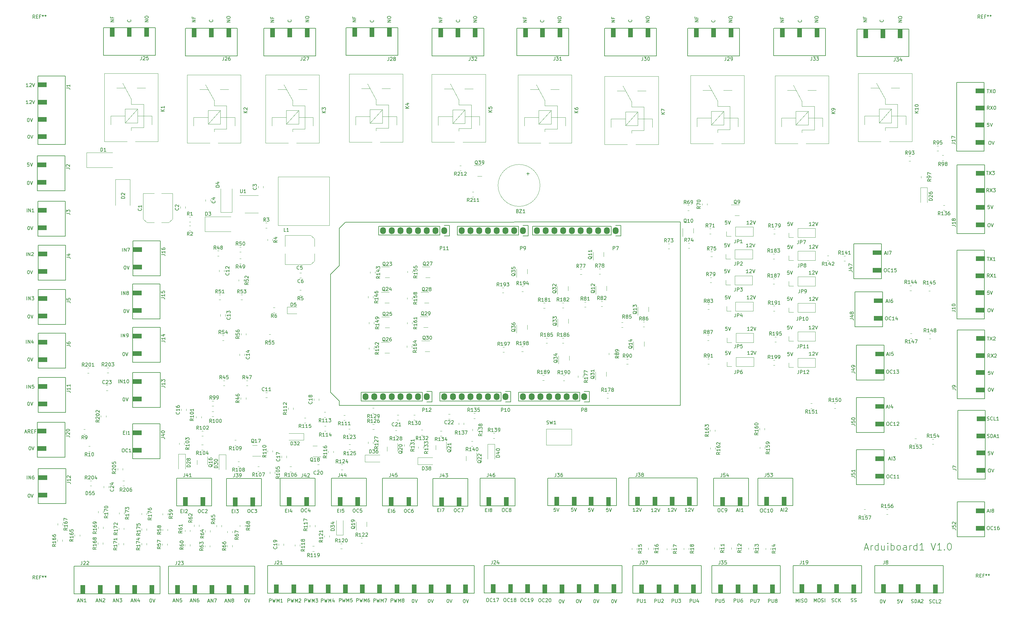
<source format=gto>
%TF.GenerationSoftware,KiCad,Pcbnew,(6.0.0)*%
%TF.CreationDate,2022-03-05T09:13:47+01:00*%
%TF.ProjectId,arduiboard1,61726475-6962-46f6-9172-64312e6b6963,rev?*%
%TF.SameCoordinates,Original*%
%TF.FileFunction,Legend,Top*%
%TF.FilePolarity,Positive*%
%FSLAX46Y46*%
G04 Gerber Fmt 4.6, Leading zero omitted, Abs format (unit mm)*
G04 Created by KiCad (PCBNEW (6.0.0)) date 2022-03-05 09:13:47*
%MOMM*%
%LPD*%
G01*
G04 APERTURE LIST*
%ADD10C,0.150000*%
%ADD11C,0.120000*%
%ADD12C,0.127000*%
%ADD13C,0.010000*%
%ADD14O,1.727200X2.032000*%
G04 APERTURE END LIST*
D10*
X97028000Y-83566000D02*
X99568000Y-81026000D01*
X198628000Y-68326000D02*
X198628000Y-121666000D01*
X97028000Y-117856000D02*
X97028000Y-83566000D01*
X198628000Y-121666000D02*
X99568000Y-121666000D01*
X101400000Y-68400000D02*
X198628000Y-68326000D01*
X99568000Y-120396000D02*
X97028000Y-117856000D01*
X99568000Y-70200000D02*
X101400000Y-68400000D01*
X99568000Y-81026000D02*
X99568000Y-70200000D01*
X99568000Y-121666000D02*
X99568000Y-120396000D01*
X259169019Y-137275866D02*
X259645209Y-137275866D01*
X259073780Y-137561580D02*
X259407114Y-136561580D01*
X259740447Y-137561580D01*
X260073780Y-137561580D02*
X260073780Y-136561580D01*
X260454733Y-136561580D02*
X261073780Y-136561580D01*
X260740447Y-136942533D01*
X260883304Y-136942533D01*
X260978542Y-136990152D01*
X261026161Y-137037771D01*
X261073780Y-137133009D01*
X261073780Y-137371104D01*
X261026161Y-137466342D01*
X260978542Y-137513961D01*
X260883304Y-137561580D01*
X260597590Y-137561580D01*
X260502352Y-137513961D01*
X260454733Y-137466342D01*
X265771523Y-179017561D02*
X265914380Y-179065180D01*
X266152476Y-179065180D01*
X266247714Y-179017561D01*
X266295333Y-178969942D01*
X266342952Y-178874704D01*
X266342952Y-178779466D01*
X266295333Y-178684228D01*
X266247714Y-178636609D01*
X266152476Y-178588990D01*
X265962000Y-178541371D01*
X265866761Y-178493752D01*
X265819142Y-178446133D01*
X265771523Y-178350895D01*
X265771523Y-178255657D01*
X265819142Y-178160419D01*
X265866761Y-178112800D01*
X265962000Y-178065180D01*
X266200095Y-178065180D01*
X266342952Y-178112800D01*
X266771523Y-179065180D02*
X266771523Y-178065180D01*
X267009619Y-178065180D01*
X267152476Y-178112800D01*
X267247714Y-178208038D01*
X267295333Y-178303276D01*
X267342952Y-178493752D01*
X267342952Y-178636609D01*
X267295333Y-178827085D01*
X267247714Y-178922323D01*
X267152476Y-179017561D01*
X267009619Y-179065180D01*
X266771523Y-179065180D01*
X267723904Y-178779466D02*
X268200095Y-178779466D01*
X267628666Y-179065180D02*
X267962000Y-178065180D01*
X268295333Y-179065180D01*
X268581047Y-178160419D02*
X268628666Y-178112800D01*
X268723904Y-178065180D01*
X268962000Y-178065180D01*
X269057238Y-178112800D01*
X269104857Y-178160419D01*
X269152476Y-178255657D01*
X269152476Y-178350895D01*
X269104857Y-178493752D01*
X268533428Y-179065180D01*
X269152476Y-179065180D01*
X271002333Y-179068361D02*
X271145190Y-179115980D01*
X271383285Y-179115980D01*
X271478523Y-179068361D01*
X271526142Y-179020742D01*
X271573761Y-178925504D01*
X271573761Y-178830266D01*
X271526142Y-178735028D01*
X271478523Y-178687409D01*
X271383285Y-178639790D01*
X271192809Y-178592171D01*
X271097571Y-178544552D01*
X271049952Y-178496933D01*
X271002333Y-178401695D01*
X271002333Y-178306457D01*
X271049952Y-178211219D01*
X271097571Y-178163600D01*
X271192809Y-178115980D01*
X271430904Y-178115980D01*
X271573761Y-178163600D01*
X272573761Y-179020742D02*
X272526142Y-179068361D01*
X272383285Y-179115980D01*
X272288047Y-179115980D01*
X272145190Y-179068361D01*
X272049952Y-178973123D01*
X272002333Y-178877885D01*
X271954714Y-178687409D01*
X271954714Y-178544552D01*
X272002333Y-178354076D01*
X272049952Y-178258838D01*
X272145190Y-178163600D01*
X272288047Y-178115980D01*
X272383285Y-178115980D01*
X272526142Y-178163600D01*
X272573761Y-178211219D01*
X273478523Y-179115980D02*
X273002333Y-179115980D01*
X273002333Y-178115980D01*
X273764238Y-178211219D02*
X273811857Y-178163600D01*
X273907095Y-178115980D01*
X274145190Y-178115980D01*
X274240428Y-178163600D01*
X274288047Y-178211219D01*
X274335666Y-178306457D01*
X274335666Y-178401695D01*
X274288047Y-178544552D01*
X273716619Y-179115980D01*
X274335666Y-179115980D01*
X252801380Y-10163085D02*
X251801380Y-10163085D01*
X252801380Y-9591657D01*
X251801380Y-9591657D01*
X252277571Y-8782133D02*
X252277571Y-9115466D01*
X252801380Y-9115466D02*
X251801380Y-9115466D01*
X251801380Y-8639276D01*
X177685723Y-151547580D02*
X177209533Y-151547580D01*
X177161914Y-152023771D01*
X177209533Y-151976152D01*
X177304771Y-151928533D01*
X177542866Y-151928533D01*
X177638104Y-151976152D01*
X177685723Y-152023771D01*
X177733342Y-152119009D01*
X177733342Y-152357104D01*
X177685723Y-152452342D01*
X177638104Y-152499961D01*
X177542866Y-152547580D01*
X177304771Y-152547580D01*
X177209533Y-152499961D01*
X177161914Y-152452342D01*
X178019057Y-151547580D02*
X178352390Y-152547580D01*
X178685723Y-151547580D01*
X288197990Y-68768980D02*
X288388466Y-68768980D01*
X288483704Y-68816600D01*
X288578942Y-68911838D01*
X288626561Y-69102314D01*
X288626561Y-69435647D01*
X288578942Y-69626123D01*
X288483704Y-69721361D01*
X288388466Y-69768980D01*
X288197990Y-69768980D01*
X288102752Y-69721361D01*
X288007514Y-69626123D01*
X287959895Y-69435647D01*
X287959895Y-69102314D01*
X288007514Y-68911838D01*
X288102752Y-68816600D01*
X288197990Y-68768980D01*
X288912276Y-68768980D02*
X289245609Y-69768980D01*
X289578942Y-68768980D01*
X88742971Y-151674580D02*
X88933447Y-151674580D01*
X89028685Y-151722200D01*
X89123923Y-151817438D01*
X89171542Y-152007914D01*
X89171542Y-152341247D01*
X89123923Y-152531723D01*
X89028685Y-152626961D01*
X88933447Y-152674580D01*
X88742971Y-152674580D01*
X88647733Y-152626961D01*
X88552495Y-152531723D01*
X88504876Y-152341247D01*
X88504876Y-152007914D01*
X88552495Y-151817438D01*
X88647733Y-151722200D01*
X88742971Y-151674580D01*
X90171542Y-152579342D02*
X90123923Y-152626961D01*
X89981066Y-152674580D01*
X89885828Y-152674580D01*
X89742971Y-152626961D01*
X89647733Y-152531723D01*
X89600114Y-152436485D01*
X89552495Y-152246009D01*
X89552495Y-152103152D01*
X89600114Y-151912676D01*
X89647733Y-151817438D01*
X89742971Y-151722200D01*
X89885828Y-151674580D01*
X89981066Y-151674580D01*
X90123923Y-151722200D01*
X90171542Y-151769819D01*
X91028685Y-152007914D02*
X91028685Y-152674580D01*
X90790590Y-151626961D02*
X90552495Y-152341247D01*
X91171542Y-152341247D01*
X191193895Y-178988980D02*
X191193895Y-177988980D01*
X191574847Y-177988980D01*
X191670085Y-178036600D01*
X191717704Y-178084219D01*
X191765323Y-178179457D01*
X191765323Y-178322314D01*
X191717704Y-178417552D01*
X191670085Y-178465171D01*
X191574847Y-178512790D01*
X191193895Y-178512790D01*
X192193895Y-177988980D02*
X192193895Y-178798504D01*
X192241514Y-178893742D01*
X192289133Y-178941361D01*
X192384371Y-178988980D01*
X192574847Y-178988980D01*
X192670085Y-178941361D01*
X192717704Y-178893742D01*
X192765323Y-178798504D01*
X192765323Y-177988980D01*
X193193895Y-178084219D02*
X193241514Y-178036600D01*
X193336752Y-177988980D01*
X193574847Y-177988980D01*
X193670085Y-178036600D01*
X193717704Y-178084219D01*
X193765323Y-178179457D01*
X193765323Y-178274695D01*
X193717704Y-178417552D01*
X193146276Y-178988980D01*
X193765323Y-178988980D01*
X99045828Y-152252371D02*
X99379161Y-152252371D01*
X99522019Y-152776180D02*
X99045828Y-152776180D01*
X99045828Y-151776180D01*
X99522019Y-151776180D01*
X99950590Y-152776180D02*
X99950590Y-151776180D01*
X100902971Y-151776180D02*
X100426780Y-151776180D01*
X100379161Y-152252371D01*
X100426780Y-152204752D01*
X100522019Y-152157133D01*
X100760114Y-152157133D01*
X100855352Y-152204752D01*
X100902971Y-152252371D01*
X100950590Y-152347609D01*
X100950590Y-152585704D01*
X100902971Y-152680942D01*
X100855352Y-152728561D01*
X100760114Y-152776180D01*
X100522019Y-152776180D01*
X100426780Y-152728561D01*
X100379161Y-152680942D01*
X66427504Y-178576266D02*
X66903695Y-178576266D01*
X66332266Y-178861980D02*
X66665600Y-177861980D01*
X66998933Y-178861980D01*
X67332266Y-178861980D02*
X67332266Y-177861980D01*
X67903695Y-178861980D01*
X67903695Y-177861980D01*
X68522742Y-178290552D02*
X68427504Y-178242933D01*
X68379885Y-178195314D01*
X68332266Y-178100076D01*
X68332266Y-178052457D01*
X68379885Y-177957219D01*
X68427504Y-177909600D01*
X68522742Y-177861980D01*
X68713219Y-177861980D01*
X68808457Y-177909600D01*
X68856076Y-177957219D01*
X68903695Y-178052457D01*
X68903695Y-178100076D01*
X68856076Y-178195314D01*
X68808457Y-178242933D01*
X68713219Y-178290552D01*
X68522742Y-178290552D01*
X68427504Y-178338171D01*
X68379885Y-178385790D01*
X68332266Y-178481028D01*
X68332266Y-178671504D01*
X68379885Y-178766742D01*
X68427504Y-178814361D01*
X68522742Y-178861980D01*
X68713219Y-178861980D01*
X68808457Y-178814361D01*
X68856076Y-178766742D01*
X68903695Y-178671504D01*
X68903695Y-178481028D01*
X68856076Y-178385790D01*
X68808457Y-178338171D01*
X68713219Y-178290552D01*
X218709952Y-99867980D02*
X218138523Y-99867980D01*
X218424238Y-99867980D02*
X218424238Y-98867980D01*
X218329000Y-99010838D01*
X218233761Y-99106076D01*
X218138523Y-99153695D01*
X219090904Y-98963219D02*
X219138523Y-98915600D01*
X219233761Y-98867980D01*
X219471857Y-98867980D01*
X219567095Y-98915600D01*
X219614714Y-98963219D01*
X219662333Y-99058457D01*
X219662333Y-99153695D01*
X219614714Y-99296552D01*
X219043285Y-99867980D01*
X219662333Y-99867980D01*
X219948047Y-98867980D02*
X220281380Y-99867980D01*
X220614714Y-98867980D01*
X80640180Y-10213885D02*
X79640180Y-10213885D01*
X80640180Y-9642457D01*
X79640180Y-9642457D01*
X80116371Y-8832933D02*
X80116371Y-9166266D01*
X80640180Y-9166266D02*
X79640180Y-9166266D01*
X79640180Y-8690076D01*
X157735780Y-177811180D02*
X157926257Y-177811180D01*
X158021495Y-177858800D01*
X158116733Y-177954038D01*
X158164352Y-178144514D01*
X158164352Y-178477847D01*
X158116733Y-178668323D01*
X158021495Y-178763561D01*
X157926257Y-178811180D01*
X157735780Y-178811180D01*
X157640542Y-178763561D01*
X157545304Y-178668323D01*
X157497685Y-178477847D01*
X157497685Y-178144514D01*
X157545304Y-177954038D01*
X157640542Y-177858800D01*
X157735780Y-177811180D01*
X159164352Y-178715942D02*
X159116733Y-178763561D01*
X158973876Y-178811180D01*
X158878638Y-178811180D01*
X158735780Y-178763561D01*
X158640542Y-178668323D01*
X158592923Y-178573085D01*
X158545304Y-178382609D01*
X158545304Y-178239752D01*
X158592923Y-178049276D01*
X158640542Y-177954038D01*
X158735780Y-177858800D01*
X158878638Y-177811180D01*
X158973876Y-177811180D01*
X159116733Y-177858800D01*
X159164352Y-177906419D01*
X159545304Y-177906419D02*
X159592923Y-177858800D01*
X159688161Y-177811180D01*
X159926257Y-177811180D01*
X160021495Y-177858800D01*
X160069114Y-177906419D01*
X160116733Y-178001657D01*
X160116733Y-178096895D01*
X160069114Y-178239752D01*
X159497685Y-178811180D01*
X160116733Y-178811180D01*
X160735780Y-177811180D02*
X160831019Y-177811180D01*
X160926257Y-177858800D01*
X160973876Y-177906419D01*
X161021495Y-178001657D01*
X161069114Y-178192133D01*
X161069114Y-178430228D01*
X161021495Y-178620704D01*
X160973876Y-178715942D01*
X160926257Y-178763561D01*
X160831019Y-178811180D01*
X160735780Y-178811180D01*
X160640542Y-178763561D01*
X160592923Y-178715942D01*
X160545304Y-178620704D01*
X160497685Y-178430228D01*
X160497685Y-178192133D01*
X160545304Y-178001657D01*
X160592923Y-177906419D01*
X160640542Y-177858800D01*
X160735780Y-177811180D01*
X57805580Y-10188485D02*
X56805580Y-10188485D01*
X57805580Y-9617057D01*
X56805580Y-9617057D01*
X57281771Y-8807533D02*
X57281771Y-9140866D01*
X57805580Y-9140866D02*
X56805580Y-9140866D01*
X56805580Y-8664676D01*
X230289123Y-106233980D02*
X229812933Y-106233980D01*
X229765314Y-106710171D01*
X229812933Y-106662552D01*
X229908171Y-106614933D01*
X230146266Y-106614933D01*
X230241504Y-106662552D01*
X230289123Y-106710171D01*
X230336742Y-106805409D01*
X230336742Y-107043504D01*
X230289123Y-107138742D01*
X230241504Y-107186361D01*
X230146266Y-107233980D01*
X229908171Y-107233980D01*
X229812933Y-107186361D01*
X229765314Y-107138742D01*
X230622457Y-106233980D02*
X230955790Y-107233980D01*
X231289123Y-106233980D01*
X236693152Y-91181180D02*
X236121723Y-91181180D01*
X236407438Y-91181180D02*
X236407438Y-90181180D01*
X236312200Y-90324038D01*
X236216961Y-90419276D01*
X236121723Y-90466895D01*
X237074104Y-90276419D02*
X237121723Y-90228800D01*
X237216961Y-90181180D01*
X237455057Y-90181180D01*
X237550295Y-90228800D01*
X237597914Y-90276419D01*
X237645533Y-90371657D01*
X237645533Y-90466895D01*
X237597914Y-90609752D01*
X237026485Y-91181180D01*
X237645533Y-91181180D01*
X237931247Y-90181180D02*
X238264580Y-91181180D01*
X238597914Y-90181180D01*
X242655885Y-178763561D02*
X242798742Y-178811180D01*
X243036838Y-178811180D01*
X243132076Y-178763561D01*
X243179695Y-178715942D01*
X243227314Y-178620704D01*
X243227314Y-178525466D01*
X243179695Y-178430228D01*
X243132076Y-178382609D01*
X243036838Y-178334990D01*
X242846361Y-178287371D01*
X242751123Y-178239752D01*
X242703504Y-178192133D01*
X242655885Y-178096895D01*
X242655885Y-178001657D01*
X242703504Y-177906419D01*
X242751123Y-177858800D01*
X242846361Y-177811180D01*
X243084457Y-177811180D01*
X243227314Y-177858800D01*
X244227314Y-178715942D02*
X244179695Y-178763561D01*
X244036838Y-178811180D01*
X243941600Y-178811180D01*
X243798742Y-178763561D01*
X243703504Y-178668323D01*
X243655885Y-178573085D01*
X243608266Y-178382609D01*
X243608266Y-178239752D01*
X243655885Y-178049276D01*
X243703504Y-177954038D01*
X243798742Y-177858800D01*
X243941600Y-177811180D01*
X244036838Y-177811180D01*
X244179695Y-177858800D01*
X244227314Y-177906419D01*
X244655885Y-178811180D02*
X244655885Y-177811180D01*
X245227314Y-178811180D02*
X244798742Y-178239752D01*
X245227314Y-177811180D02*
X244655885Y-178382609D01*
X9353609Y-95311980D02*
X9448847Y-95311980D01*
X9544085Y-95359600D01*
X9591704Y-95407219D01*
X9639323Y-95502457D01*
X9686942Y-95692933D01*
X9686942Y-95931028D01*
X9639323Y-96121504D01*
X9591704Y-96216742D01*
X9544085Y-96264361D01*
X9448847Y-96311980D01*
X9353609Y-96311980D01*
X9258371Y-96264361D01*
X9210752Y-96216742D01*
X9163133Y-96121504D01*
X9115514Y-95931028D01*
X9115514Y-95692933D01*
X9163133Y-95502457D01*
X9210752Y-95407219D01*
X9258371Y-95359600D01*
X9353609Y-95311980D01*
X9972657Y-95311980D02*
X10305990Y-96311980D01*
X10639323Y-95311980D01*
X190795352Y-152598380D02*
X190223923Y-152598380D01*
X190509638Y-152598380D02*
X190509638Y-151598380D01*
X190414400Y-151741238D01*
X190319161Y-151836476D01*
X190223923Y-151884095D01*
X191176304Y-151693619D02*
X191223923Y-151646000D01*
X191319161Y-151598380D01*
X191557257Y-151598380D01*
X191652495Y-151646000D01*
X191700114Y-151693619D01*
X191747733Y-151788857D01*
X191747733Y-151884095D01*
X191700114Y-152026952D01*
X191128685Y-152598380D01*
X191747733Y-152598380D01*
X192033447Y-151598380D02*
X192366780Y-152598380D01*
X192700114Y-151598380D01*
X38965142Y-9571076D02*
X39012761Y-9618695D01*
X39060380Y-9761552D01*
X39060380Y-9856790D01*
X39012761Y-9999647D01*
X38917523Y-10094885D01*
X38822285Y-10142504D01*
X38631809Y-10190123D01*
X38488952Y-10190123D01*
X38298476Y-10142504D01*
X38203238Y-10094885D01*
X38108000Y-9999647D01*
X38060380Y-9856790D01*
X38060380Y-9761552D01*
X38108000Y-9618695D01*
X38155619Y-9571076D01*
X104439980Y-10163085D02*
X103439980Y-10163085D01*
X104439980Y-9591657D01*
X103439980Y-9591657D01*
X103916171Y-8782133D02*
X103916171Y-9115466D01*
X104439980Y-9115466D02*
X103439980Y-9115466D01*
X103439980Y-8639276D01*
X214206295Y-178887380D02*
X214206295Y-177887380D01*
X214587247Y-177887380D01*
X214682485Y-177935000D01*
X214730104Y-177982619D01*
X214777723Y-178077857D01*
X214777723Y-178220714D01*
X214730104Y-178315952D01*
X214682485Y-178363571D01*
X214587247Y-178411190D01*
X214206295Y-178411190D01*
X215206295Y-177887380D02*
X215206295Y-178696904D01*
X215253914Y-178792142D01*
X215301533Y-178839761D01*
X215396771Y-178887380D01*
X215587247Y-178887380D01*
X215682485Y-178839761D01*
X215730104Y-178792142D01*
X215777723Y-178696904D01*
X215777723Y-177887380D01*
X216682485Y-177887380D02*
X216492009Y-177887380D01*
X216396771Y-177935000D01*
X216349152Y-177982619D01*
X216253914Y-178125476D01*
X216206295Y-178315952D01*
X216206295Y-178696904D01*
X216253914Y-178792142D01*
X216301533Y-178839761D01*
X216396771Y-178887380D01*
X216587247Y-178887380D01*
X216682485Y-178839761D01*
X216730104Y-178792142D01*
X216777723Y-178696904D01*
X216777723Y-178458809D01*
X216730104Y-178363571D01*
X216682485Y-178315952D01*
X216587247Y-178268333D01*
X216396771Y-178268333D01*
X216301533Y-178315952D01*
X216253914Y-178363571D01*
X216206295Y-178458809D01*
X218608352Y-90749380D02*
X218036923Y-90749380D01*
X218322638Y-90749380D02*
X218322638Y-89749380D01*
X218227400Y-89892238D01*
X218132161Y-89987476D01*
X218036923Y-90035095D01*
X218989304Y-89844619D02*
X219036923Y-89797000D01*
X219132161Y-89749380D01*
X219370257Y-89749380D01*
X219465495Y-89797000D01*
X219513114Y-89844619D01*
X219560733Y-89939857D01*
X219560733Y-90035095D01*
X219513114Y-90177952D01*
X218941685Y-90749380D01*
X219560733Y-90749380D01*
X219846447Y-89749380D02*
X220179780Y-90749380D01*
X220513114Y-89749380D01*
X288299590Y-116597180D02*
X288490066Y-116597180D01*
X288585304Y-116644800D01*
X288680542Y-116740038D01*
X288728161Y-116930514D01*
X288728161Y-117263847D01*
X288680542Y-117454323D01*
X288585304Y-117549561D01*
X288490066Y-117597180D01*
X288299590Y-117597180D01*
X288204352Y-117549561D01*
X288109114Y-117454323D01*
X288061495Y-117263847D01*
X288061495Y-116930514D01*
X288109114Y-116740038D01*
X288204352Y-116644800D01*
X288299590Y-116597180D01*
X289013876Y-116597180D02*
X289347209Y-117597180D01*
X289680542Y-116597180D01*
X236642352Y-99512380D02*
X236070923Y-99512380D01*
X236356638Y-99512380D02*
X236356638Y-98512380D01*
X236261400Y-98655238D01*
X236166161Y-98750476D01*
X236070923Y-98798095D01*
X237023304Y-98607619D02*
X237070923Y-98560000D01*
X237166161Y-98512380D01*
X237404257Y-98512380D01*
X237499495Y-98560000D01*
X237547114Y-98607619D01*
X237594733Y-98702857D01*
X237594733Y-98798095D01*
X237547114Y-98940952D01*
X236975685Y-99512380D01*
X237594733Y-99512380D01*
X237880447Y-98512380D02*
X238213780Y-99512380D01*
X238547114Y-98512380D01*
X230339923Y-68438780D02*
X229863733Y-68438780D01*
X229816114Y-68914971D01*
X229863733Y-68867352D01*
X229958971Y-68819733D01*
X230197066Y-68819733D01*
X230292304Y-68867352D01*
X230339923Y-68914971D01*
X230387542Y-69010209D01*
X230387542Y-69248304D01*
X230339923Y-69343542D01*
X230292304Y-69391161D01*
X230197066Y-69438780D01*
X229958971Y-69438780D01*
X229863733Y-69391161D01*
X229816114Y-69343542D01*
X230673257Y-68438780D02*
X231006590Y-69438780D01*
X231339923Y-68438780D01*
X167500323Y-151445980D02*
X167024133Y-151445980D01*
X166976514Y-151922171D01*
X167024133Y-151874552D01*
X167119371Y-151826933D01*
X167357466Y-151826933D01*
X167452704Y-151874552D01*
X167500323Y-151922171D01*
X167547942Y-152017409D01*
X167547942Y-152255504D01*
X167500323Y-152350742D01*
X167452704Y-152398361D01*
X167357466Y-152445980D01*
X167119371Y-152445980D01*
X167024133Y-152398361D01*
X166976514Y-152350742D01*
X167833657Y-151445980D02*
X168166990Y-152445980D01*
X168500323Y-151445980D01*
X212001123Y-74610980D02*
X211524933Y-74610980D01*
X211477314Y-75087171D01*
X211524933Y-75039552D01*
X211620171Y-74991933D01*
X211858266Y-74991933D01*
X211953504Y-75039552D01*
X212001123Y-75087171D01*
X212048742Y-75182409D01*
X212048742Y-75420504D01*
X212001123Y-75515742D01*
X211953504Y-75563361D01*
X211858266Y-75610980D01*
X211620171Y-75610980D01*
X211524933Y-75563361D01*
X211477314Y-75515742D01*
X212334457Y-74610980D02*
X212667790Y-75610980D01*
X213001123Y-74610980D01*
X178898609Y-178090580D02*
X178993847Y-178090580D01*
X179089085Y-178138200D01*
X179136704Y-178185819D01*
X179184323Y-178281057D01*
X179231942Y-178471533D01*
X179231942Y-178709628D01*
X179184323Y-178900104D01*
X179136704Y-178995342D01*
X179089085Y-179042961D01*
X178993847Y-179090580D01*
X178898609Y-179090580D01*
X178803371Y-179042961D01*
X178755752Y-178995342D01*
X178708133Y-178900104D01*
X178660514Y-178709628D01*
X178660514Y-178471533D01*
X178708133Y-178281057D01*
X178755752Y-178185819D01*
X178803371Y-178138200D01*
X178898609Y-178090580D01*
X179517657Y-178090580D02*
X179850990Y-179090580D01*
X180184323Y-178090580D01*
X68388028Y-152353971D02*
X68721361Y-152353971D01*
X68864219Y-152877780D02*
X68388028Y-152877780D01*
X68388028Y-151877780D01*
X68864219Y-151877780D01*
X69292790Y-152877780D02*
X69292790Y-151877780D01*
X69673742Y-151877780D02*
X70292790Y-151877780D01*
X69959457Y-152258733D01*
X70102314Y-152258733D01*
X70197552Y-152306352D01*
X70245171Y-152353971D01*
X70292790Y-152449209D01*
X70292790Y-152687304D01*
X70245171Y-152782542D01*
X70197552Y-152830161D01*
X70102314Y-152877780D01*
X69816600Y-152877780D01*
X69721361Y-152830161D01*
X69673742Y-152782542D01*
X9236152Y-29019580D02*
X8664723Y-29019580D01*
X8950438Y-29019580D02*
X8950438Y-28019580D01*
X8855200Y-28162438D01*
X8759961Y-28257676D01*
X8664723Y-28305295D01*
X9617104Y-28114819D02*
X9664723Y-28067200D01*
X9759961Y-28019580D01*
X9998057Y-28019580D01*
X10093295Y-28067200D01*
X10140914Y-28114819D01*
X10188533Y-28210057D01*
X10188533Y-28305295D01*
X10140914Y-28448152D01*
X9569485Y-29019580D01*
X10188533Y-29019580D01*
X10474247Y-28019580D02*
X10807580Y-29019580D01*
X11140914Y-28019580D01*
X233783142Y-9621876D02*
X233830761Y-9669495D01*
X233878380Y-9812352D01*
X233878380Y-9907590D01*
X233830761Y-10050447D01*
X233735523Y-10145685D01*
X233640285Y-10193304D01*
X233449809Y-10240923D01*
X233306952Y-10240923D01*
X233116476Y-10193304D01*
X233021238Y-10145685D01*
X232926000Y-10050447D01*
X232878380Y-9907590D01*
X232878380Y-9812352D01*
X232926000Y-9669495D01*
X232973619Y-9621876D01*
X53554428Y-152404771D02*
X53887761Y-152404771D01*
X54030619Y-152928580D02*
X53554428Y-152928580D01*
X53554428Y-151928580D01*
X54030619Y-151928580D01*
X54459190Y-152928580D02*
X54459190Y-151928580D01*
X54887761Y-152023819D02*
X54935380Y-151976200D01*
X55030619Y-151928580D01*
X55268714Y-151928580D01*
X55363952Y-151976200D01*
X55411571Y-152023819D01*
X55459190Y-152119057D01*
X55459190Y-152214295D01*
X55411571Y-152357152D01*
X54840142Y-152928580D01*
X55459190Y-152928580D01*
X288451990Y-44842180D02*
X288642466Y-44842180D01*
X288737704Y-44889800D01*
X288832942Y-44985038D01*
X288880561Y-45175514D01*
X288880561Y-45508847D01*
X288832942Y-45699323D01*
X288737704Y-45794561D01*
X288642466Y-45842180D01*
X288451990Y-45842180D01*
X288356752Y-45794561D01*
X288261514Y-45699323D01*
X288213895Y-45508847D01*
X288213895Y-45175514D01*
X288261514Y-44985038D01*
X288356752Y-44889800D01*
X288451990Y-44842180D01*
X289166276Y-44842180D02*
X289499609Y-45842180D01*
X289832942Y-44842180D01*
X288556723Y-135062980D02*
X288080533Y-135062980D01*
X288032914Y-135539171D01*
X288080533Y-135491552D01*
X288175771Y-135443933D01*
X288413866Y-135443933D01*
X288509104Y-135491552D01*
X288556723Y-135539171D01*
X288604342Y-135634409D01*
X288604342Y-135872504D01*
X288556723Y-135967742D01*
X288509104Y-136015361D01*
X288413866Y-136062980D01*
X288175771Y-136062980D01*
X288080533Y-136015361D01*
X288032914Y-135967742D01*
X288890057Y-135062980D02*
X289223390Y-136062980D01*
X289556723Y-135062980D01*
X51365304Y-178550866D02*
X51841495Y-178550866D01*
X51270066Y-178836580D02*
X51603400Y-177836580D01*
X51936733Y-178836580D01*
X52270066Y-178836580D02*
X52270066Y-177836580D01*
X52841495Y-178836580D01*
X52841495Y-177836580D01*
X53793876Y-177836580D02*
X53317685Y-177836580D01*
X53270066Y-178312771D01*
X53317685Y-178265152D01*
X53412923Y-178217533D01*
X53651019Y-178217533D01*
X53746257Y-178265152D01*
X53793876Y-178312771D01*
X53841495Y-178408009D01*
X53841495Y-178646104D01*
X53793876Y-178741342D01*
X53746257Y-178788961D01*
X53651019Y-178836580D01*
X53412923Y-178836580D01*
X53317685Y-178788961D01*
X53270066Y-178741342D01*
X9683809Y-133640580D02*
X9779047Y-133640580D01*
X9874285Y-133688200D01*
X9921904Y-133735819D01*
X9969523Y-133831057D01*
X10017142Y-134021533D01*
X10017142Y-134259628D01*
X9969523Y-134450104D01*
X9921904Y-134545342D01*
X9874285Y-134592961D01*
X9779047Y-134640580D01*
X9683809Y-134640580D01*
X9588571Y-134592961D01*
X9540952Y-134545342D01*
X9493333Y-134450104D01*
X9445714Y-134259628D01*
X9445714Y-134021533D01*
X9493333Y-133831057D01*
X9540952Y-133735819D01*
X9588571Y-133688200D01*
X9683809Y-133640580D01*
X10302857Y-133640580D02*
X10636190Y-134640580D01*
X10969523Y-133640580D01*
X35455409Y-115158780D02*
X35455409Y-114158780D01*
X35931600Y-115158780D02*
X35931600Y-114158780D01*
X36503028Y-115158780D01*
X36503028Y-114158780D01*
X37503028Y-115158780D02*
X36931600Y-115158780D01*
X37217314Y-115158780D02*
X37217314Y-114158780D01*
X37122076Y-114301638D01*
X37026838Y-114396876D01*
X36931600Y-114444495D01*
X38122076Y-114158780D02*
X38217314Y-114158780D01*
X38312552Y-114206400D01*
X38360171Y-114254019D01*
X38407790Y-114349257D01*
X38455409Y-114539733D01*
X38455409Y-114777828D01*
X38407790Y-114968304D01*
X38360171Y-115063542D01*
X38312552Y-115111161D01*
X38217314Y-115158780D01*
X38122076Y-115158780D01*
X38026838Y-115111161D01*
X37979219Y-115063542D01*
X37931600Y-114968304D01*
X37883980Y-114777828D01*
X37883980Y-114539733D01*
X37931600Y-114349257D01*
X37979219Y-114254019D01*
X38026838Y-114206400D01*
X38122076Y-114158780D01*
X9236152Y-33980380D02*
X8664723Y-33980380D01*
X8950438Y-33980380D02*
X8950438Y-32980380D01*
X8855200Y-33123238D01*
X8759961Y-33218476D01*
X8664723Y-33266095D01*
X9617104Y-33075619D02*
X9664723Y-33028000D01*
X9759961Y-32980380D01*
X9998057Y-32980380D01*
X10093295Y-33028000D01*
X10140914Y-33075619D01*
X10188533Y-33170857D01*
X10188533Y-33266095D01*
X10140914Y-33408952D01*
X9569485Y-33980380D01*
X10188533Y-33980380D01*
X10474247Y-32980380D02*
X10807580Y-33980380D01*
X11140914Y-32980380D01*
X36261800Y-101798380D02*
X36261800Y-100798380D01*
X36737990Y-101798380D02*
X36737990Y-100798380D01*
X37309419Y-101798380D01*
X37309419Y-100798380D01*
X37833228Y-101798380D02*
X38023704Y-101798380D01*
X38118942Y-101750761D01*
X38166561Y-101703142D01*
X38261800Y-101560285D01*
X38309419Y-101369809D01*
X38309419Y-100988857D01*
X38261800Y-100893619D01*
X38214180Y-100846000D01*
X38118942Y-100798380D01*
X37928466Y-100798380D01*
X37833228Y-100846000D01*
X37785609Y-100893619D01*
X37737990Y-100988857D01*
X37737990Y-101226952D01*
X37785609Y-101322190D01*
X37833228Y-101369809D01*
X37928466Y-101417428D01*
X38118942Y-101417428D01*
X38214180Y-101369809D01*
X38261800Y-101322190D01*
X38309419Y-101226952D01*
X288197990Y-93508580D02*
X288388466Y-93508580D01*
X288483704Y-93556200D01*
X288578942Y-93651438D01*
X288626561Y-93841914D01*
X288626561Y-94175247D01*
X288578942Y-94365723D01*
X288483704Y-94460961D01*
X288388466Y-94508580D01*
X288197990Y-94508580D01*
X288102752Y-94460961D01*
X288007514Y-94365723D01*
X287959895Y-94175247D01*
X287959895Y-93841914D01*
X288007514Y-93651438D01*
X288102752Y-93556200D01*
X288197990Y-93508580D01*
X288912276Y-93508580D02*
X289245609Y-94508580D01*
X289578942Y-93508580D01*
X94359647Y-178861980D02*
X94359647Y-177861980D01*
X94740600Y-177861980D01*
X94835838Y-177909600D01*
X94883457Y-177957219D01*
X94931076Y-178052457D01*
X94931076Y-178195314D01*
X94883457Y-178290552D01*
X94835838Y-178338171D01*
X94740600Y-178385790D01*
X94359647Y-178385790D01*
X95264409Y-177861980D02*
X95502504Y-178861980D01*
X95692980Y-178147695D01*
X95883457Y-178861980D01*
X96121552Y-177861980D01*
X96502504Y-178861980D02*
X96502504Y-177861980D01*
X96835838Y-178576266D01*
X97169171Y-177861980D01*
X97169171Y-178861980D01*
X98073933Y-178195314D02*
X98073933Y-178861980D01*
X97835838Y-177814361D02*
X97597742Y-178528647D01*
X98216790Y-178528647D01*
X9328209Y-69607180D02*
X9423447Y-69607180D01*
X9518685Y-69654800D01*
X9566304Y-69702419D01*
X9613923Y-69797657D01*
X9661542Y-69988133D01*
X9661542Y-70226228D01*
X9613923Y-70416704D01*
X9566304Y-70511942D01*
X9518685Y-70559561D01*
X9423447Y-70607180D01*
X9328209Y-70607180D01*
X9232971Y-70559561D01*
X9185352Y-70511942D01*
X9137733Y-70416704D01*
X9090114Y-70226228D01*
X9090114Y-69988133D01*
X9137733Y-69797657D01*
X9185352Y-69702419D01*
X9232971Y-69654800D01*
X9328209Y-69607180D01*
X9947257Y-69607180D02*
X10280590Y-70607180D01*
X10613923Y-69607180D01*
X287766333Y-125931561D02*
X287909190Y-125979180D01*
X288147285Y-125979180D01*
X288242523Y-125931561D01*
X288290142Y-125883942D01*
X288337761Y-125788704D01*
X288337761Y-125693466D01*
X288290142Y-125598228D01*
X288242523Y-125550609D01*
X288147285Y-125502990D01*
X287956809Y-125455371D01*
X287861571Y-125407752D01*
X287813952Y-125360133D01*
X287766333Y-125264895D01*
X287766333Y-125169657D01*
X287813952Y-125074419D01*
X287861571Y-125026800D01*
X287956809Y-124979180D01*
X288194904Y-124979180D01*
X288337761Y-125026800D01*
X289337761Y-125883942D02*
X289290142Y-125931561D01*
X289147285Y-125979180D01*
X289052047Y-125979180D01*
X288909190Y-125931561D01*
X288813952Y-125836323D01*
X288766333Y-125741085D01*
X288718714Y-125550609D01*
X288718714Y-125407752D01*
X288766333Y-125217276D01*
X288813952Y-125122038D01*
X288909190Y-125026800D01*
X289052047Y-124979180D01*
X289147285Y-124979180D01*
X289290142Y-125026800D01*
X289337761Y-125074419D01*
X290242523Y-125979180D02*
X289766333Y-125979180D01*
X289766333Y-124979180D01*
X291099666Y-125979180D02*
X290528238Y-125979180D01*
X290813952Y-125979180D02*
X290813952Y-124979180D01*
X290718714Y-125122038D01*
X290623476Y-125217276D01*
X290528238Y-125264895D01*
X9277409Y-120686580D02*
X9372647Y-120686580D01*
X9467885Y-120734200D01*
X9515504Y-120781819D01*
X9563123Y-120877057D01*
X9610742Y-121067533D01*
X9610742Y-121305628D01*
X9563123Y-121496104D01*
X9515504Y-121591342D01*
X9467885Y-121638961D01*
X9372647Y-121686580D01*
X9277409Y-121686580D01*
X9182171Y-121638961D01*
X9134552Y-121591342D01*
X9086933Y-121496104D01*
X9039314Y-121305628D01*
X9039314Y-121067533D01*
X9086933Y-120877057D01*
X9134552Y-120781819D01*
X9182171Y-120734200D01*
X9277409Y-120686580D01*
X9896457Y-120686580D02*
X10229790Y-121686580D01*
X10563123Y-120686580D01*
X258853180Y-141819380D02*
X259043657Y-141819380D01*
X259138895Y-141867000D01*
X259234133Y-141962238D01*
X259281752Y-142152714D01*
X259281752Y-142486047D01*
X259234133Y-142676523D01*
X259138895Y-142771761D01*
X259043657Y-142819380D01*
X258853180Y-142819380D01*
X258757942Y-142771761D01*
X258662704Y-142676523D01*
X258615085Y-142486047D01*
X258615085Y-142152714D01*
X258662704Y-141962238D01*
X258757942Y-141867000D01*
X258853180Y-141819380D01*
X260281752Y-142724142D02*
X260234133Y-142771761D01*
X260091276Y-142819380D01*
X259996038Y-142819380D01*
X259853180Y-142771761D01*
X259757942Y-142676523D01*
X259710323Y-142581285D01*
X259662704Y-142390809D01*
X259662704Y-142247952D01*
X259710323Y-142057476D01*
X259757942Y-141962238D01*
X259853180Y-141867000D01*
X259996038Y-141819380D01*
X260091276Y-141819380D01*
X260234133Y-141867000D01*
X260281752Y-141914619D01*
X261234133Y-142819380D02*
X260662704Y-142819380D01*
X260948419Y-142819380D02*
X260948419Y-141819380D01*
X260853180Y-141962238D01*
X260757942Y-142057476D01*
X260662704Y-142105095D01*
X262186514Y-142819380D02*
X261615085Y-142819380D01*
X261900800Y-142819380D02*
X261900800Y-141819380D01*
X261805561Y-141962238D01*
X261710323Y-142057476D01*
X261615085Y-142105095D01*
X230238323Y-90181180D02*
X229762133Y-90181180D01*
X229714514Y-90657371D01*
X229762133Y-90609752D01*
X229857371Y-90562133D01*
X230095466Y-90562133D01*
X230190704Y-90609752D01*
X230238323Y-90657371D01*
X230285942Y-90752609D01*
X230285942Y-90990704D01*
X230238323Y-91085942D01*
X230190704Y-91133561D01*
X230095466Y-91181180D01*
X229857371Y-91181180D01*
X229762133Y-91133561D01*
X229714514Y-91085942D01*
X230571657Y-90181180D02*
X230904990Y-91181180D01*
X231238323Y-90181180D01*
X129509780Y-10213885D02*
X128509780Y-10213885D01*
X129509780Y-9642457D01*
X128509780Y-9642457D01*
X128985971Y-8832933D02*
X128985971Y-9166266D01*
X129509780Y-9166266D02*
X128509780Y-9166266D01*
X128509780Y-8690076D01*
X218405152Y-75636380D02*
X217833723Y-75636380D01*
X218119438Y-75636380D02*
X218119438Y-74636380D01*
X218024200Y-74779238D01*
X217928961Y-74874476D01*
X217833723Y-74922095D01*
X218786104Y-74731619D02*
X218833723Y-74684000D01*
X218928961Y-74636380D01*
X219167057Y-74636380D01*
X219262295Y-74684000D01*
X219309914Y-74731619D01*
X219357533Y-74826857D01*
X219357533Y-74922095D01*
X219309914Y-75064952D01*
X218738485Y-75636380D01*
X219357533Y-75636380D01*
X219643247Y-74636380D02*
X219976580Y-75636380D01*
X220309914Y-74636380D01*
X237493371Y-178836580D02*
X237493371Y-177836580D01*
X237826704Y-178550866D01*
X238160038Y-177836580D01*
X238160038Y-178836580D01*
X238826704Y-177836580D02*
X239017180Y-177836580D01*
X239112419Y-177884200D01*
X239207657Y-177979438D01*
X239255276Y-178169914D01*
X239255276Y-178503247D01*
X239207657Y-178693723D01*
X239112419Y-178788961D01*
X239017180Y-178836580D01*
X238826704Y-178836580D01*
X238731466Y-178788961D01*
X238636228Y-178693723D01*
X238588609Y-178503247D01*
X238588609Y-178169914D01*
X238636228Y-177979438D01*
X238731466Y-177884200D01*
X238826704Y-177836580D01*
X239636228Y-178788961D02*
X239779085Y-178836580D01*
X240017180Y-178836580D01*
X240112419Y-178788961D01*
X240160038Y-178741342D01*
X240207657Y-178646104D01*
X240207657Y-178550866D01*
X240160038Y-178455628D01*
X240112419Y-178408009D01*
X240017180Y-178360390D01*
X239826704Y-178312771D01*
X239731466Y-178265152D01*
X239683847Y-178217533D01*
X239636228Y-178122295D01*
X239636228Y-178027057D01*
X239683847Y-177931819D01*
X239731466Y-177884200D01*
X239826704Y-177836580D01*
X240064800Y-177836580D01*
X240207657Y-177884200D01*
X240636228Y-178836580D02*
X240636228Y-177836580D01*
X252223571Y-163147333D02*
X253175952Y-163147333D01*
X252033095Y-163718761D02*
X252699761Y-161718761D01*
X253366428Y-163718761D01*
X254033095Y-163718761D02*
X254033095Y-162385428D01*
X254033095Y-162766380D02*
X254128333Y-162575904D01*
X254223571Y-162480666D01*
X254414047Y-162385428D01*
X254604523Y-162385428D01*
X256128333Y-163718761D02*
X256128333Y-161718761D01*
X256128333Y-163623523D02*
X255937857Y-163718761D01*
X255556904Y-163718761D01*
X255366428Y-163623523D01*
X255271190Y-163528285D01*
X255175952Y-163337809D01*
X255175952Y-162766380D01*
X255271190Y-162575904D01*
X255366428Y-162480666D01*
X255556904Y-162385428D01*
X255937857Y-162385428D01*
X256128333Y-162480666D01*
X257937857Y-162385428D02*
X257937857Y-163718761D01*
X257080714Y-162385428D02*
X257080714Y-163433047D01*
X257175952Y-163623523D01*
X257366428Y-163718761D01*
X257652142Y-163718761D01*
X257842619Y-163623523D01*
X257937857Y-163528285D01*
X258890238Y-163718761D02*
X258890238Y-162385428D01*
X258890238Y-161718761D02*
X258795000Y-161814000D01*
X258890238Y-161909238D01*
X258985476Y-161814000D01*
X258890238Y-161718761D01*
X258890238Y-161909238D01*
X259842619Y-163718761D02*
X259842619Y-161718761D01*
X259842619Y-162480666D02*
X260033095Y-162385428D01*
X260414047Y-162385428D01*
X260604523Y-162480666D01*
X260699761Y-162575904D01*
X260795000Y-162766380D01*
X260795000Y-163337809D01*
X260699761Y-163528285D01*
X260604523Y-163623523D01*
X260414047Y-163718761D01*
X260033095Y-163718761D01*
X259842619Y-163623523D01*
X261937857Y-163718761D02*
X261747380Y-163623523D01*
X261652142Y-163528285D01*
X261556904Y-163337809D01*
X261556904Y-162766380D01*
X261652142Y-162575904D01*
X261747380Y-162480666D01*
X261937857Y-162385428D01*
X262223571Y-162385428D01*
X262414047Y-162480666D01*
X262509285Y-162575904D01*
X262604523Y-162766380D01*
X262604523Y-163337809D01*
X262509285Y-163528285D01*
X262414047Y-163623523D01*
X262223571Y-163718761D01*
X261937857Y-163718761D01*
X264318809Y-163718761D02*
X264318809Y-162671142D01*
X264223571Y-162480666D01*
X264033095Y-162385428D01*
X263652142Y-162385428D01*
X263461666Y-162480666D01*
X264318809Y-163623523D02*
X264128333Y-163718761D01*
X263652142Y-163718761D01*
X263461666Y-163623523D01*
X263366428Y-163433047D01*
X263366428Y-163242571D01*
X263461666Y-163052095D01*
X263652142Y-162956857D01*
X264128333Y-162956857D01*
X264318809Y-162861619D01*
X265271190Y-163718761D02*
X265271190Y-162385428D01*
X265271190Y-162766380D02*
X265366428Y-162575904D01*
X265461666Y-162480666D01*
X265652142Y-162385428D01*
X265842619Y-162385428D01*
X267366428Y-163718761D02*
X267366428Y-161718761D01*
X267366428Y-163623523D02*
X267175952Y-163718761D01*
X266795000Y-163718761D01*
X266604523Y-163623523D01*
X266509285Y-163528285D01*
X266414047Y-163337809D01*
X266414047Y-162766380D01*
X266509285Y-162575904D01*
X266604523Y-162480666D01*
X266795000Y-162385428D01*
X267175952Y-162385428D01*
X267366428Y-162480666D01*
X269366428Y-163718761D02*
X268223571Y-163718761D01*
X268795000Y-163718761D02*
X268795000Y-161718761D01*
X268604523Y-162004476D01*
X268414047Y-162194952D01*
X268223571Y-162290190D01*
X271461666Y-161718761D02*
X272128333Y-163718761D01*
X272795000Y-161718761D01*
X274509285Y-163718761D02*
X273366428Y-163718761D01*
X273937857Y-163718761D02*
X273937857Y-161718761D01*
X273747380Y-162004476D01*
X273556904Y-162194952D01*
X273366428Y-162290190D01*
X275366428Y-163528285D02*
X275461666Y-163623523D01*
X275366428Y-163718761D01*
X275271190Y-163623523D01*
X275366428Y-163528285D01*
X275366428Y-163718761D01*
X276699761Y-161718761D02*
X276890238Y-161718761D01*
X277080714Y-161814000D01*
X277175952Y-161909238D01*
X277271190Y-162099714D01*
X277366428Y-162480666D01*
X277366428Y-162956857D01*
X277271190Y-163337809D01*
X277175952Y-163528285D01*
X277080714Y-163623523D01*
X276890238Y-163718761D01*
X276699761Y-163718761D01*
X276509285Y-163623523D01*
X276414047Y-163528285D01*
X276318809Y-163337809D01*
X276223571Y-162956857D01*
X276223571Y-162480666D01*
X276318809Y-162099714D01*
X276414047Y-161909238D01*
X276509285Y-161814000D01*
X276699761Y-161718761D01*
X238704380Y-10207523D02*
X237704380Y-10207523D01*
X238704380Y-9636095D01*
X237704380Y-9636095D01*
X237704380Y-8969428D02*
X237704380Y-8778952D01*
X237752000Y-8683714D01*
X237847238Y-8588476D01*
X238037714Y-8540857D01*
X238371047Y-8540857D01*
X238561523Y-8588476D01*
X238656761Y-8683714D01*
X238704380Y-8778952D01*
X238704380Y-8969428D01*
X238656761Y-9064666D01*
X238561523Y-9159904D01*
X238371047Y-9207523D01*
X238037714Y-9207523D01*
X237847238Y-9159904D01*
X237752000Y-9064666D01*
X237704380Y-8969428D01*
X89533647Y-178887380D02*
X89533647Y-177887380D01*
X89914600Y-177887380D01*
X90009838Y-177935000D01*
X90057457Y-177982619D01*
X90105076Y-178077857D01*
X90105076Y-178220714D01*
X90057457Y-178315952D01*
X90009838Y-178363571D01*
X89914600Y-178411190D01*
X89533647Y-178411190D01*
X90438409Y-177887380D02*
X90676504Y-178887380D01*
X90866980Y-178173095D01*
X91057457Y-178887380D01*
X91295552Y-177887380D01*
X91676504Y-178887380D02*
X91676504Y-177887380D01*
X92009838Y-178601666D01*
X92343171Y-177887380D01*
X92343171Y-178887380D01*
X92724123Y-177887380D02*
X93343171Y-177887380D01*
X93009838Y-178268333D01*
X93152695Y-178268333D01*
X93247933Y-178315952D01*
X93295552Y-178363571D01*
X93343171Y-178458809D01*
X93343171Y-178696904D01*
X93295552Y-178792142D01*
X93247933Y-178839761D01*
X93152695Y-178887380D01*
X92866980Y-178887380D01*
X92771742Y-178839761D01*
X92724123Y-178792142D01*
X258000619Y-77509666D02*
X258476809Y-77509666D01*
X257905380Y-77795380D02*
X258238714Y-76795380D01*
X258572047Y-77795380D01*
X258905380Y-77795380D02*
X258905380Y-76795380D01*
X259286333Y-76795380D02*
X259953000Y-76795380D01*
X259524428Y-77795380D01*
X236667752Y-107132380D02*
X236096323Y-107132380D01*
X236382038Y-107132380D02*
X236382038Y-106132380D01*
X236286800Y-106275238D01*
X236191561Y-106370476D01*
X236096323Y-106418095D01*
X237048704Y-106227619D02*
X237096323Y-106180000D01*
X237191561Y-106132380D01*
X237429657Y-106132380D01*
X237524895Y-106180000D01*
X237572514Y-106227619D01*
X237620133Y-106322857D01*
X237620133Y-106418095D01*
X237572514Y-106560952D01*
X237001085Y-107132380D01*
X237620133Y-107132380D01*
X237905847Y-106132380D02*
X238239180Y-107132380D01*
X238572514Y-106132380D01*
X9201209Y-56475380D02*
X9296447Y-56475380D01*
X9391685Y-56523000D01*
X9439304Y-56570619D01*
X9486923Y-56665857D01*
X9534542Y-56856333D01*
X9534542Y-57094428D01*
X9486923Y-57284904D01*
X9439304Y-57380142D01*
X9391685Y-57427761D01*
X9296447Y-57475380D01*
X9201209Y-57475380D01*
X9105971Y-57427761D01*
X9058352Y-57380142D01*
X9010733Y-57284904D01*
X8963114Y-57094428D01*
X8963114Y-56856333D01*
X9010733Y-56665857D01*
X9058352Y-56570619D01*
X9105971Y-56523000D01*
X9201209Y-56475380D01*
X9820257Y-56475380D02*
X10153590Y-57475380D01*
X10486923Y-56475380D01*
X8677400Y-103652580D02*
X8677400Y-102652580D01*
X9153590Y-103652580D02*
X9153590Y-102652580D01*
X9725019Y-103652580D01*
X9725019Y-102652580D01*
X10629780Y-102985914D02*
X10629780Y-103652580D01*
X10391685Y-102604961D02*
X10153590Y-103319247D01*
X10772638Y-103319247D01*
X162420323Y-151522180D02*
X161944133Y-151522180D01*
X161896514Y-151998371D01*
X161944133Y-151950752D01*
X162039371Y-151903133D01*
X162277466Y-151903133D01*
X162372704Y-151950752D01*
X162420323Y-151998371D01*
X162467942Y-152093609D01*
X162467942Y-152331704D01*
X162420323Y-152426942D01*
X162372704Y-152474561D01*
X162277466Y-152522180D01*
X162039371Y-152522180D01*
X161944133Y-152474561D01*
X161896514Y-152426942D01*
X162753657Y-151522180D02*
X163086990Y-152522180D01*
X163420323Y-151522180D01*
X230339923Y-75093580D02*
X229863733Y-75093580D01*
X229816114Y-75569771D01*
X229863733Y-75522152D01*
X229958971Y-75474533D01*
X230197066Y-75474533D01*
X230292304Y-75522152D01*
X230339923Y-75569771D01*
X230387542Y-75665009D01*
X230387542Y-75903104D01*
X230339923Y-75998342D01*
X230292304Y-76045961D01*
X230197066Y-76093580D01*
X229958971Y-76093580D01*
X229863733Y-76045961D01*
X229816114Y-75998342D01*
X230673257Y-75093580D02*
X231006590Y-76093580D01*
X231339923Y-75093580D01*
X9486923Y-51141380D02*
X9010733Y-51141380D01*
X8963114Y-51617571D01*
X9010733Y-51569952D01*
X9105971Y-51522333D01*
X9344066Y-51522333D01*
X9439304Y-51569952D01*
X9486923Y-51617571D01*
X9534542Y-51712809D01*
X9534542Y-51950904D01*
X9486923Y-52046142D01*
X9439304Y-52093761D01*
X9344066Y-52141380D01*
X9105971Y-52141380D01*
X9010733Y-52093761D01*
X8963114Y-52046142D01*
X9820257Y-51141380D02*
X10153590Y-52141380D01*
X10486923Y-51141380D01*
X248234295Y-178712761D02*
X248377152Y-178760380D01*
X248615247Y-178760380D01*
X248710485Y-178712761D01*
X248758104Y-178665142D01*
X248805723Y-178569904D01*
X248805723Y-178474666D01*
X248758104Y-178379428D01*
X248710485Y-178331809D01*
X248615247Y-178284190D01*
X248424771Y-178236571D01*
X248329533Y-178188952D01*
X248281914Y-178141333D01*
X248234295Y-178046095D01*
X248234295Y-177950857D01*
X248281914Y-177855619D01*
X248329533Y-177808000D01*
X248424771Y-177760380D01*
X248662866Y-177760380D01*
X248805723Y-177808000D01*
X249186676Y-178712761D02*
X249329533Y-178760380D01*
X249567628Y-178760380D01*
X249662866Y-178712761D01*
X249710485Y-178665142D01*
X249758104Y-178569904D01*
X249758104Y-178474666D01*
X249710485Y-178379428D01*
X249662866Y-178331809D01*
X249567628Y-178284190D01*
X249377152Y-178236571D01*
X249281914Y-178188952D01*
X249234295Y-178141333D01*
X249186676Y-178046095D01*
X249186676Y-177950857D01*
X249234295Y-177855619D01*
X249281914Y-177808000D01*
X249377152Y-177760380D01*
X249615247Y-177760380D01*
X249758104Y-177808000D01*
X287737704Y-78547980D02*
X288309133Y-78547980D01*
X288023419Y-79547980D02*
X288023419Y-78547980D01*
X288547228Y-78547980D02*
X289213895Y-79547980D01*
X289213895Y-78547980D02*
X288547228Y-79547980D01*
X290118657Y-79547980D02*
X289547228Y-79547980D01*
X289832942Y-79547980D02*
X289832942Y-78547980D01*
X289737704Y-78690838D01*
X289642466Y-78786076D01*
X289547228Y-78833695D01*
X258483219Y-122188266D02*
X258959409Y-122188266D01*
X258387980Y-122473980D02*
X258721314Y-121473980D01*
X259054647Y-122473980D01*
X259387980Y-122473980D02*
X259387980Y-121473980D01*
X260292742Y-121807314D02*
X260292742Y-122473980D01*
X260054647Y-121426361D02*
X259816552Y-122140647D01*
X260435600Y-122140647D01*
X29013304Y-178525466D02*
X29489495Y-178525466D01*
X28918066Y-178811180D02*
X29251400Y-177811180D01*
X29584733Y-178811180D01*
X29918066Y-178811180D02*
X29918066Y-177811180D01*
X30489495Y-178811180D01*
X30489495Y-177811180D01*
X30918066Y-177906419D02*
X30965685Y-177858800D01*
X31060923Y-177811180D01*
X31299019Y-177811180D01*
X31394257Y-177858800D01*
X31441876Y-177906419D01*
X31489495Y-178001657D01*
X31489495Y-178096895D01*
X31441876Y-178239752D01*
X30870447Y-178811180D01*
X31489495Y-178811180D01*
X56343704Y-178550866D02*
X56819895Y-178550866D01*
X56248466Y-178836580D02*
X56581800Y-177836580D01*
X56915133Y-178836580D01*
X57248466Y-178836580D02*
X57248466Y-177836580D01*
X57819895Y-178836580D01*
X57819895Y-177836580D01*
X58724657Y-177836580D02*
X58534180Y-177836580D01*
X58438942Y-177884200D01*
X58391323Y-177931819D01*
X58296085Y-178074676D01*
X58248466Y-178265152D01*
X58248466Y-178646104D01*
X58296085Y-178741342D01*
X58343704Y-178788961D01*
X58438942Y-178836580D01*
X58629419Y-178836580D01*
X58724657Y-178788961D01*
X58772276Y-178741342D01*
X58819895Y-178646104D01*
X58819895Y-178408009D01*
X58772276Y-178312771D01*
X58724657Y-178265152D01*
X58629419Y-178217533D01*
X58438942Y-178217533D01*
X58343704Y-178265152D01*
X58296085Y-178312771D01*
X58248466Y-178408009D01*
X179623980Y-10264685D02*
X178623980Y-10264685D01*
X179623980Y-9693257D01*
X178623980Y-9693257D01*
X179100171Y-8883733D02*
X179100171Y-9217066D01*
X179623980Y-9217066D02*
X178623980Y-9217066D01*
X178623980Y-8740876D01*
X134469142Y-9596476D02*
X134516761Y-9644095D01*
X134564380Y-9786952D01*
X134564380Y-9882190D01*
X134516761Y-10025047D01*
X134421523Y-10120285D01*
X134326285Y-10167904D01*
X134135809Y-10215523D01*
X133992952Y-10215523D01*
X133802476Y-10167904D01*
X133707238Y-10120285D01*
X133612000Y-10025047D01*
X133564380Y-9882190D01*
X133564380Y-9786952D01*
X133612000Y-9644095D01*
X133659619Y-9596476D01*
X236667752Y-69413380D02*
X236096323Y-69413380D01*
X236382038Y-69413380D02*
X236382038Y-68413380D01*
X236286800Y-68556238D01*
X236191561Y-68651476D01*
X236096323Y-68699095D01*
X237048704Y-68508619D02*
X237096323Y-68461000D01*
X237191561Y-68413380D01*
X237429657Y-68413380D01*
X237524895Y-68461000D01*
X237572514Y-68508619D01*
X237620133Y-68603857D01*
X237620133Y-68699095D01*
X237572514Y-68841952D01*
X237001085Y-69413380D01*
X237620133Y-69413380D01*
X237905847Y-68413380D02*
X238239180Y-69413380D01*
X238572514Y-68413380D01*
X185486752Y-152522180D02*
X184915323Y-152522180D01*
X185201038Y-152522180D02*
X185201038Y-151522180D01*
X185105800Y-151665038D01*
X185010561Y-151760276D01*
X184915323Y-151807895D01*
X185867704Y-151617419D02*
X185915323Y-151569800D01*
X186010561Y-151522180D01*
X186248657Y-151522180D01*
X186343895Y-151569800D01*
X186391514Y-151617419D01*
X186439133Y-151712657D01*
X186439133Y-151807895D01*
X186391514Y-151950752D01*
X185820085Y-152522180D01*
X186439133Y-152522180D01*
X186724847Y-151522180D02*
X187058180Y-152522180D01*
X187391514Y-151522180D01*
X36938009Y-106233980D02*
X37033247Y-106233980D01*
X37128485Y-106281600D01*
X37176104Y-106329219D01*
X37223723Y-106424457D01*
X37271342Y-106614933D01*
X37271342Y-106853028D01*
X37223723Y-107043504D01*
X37176104Y-107138742D01*
X37128485Y-107186361D01*
X37033247Y-107233980D01*
X36938009Y-107233980D01*
X36842771Y-107186361D01*
X36795152Y-107138742D01*
X36747533Y-107043504D01*
X36699914Y-106853028D01*
X36699914Y-106614933D01*
X36747533Y-106424457D01*
X36795152Y-106329219D01*
X36842771Y-106281600D01*
X36938009Y-106233980D01*
X37557057Y-106233980D02*
X37890390Y-107233980D01*
X38223723Y-106233980D01*
X195672152Y-152522180D02*
X195100723Y-152522180D01*
X195386438Y-152522180D02*
X195386438Y-151522180D01*
X195291200Y-151665038D01*
X195195961Y-151760276D01*
X195100723Y-151807895D01*
X196053104Y-151617419D02*
X196100723Y-151569800D01*
X196195961Y-151522180D01*
X196434057Y-151522180D01*
X196529295Y-151569800D01*
X196576914Y-151617419D01*
X196624533Y-151712657D01*
X196624533Y-151807895D01*
X196576914Y-151950752D01*
X196005485Y-152522180D01*
X196624533Y-152522180D01*
X196910247Y-151522180D02*
X197243580Y-152522180D01*
X197576914Y-151522180D01*
X196197695Y-178963580D02*
X196197695Y-177963580D01*
X196578647Y-177963580D01*
X196673885Y-178011200D01*
X196721504Y-178058819D01*
X196769123Y-178154057D01*
X196769123Y-178296914D01*
X196721504Y-178392152D01*
X196673885Y-178439771D01*
X196578647Y-178487390D01*
X196197695Y-178487390D01*
X197197695Y-177963580D02*
X197197695Y-178773104D01*
X197245314Y-178868342D01*
X197292933Y-178915961D01*
X197388171Y-178963580D01*
X197578647Y-178963580D01*
X197673885Y-178915961D01*
X197721504Y-178868342D01*
X197769123Y-178773104D01*
X197769123Y-177963580D01*
X198150076Y-177963580D02*
X198769123Y-177963580D01*
X198435790Y-178344533D01*
X198578647Y-178344533D01*
X198673885Y-178392152D01*
X198721504Y-178439771D01*
X198769123Y-178535009D01*
X198769123Y-178773104D01*
X198721504Y-178868342D01*
X198673885Y-178915961D01*
X198578647Y-178963580D01*
X198292933Y-178963580D01*
X198197695Y-178915961D01*
X198150076Y-178868342D01*
X288582123Y-111720380D02*
X288105933Y-111720380D01*
X288058314Y-112196571D01*
X288105933Y-112148952D01*
X288201171Y-112101333D01*
X288439266Y-112101333D01*
X288534504Y-112148952D01*
X288582123Y-112196571D01*
X288629742Y-112291809D01*
X288629742Y-112529904D01*
X288582123Y-112625142D01*
X288534504Y-112672761D01*
X288439266Y-112720380D01*
X288201171Y-112720380D01*
X288105933Y-112672761D01*
X288058314Y-112625142D01*
X288915457Y-111720380D02*
X289248790Y-112720380D01*
X289582123Y-111720380D01*
X287794819Y-152490466D02*
X288271009Y-152490466D01*
X287699580Y-152776180D02*
X288032914Y-151776180D01*
X288366247Y-152776180D01*
X288699580Y-152776180D02*
X288699580Y-151776180D01*
X289318628Y-152204752D02*
X289223390Y-152157133D01*
X289175771Y-152109514D01*
X289128152Y-152014276D01*
X289128152Y-151966657D01*
X289175771Y-151871419D01*
X289223390Y-151823800D01*
X289318628Y-151776180D01*
X289509104Y-151776180D01*
X289604342Y-151823800D01*
X289651961Y-151871419D01*
X289699580Y-151966657D01*
X289699580Y-152014276D01*
X289651961Y-152109514D01*
X289604342Y-152157133D01*
X289509104Y-152204752D01*
X289318628Y-152204752D01*
X289223390Y-152252371D01*
X289175771Y-152299990D01*
X289128152Y-152395228D01*
X289128152Y-152585704D01*
X289175771Y-152680942D01*
X289223390Y-152728561D01*
X289318628Y-152776180D01*
X289509104Y-152776180D01*
X289604342Y-152728561D01*
X289651961Y-152680942D01*
X289699580Y-152585704D01*
X289699580Y-152395228D01*
X289651961Y-152299990D01*
X289604342Y-152252371D01*
X289509104Y-152204752D01*
X109548847Y-178861980D02*
X109548847Y-177861980D01*
X109929800Y-177861980D01*
X110025038Y-177909600D01*
X110072657Y-177957219D01*
X110120276Y-178052457D01*
X110120276Y-178195314D01*
X110072657Y-178290552D01*
X110025038Y-178338171D01*
X109929800Y-178385790D01*
X109548847Y-178385790D01*
X110453609Y-177861980D02*
X110691704Y-178861980D01*
X110882180Y-178147695D01*
X111072657Y-178861980D01*
X111310752Y-177861980D01*
X111691704Y-178861980D02*
X111691704Y-177861980D01*
X112025038Y-178576266D01*
X112358371Y-177861980D01*
X112358371Y-178861980D01*
X112739323Y-177861980D02*
X113405990Y-177861980D01*
X112977419Y-178861980D01*
X232235571Y-178887380D02*
X232235571Y-177887380D01*
X232568904Y-178601666D01*
X232902238Y-177887380D01*
X232902238Y-178887380D01*
X233378428Y-178887380D02*
X233378428Y-177887380D01*
X233807000Y-178839761D02*
X233949857Y-178887380D01*
X234187952Y-178887380D01*
X234283190Y-178839761D01*
X234330809Y-178792142D01*
X234378428Y-178696904D01*
X234378428Y-178601666D01*
X234330809Y-178506428D01*
X234283190Y-178458809D01*
X234187952Y-178411190D01*
X233997476Y-178363571D01*
X233902238Y-178315952D01*
X233854619Y-178268333D01*
X233807000Y-178173095D01*
X233807000Y-178077857D01*
X233854619Y-177982619D01*
X233902238Y-177935000D01*
X233997476Y-177887380D01*
X234235571Y-177887380D01*
X234378428Y-177935000D01*
X234997476Y-177887380D02*
X235187952Y-177887380D01*
X235283190Y-177935000D01*
X235378428Y-178030238D01*
X235426047Y-178220714D01*
X235426047Y-178554047D01*
X235378428Y-178744523D01*
X235283190Y-178839761D01*
X235187952Y-178887380D01*
X234997476Y-178887380D01*
X234902238Y-178839761D01*
X234807000Y-178744523D01*
X234759380Y-178554047D01*
X234759380Y-178220714D01*
X234807000Y-178030238D01*
X234902238Y-177935000D01*
X234997476Y-177887380D01*
X219083095Y-179014380D02*
X219083095Y-178014380D01*
X219464047Y-178014380D01*
X219559285Y-178062000D01*
X219606904Y-178109619D01*
X219654523Y-178204857D01*
X219654523Y-178347714D01*
X219606904Y-178442952D01*
X219559285Y-178490571D01*
X219464047Y-178538190D01*
X219083095Y-178538190D01*
X220083095Y-178014380D02*
X220083095Y-178823904D01*
X220130714Y-178919142D01*
X220178333Y-178966761D01*
X220273571Y-179014380D01*
X220464047Y-179014380D01*
X220559285Y-178966761D01*
X220606904Y-178919142D01*
X220654523Y-178823904D01*
X220654523Y-178014380D01*
X221035476Y-178014380D02*
X221702142Y-178014380D01*
X221273571Y-179014380D01*
X230263723Y-82586580D02*
X229787533Y-82586580D01*
X229739914Y-83062771D01*
X229787533Y-83015152D01*
X229882771Y-82967533D01*
X230120866Y-82967533D01*
X230216104Y-83015152D01*
X230263723Y-83062771D01*
X230311342Y-83158009D01*
X230311342Y-83396104D01*
X230263723Y-83491342D01*
X230216104Y-83538961D01*
X230120866Y-83586580D01*
X229882771Y-83586580D01*
X229787533Y-83538961D01*
X229739914Y-83491342D01*
X230597057Y-82586580D02*
X230930390Y-83586580D01*
X231263723Y-82586580D01*
X36963409Y-119416580D02*
X37058647Y-119416580D01*
X37153885Y-119464200D01*
X37201504Y-119511819D01*
X37249123Y-119607057D01*
X37296742Y-119797533D01*
X37296742Y-120035628D01*
X37249123Y-120226104D01*
X37201504Y-120321342D01*
X37153885Y-120368961D01*
X37058647Y-120416580D01*
X36963409Y-120416580D01*
X36868171Y-120368961D01*
X36820552Y-120321342D01*
X36772933Y-120226104D01*
X36725314Y-120035628D01*
X36725314Y-119797533D01*
X36772933Y-119607057D01*
X36820552Y-119511819D01*
X36868171Y-119464200D01*
X36963409Y-119416580D01*
X37582457Y-119416580D02*
X37915790Y-120416580D01*
X38249123Y-119416580D01*
X230238323Y-98512380D02*
X229762133Y-98512380D01*
X229714514Y-98988571D01*
X229762133Y-98940952D01*
X229857371Y-98893333D01*
X230095466Y-98893333D01*
X230190704Y-98940952D01*
X230238323Y-98988571D01*
X230285942Y-99083809D01*
X230285942Y-99321904D01*
X230238323Y-99417142D01*
X230190704Y-99464761D01*
X230095466Y-99512380D01*
X229857371Y-99512380D01*
X229762133Y-99464761D01*
X229714514Y-99417142D01*
X230571657Y-98512380D02*
X230904990Y-99512380D01*
X231238323Y-98512380D01*
X90749380Y-10182123D02*
X89749380Y-10182123D01*
X90749380Y-9610695D01*
X89749380Y-9610695D01*
X89749380Y-8944028D02*
X89749380Y-8753552D01*
X89797000Y-8658314D01*
X89892238Y-8563076D01*
X90082714Y-8515457D01*
X90416047Y-8515457D01*
X90606523Y-8563076D01*
X90701761Y-8658314D01*
X90749380Y-8753552D01*
X90749380Y-8944028D01*
X90701761Y-9039266D01*
X90606523Y-9134504D01*
X90416047Y-9182123D01*
X90082714Y-9182123D01*
X89892238Y-9134504D01*
X89797000Y-9039266D01*
X89749380Y-8944028D01*
X147601180Y-177734980D02*
X147791657Y-177734980D01*
X147886895Y-177782600D01*
X147982133Y-177877838D01*
X148029752Y-178068314D01*
X148029752Y-178401647D01*
X147982133Y-178592123D01*
X147886895Y-178687361D01*
X147791657Y-178734980D01*
X147601180Y-178734980D01*
X147505942Y-178687361D01*
X147410704Y-178592123D01*
X147363085Y-178401647D01*
X147363085Y-178068314D01*
X147410704Y-177877838D01*
X147505942Y-177782600D01*
X147601180Y-177734980D01*
X149029752Y-178639742D02*
X148982133Y-178687361D01*
X148839276Y-178734980D01*
X148744038Y-178734980D01*
X148601180Y-178687361D01*
X148505942Y-178592123D01*
X148458323Y-178496885D01*
X148410704Y-178306409D01*
X148410704Y-178163552D01*
X148458323Y-177973076D01*
X148505942Y-177877838D01*
X148601180Y-177782600D01*
X148744038Y-177734980D01*
X148839276Y-177734980D01*
X148982133Y-177782600D01*
X149029752Y-177830219D01*
X149982133Y-178734980D02*
X149410704Y-178734980D01*
X149696419Y-178734980D02*
X149696419Y-177734980D01*
X149601180Y-177877838D01*
X149505942Y-177973076D01*
X149410704Y-178020695D01*
X150553561Y-178163552D02*
X150458323Y-178115933D01*
X150410704Y-178068314D01*
X150363085Y-177973076D01*
X150363085Y-177925457D01*
X150410704Y-177830219D01*
X150458323Y-177782600D01*
X150553561Y-177734980D01*
X150744038Y-177734980D01*
X150839276Y-177782600D01*
X150886895Y-177830219D01*
X150934514Y-177925457D01*
X150934514Y-177973076D01*
X150886895Y-178068314D01*
X150839276Y-178115933D01*
X150744038Y-178163552D01*
X150553561Y-178163552D01*
X150458323Y-178211171D01*
X150410704Y-178258790D01*
X150363085Y-178354028D01*
X150363085Y-178544504D01*
X150410704Y-178639742D01*
X150458323Y-178687361D01*
X150553561Y-178734980D01*
X150744038Y-178734980D01*
X150839276Y-178687361D01*
X150886895Y-178639742D01*
X150934514Y-178544504D01*
X150934514Y-178354028D01*
X150886895Y-178258790D01*
X150839276Y-178211171D01*
X150744038Y-178163552D01*
X147112171Y-151572980D02*
X147302647Y-151572980D01*
X147397885Y-151620600D01*
X147493123Y-151715838D01*
X147540742Y-151906314D01*
X147540742Y-152239647D01*
X147493123Y-152430123D01*
X147397885Y-152525361D01*
X147302647Y-152572980D01*
X147112171Y-152572980D01*
X147016933Y-152525361D01*
X146921695Y-152430123D01*
X146874076Y-152239647D01*
X146874076Y-151906314D01*
X146921695Y-151715838D01*
X147016933Y-151620600D01*
X147112171Y-151572980D01*
X148540742Y-152477742D02*
X148493123Y-152525361D01*
X148350266Y-152572980D01*
X148255028Y-152572980D01*
X148112171Y-152525361D01*
X148016933Y-152430123D01*
X147969314Y-152334885D01*
X147921695Y-152144409D01*
X147921695Y-152001552D01*
X147969314Y-151811076D01*
X148016933Y-151715838D01*
X148112171Y-151620600D01*
X148255028Y-151572980D01*
X148350266Y-151572980D01*
X148493123Y-151620600D01*
X148540742Y-151668219D01*
X149112171Y-152001552D02*
X149016933Y-151953933D01*
X148969314Y-151906314D01*
X148921695Y-151811076D01*
X148921695Y-151763457D01*
X148969314Y-151668219D01*
X149016933Y-151620600D01*
X149112171Y-151572980D01*
X149302647Y-151572980D01*
X149397885Y-151620600D01*
X149445504Y-151668219D01*
X149493123Y-151763457D01*
X149493123Y-151811076D01*
X149445504Y-151906314D01*
X149397885Y-151953933D01*
X149302647Y-152001552D01*
X149112171Y-152001552D01*
X149016933Y-152049171D01*
X148969314Y-152096790D01*
X148921695Y-152192028D01*
X148921695Y-152382504D01*
X148969314Y-152477742D01*
X149016933Y-152525361D01*
X149112171Y-152572980D01*
X149302647Y-152572980D01*
X149397885Y-152525361D01*
X149445504Y-152477742D01*
X149493123Y-152382504D01*
X149493123Y-152192028D01*
X149445504Y-152096790D01*
X149397885Y-152049171D01*
X149302647Y-152001552D01*
X120961209Y-178014380D02*
X121056447Y-178014380D01*
X121151685Y-178062000D01*
X121199304Y-178109619D01*
X121246923Y-178204857D01*
X121294542Y-178395333D01*
X121294542Y-178633428D01*
X121246923Y-178823904D01*
X121199304Y-178919142D01*
X121151685Y-178966761D01*
X121056447Y-179014380D01*
X120961209Y-179014380D01*
X120865971Y-178966761D01*
X120818352Y-178919142D01*
X120770733Y-178823904D01*
X120723114Y-178633428D01*
X120723114Y-178395333D01*
X120770733Y-178204857D01*
X120818352Y-178109619D01*
X120865971Y-178062000D01*
X120961209Y-178014380D01*
X121580257Y-178014380D02*
X121913590Y-179014380D01*
X122246923Y-178014380D01*
X288231342Y-59608980D02*
X287898009Y-59132790D01*
X287659914Y-59608980D02*
X287659914Y-58608980D01*
X288040866Y-58608980D01*
X288136104Y-58656600D01*
X288183723Y-58704219D01*
X288231342Y-58799457D01*
X288231342Y-58942314D01*
X288183723Y-59037552D01*
X288136104Y-59085171D01*
X288040866Y-59132790D01*
X287659914Y-59132790D01*
X288564676Y-58608980D02*
X289231342Y-59608980D01*
X289231342Y-58608980D02*
X288564676Y-59608980D01*
X289517057Y-58608980D02*
X290136104Y-58608980D01*
X289802771Y-58989933D01*
X289945628Y-58989933D01*
X290040866Y-59037552D01*
X290088485Y-59085171D01*
X290136104Y-59180409D01*
X290136104Y-59418504D01*
X290088485Y-59513742D01*
X290040866Y-59561361D01*
X289945628Y-59608980D01*
X289659914Y-59608980D01*
X289564676Y-59561361D01*
X289517057Y-59513742D01*
X222124780Y-151699980D02*
X222315257Y-151699980D01*
X222410495Y-151747600D01*
X222505733Y-151842838D01*
X222553352Y-152033314D01*
X222553352Y-152366647D01*
X222505733Y-152557123D01*
X222410495Y-152652361D01*
X222315257Y-152699980D01*
X222124780Y-152699980D01*
X222029542Y-152652361D01*
X221934304Y-152557123D01*
X221886685Y-152366647D01*
X221886685Y-152033314D01*
X221934304Y-151842838D01*
X222029542Y-151747600D01*
X222124780Y-151699980D01*
X223553352Y-152604742D02*
X223505733Y-152652361D01*
X223362876Y-152699980D01*
X223267638Y-152699980D01*
X223124780Y-152652361D01*
X223029542Y-152557123D01*
X222981923Y-152461885D01*
X222934304Y-152271409D01*
X222934304Y-152128552D01*
X222981923Y-151938076D01*
X223029542Y-151842838D01*
X223124780Y-151747600D01*
X223267638Y-151699980D01*
X223362876Y-151699980D01*
X223505733Y-151747600D01*
X223553352Y-151795219D01*
X224505733Y-152699980D02*
X223934304Y-152699980D01*
X224220019Y-152699980D02*
X224220019Y-151699980D01*
X224124780Y-151842838D01*
X224029542Y-151938076D01*
X223934304Y-151985695D01*
X225124780Y-151699980D02*
X225220019Y-151699980D01*
X225315257Y-151747600D01*
X225362876Y-151795219D01*
X225410495Y-151890457D01*
X225458114Y-152080933D01*
X225458114Y-152319028D01*
X225410495Y-152509504D01*
X225362876Y-152604742D01*
X225315257Y-152652361D01*
X225220019Y-152699980D01*
X225124780Y-152699980D01*
X225029542Y-152652361D01*
X224981923Y-152604742D01*
X224934304Y-152509504D01*
X224886685Y-152319028D01*
X224886685Y-152080933D01*
X224934304Y-151890457D01*
X224981923Y-151795219D01*
X225029542Y-151747600D01*
X225124780Y-151699980D01*
X9429809Y-147407380D02*
X9525047Y-147407380D01*
X9620285Y-147455000D01*
X9667904Y-147502619D01*
X9715523Y-147597857D01*
X9763142Y-147788333D01*
X9763142Y-148026428D01*
X9715523Y-148216904D01*
X9667904Y-148312142D01*
X9620285Y-148359761D01*
X9525047Y-148407380D01*
X9429809Y-148407380D01*
X9334571Y-148359761D01*
X9286952Y-148312142D01*
X9239333Y-148216904D01*
X9191714Y-148026428D01*
X9191714Y-147788333D01*
X9239333Y-147597857D01*
X9286952Y-147502619D01*
X9334571Y-147455000D01*
X9429809Y-147407380D01*
X10048857Y-147407380D02*
X10382190Y-148407380D01*
X10715523Y-147407380D01*
X8906000Y-143098780D02*
X8906000Y-142098780D01*
X9382190Y-143098780D02*
X9382190Y-142098780D01*
X9953619Y-143098780D01*
X9953619Y-142098780D01*
X10858380Y-142098780D02*
X10667904Y-142098780D01*
X10572666Y-142146400D01*
X10525047Y-142194019D01*
X10429809Y-142336876D01*
X10382190Y-142527352D01*
X10382190Y-142908304D01*
X10429809Y-143003542D01*
X10477428Y-143051161D01*
X10572666Y-143098780D01*
X10763142Y-143098780D01*
X10858380Y-143051161D01*
X10906000Y-143003542D01*
X10953619Y-142908304D01*
X10953619Y-142670209D01*
X10906000Y-142574971D01*
X10858380Y-142527352D01*
X10763142Y-142479733D01*
X10572666Y-142479733D01*
X10477428Y-142527352D01*
X10429809Y-142574971D01*
X10382190Y-142670209D01*
X158903942Y-9621876D02*
X158951561Y-9669495D01*
X158999180Y-9812352D01*
X158999180Y-9907590D01*
X158951561Y-10050447D01*
X158856323Y-10145685D01*
X158761085Y-10193304D01*
X158570609Y-10240923D01*
X158427752Y-10240923D01*
X158237276Y-10193304D01*
X158142038Y-10145685D01*
X158046800Y-10050447D01*
X157999180Y-9907590D01*
X157999180Y-9812352D01*
X158046800Y-9669495D01*
X158094419Y-9621876D01*
X154046180Y-10213885D02*
X153046180Y-10213885D01*
X154046180Y-9642457D01*
X153046180Y-9642457D01*
X153522371Y-8832933D02*
X153522371Y-9166266D01*
X154046180Y-9166266D02*
X153046180Y-9166266D01*
X153046180Y-8690076D01*
X133192971Y-151649180D02*
X133383447Y-151649180D01*
X133478685Y-151696800D01*
X133573923Y-151792038D01*
X133621542Y-151982514D01*
X133621542Y-152315847D01*
X133573923Y-152506323D01*
X133478685Y-152601561D01*
X133383447Y-152649180D01*
X133192971Y-152649180D01*
X133097733Y-152601561D01*
X133002495Y-152506323D01*
X132954876Y-152315847D01*
X132954876Y-151982514D01*
X133002495Y-151792038D01*
X133097733Y-151696800D01*
X133192971Y-151649180D01*
X134621542Y-152553942D02*
X134573923Y-152601561D01*
X134431066Y-152649180D01*
X134335828Y-152649180D01*
X134192971Y-152601561D01*
X134097733Y-152506323D01*
X134050114Y-152411085D01*
X134002495Y-152220609D01*
X134002495Y-152077752D01*
X134050114Y-151887276D01*
X134097733Y-151792038D01*
X134192971Y-151696800D01*
X134335828Y-151649180D01*
X134431066Y-151649180D01*
X134573923Y-151696800D01*
X134621542Y-151744419D01*
X134954876Y-151649180D02*
X135621542Y-151649180D01*
X135192971Y-152649180D01*
X208611742Y-9621876D02*
X208659361Y-9669495D01*
X208706980Y-9812352D01*
X208706980Y-9907590D01*
X208659361Y-10050447D01*
X208564123Y-10145685D01*
X208468885Y-10193304D01*
X208278409Y-10240923D01*
X208135552Y-10240923D01*
X207945076Y-10193304D01*
X207849838Y-10145685D01*
X207754600Y-10050447D01*
X207706980Y-9907590D01*
X207706980Y-9812352D01*
X207754600Y-9669495D01*
X207802219Y-9621876D01*
X203880980Y-10163085D02*
X202880980Y-10163085D01*
X203880980Y-9591657D01*
X202880980Y-9591657D01*
X203357171Y-8782133D02*
X203357171Y-9115466D01*
X203880980Y-9115466D02*
X202880980Y-9115466D01*
X202880980Y-8639276D01*
X224213895Y-178963580D02*
X224213895Y-177963580D01*
X224594847Y-177963580D01*
X224690085Y-178011200D01*
X224737704Y-178058819D01*
X224785323Y-178154057D01*
X224785323Y-178296914D01*
X224737704Y-178392152D01*
X224690085Y-178439771D01*
X224594847Y-178487390D01*
X224213895Y-178487390D01*
X225213895Y-177963580D02*
X225213895Y-178773104D01*
X225261514Y-178868342D01*
X225309133Y-178915961D01*
X225404371Y-178963580D01*
X225594847Y-178963580D01*
X225690085Y-178915961D01*
X225737704Y-178868342D01*
X225785323Y-178773104D01*
X225785323Y-177963580D01*
X226404371Y-178392152D02*
X226309133Y-178344533D01*
X226261514Y-178296914D01*
X226213895Y-178201676D01*
X226213895Y-178154057D01*
X226261514Y-178058819D01*
X226309133Y-178011200D01*
X226404371Y-177963580D01*
X226594847Y-177963580D01*
X226690085Y-178011200D01*
X226737704Y-178058819D01*
X226785323Y-178154057D01*
X226785323Y-178201676D01*
X226737704Y-178296914D01*
X226690085Y-178344533D01*
X226594847Y-178392152D01*
X226404371Y-178392152D01*
X226309133Y-178439771D01*
X226261514Y-178487390D01*
X226213895Y-178582628D01*
X226213895Y-178773104D01*
X226261514Y-178868342D01*
X226309133Y-178915961D01*
X226404371Y-178963580D01*
X226594847Y-178963580D01*
X226690085Y-178915961D01*
X226737704Y-178868342D01*
X226785323Y-178773104D01*
X226785323Y-178582628D01*
X226737704Y-178487390D01*
X226690085Y-178439771D01*
X226594847Y-178392152D01*
X288324990Y-140092180D02*
X288515466Y-140092180D01*
X288610704Y-140139800D01*
X288705942Y-140235038D01*
X288753561Y-140425514D01*
X288753561Y-140758847D01*
X288705942Y-140949323D01*
X288610704Y-141044561D01*
X288515466Y-141092180D01*
X288324990Y-141092180D01*
X288229752Y-141044561D01*
X288134514Y-140949323D01*
X288086895Y-140758847D01*
X288086895Y-140425514D01*
X288134514Y-140235038D01*
X288229752Y-140139800D01*
X288324990Y-140092180D01*
X289039276Y-140092180D02*
X289372609Y-141092180D01*
X289705942Y-140092180D01*
X173717009Y-178065180D02*
X173812247Y-178065180D01*
X173907485Y-178112800D01*
X173955104Y-178160419D01*
X174002723Y-178255657D01*
X174050342Y-178446133D01*
X174050342Y-178684228D01*
X174002723Y-178874704D01*
X173955104Y-178969942D01*
X173907485Y-179017561D01*
X173812247Y-179065180D01*
X173717009Y-179065180D01*
X173621771Y-179017561D01*
X173574152Y-178969942D01*
X173526533Y-178874704D01*
X173478914Y-178684228D01*
X173478914Y-178446133D01*
X173526533Y-178255657D01*
X173574152Y-178160419D01*
X173621771Y-178112800D01*
X173717009Y-178065180D01*
X174336057Y-178065180D02*
X174669390Y-179065180D01*
X175002723Y-178065180D01*
X256927409Y-178115980D02*
X257022647Y-178115980D01*
X257117885Y-178163600D01*
X257165504Y-178211219D01*
X257213123Y-178306457D01*
X257260742Y-178496933D01*
X257260742Y-178735028D01*
X257213123Y-178925504D01*
X257165504Y-179020742D01*
X257117885Y-179068361D01*
X257022647Y-179115980D01*
X256927409Y-179115980D01*
X256832171Y-179068361D01*
X256784552Y-179020742D01*
X256736933Y-178925504D01*
X256689314Y-178735028D01*
X256689314Y-178496933D01*
X256736933Y-178306457D01*
X256784552Y-178211219D01*
X256832171Y-178163600D01*
X256927409Y-178115980D01*
X257546457Y-178115980D02*
X257879790Y-179115980D01*
X258213123Y-178115980D01*
X288409142Y-84399380D02*
X288075809Y-83923190D01*
X287837714Y-84399380D02*
X287837714Y-83399380D01*
X288218666Y-83399380D01*
X288313904Y-83447000D01*
X288361523Y-83494619D01*
X288409142Y-83589857D01*
X288409142Y-83732714D01*
X288361523Y-83827952D01*
X288313904Y-83875571D01*
X288218666Y-83923190D01*
X287837714Y-83923190D01*
X288742476Y-83399380D02*
X289409142Y-84399380D01*
X289409142Y-83399380D02*
X288742476Y-84399380D01*
X290313904Y-84399380D02*
X289742476Y-84399380D01*
X290028190Y-84399380D02*
X290028190Y-83399380D01*
X289932952Y-83542238D01*
X289837714Y-83637476D01*
X289742476Y-83685095D01*
X218379752Y-83154780D02*
X217808323Y-83154780D01*
X218094038Y-83154780D02*
X218094038Y-82154780D01*
X217998800Y-82297638D01*
X217903561Y-82392876D01*
X217808323Y-82440495D01*
X218760704Y-82250019D02*
X218808323Y-82202400D01*
X218903561Y-82154780D01*
X219141657Y-82154780D01*
X219236895Y-82202400D01*
X219284514Y-82250019D01*
X219332133Y-82345257D01*
X219332133Y-82440495D01*
X219284514Y-82583352D01*
X218713085Y-83154780D01*
X219332133Y-83154780D01*
X219617847Y-82154780D02*
X219951180Y-83154780D01*
X220284514Y-82154780D01*
X164053780Y-10334523D02*
X163053780Y-10334523D01*
X164053780Y-9763095D01*
X163053780Y-9763095D01*
X163053780Y-9096428D02*
X163053780Y-8905952D01*
X163101400Y-8810714D01*
X163196638Y-8715476D01*
X163387114Y-8667857D01*
X163720447Y-8667857D01*
X163910923Y-8715476D01*
X164006161Y-8810714D01*
X164053780Y-8905952D01*
X164053780Y-9096428D01*
X164006161Y-9191666D01*
X163910923Y-9286904D01*
X163720447Y-9334523D01*
X163387114Y-9334523D01*
X163196638Y-9286904D01*
X163101400Y-9191666D01*
X163053780Y-9096428D01*
X37217409Y-93737180D02*
X37312647Y-93737180D01*
X37407885Y-93784800D01*
X37455504Y-93832419D01*
X37503123Y-93927657D01*
X37550742Y-94118133D01*
X37550742Y-94356228D01*
X37503123Y-94546704D01*
X37455504Y-94641942D01*
X37407885Y-94689561D01*
X37312647Y-94737180D01*
X37217409Y-94737180D01*
X37122171Y-94689561D01*
X37074552Y-94641942D01*
X37026933Y-94546704D01*
X36979314Y-94356228D01*
X36979314Y-94118133D01*
X37026933Y-93927657D01*
X37074552Y-93832419D01*
X37122171Y-93784800D01*
X37217409Y-93737180D01*
X37836457Y-93737180D02*
X38169790Y-94737180D01*
X38503123Y-93737180D01*
X212204323Y-89749380D02*
X211728133Y-89749380D01*
X211680514Y-90225571D01*
X211728133Y-90177952D01*
X211823371Y-90130333D01*
X212061466Y-90130333D01*
X212156704Y-90177952D01*
X212204323Y-90225571D01*
X212251942Y-90320809D01*
X212251942Y-90558904D01*
X212204323Y-90654142D01*
X212156704Y-90701761D01*
X212061466Y-90749380D01*
X211823371Y-90749380D01*
X211728133Y-90701761D01*
X211680514Y-90654142D01*
X212537657Y-89749380D02*
X212870990Y-90749380D01*
X213204323Y-89749380D01*
X36338000Y-89479380D02*
X36338000Y-88479380D01*
X36814190Y-89479380D02*
X36814190Y-88479380D01*
X37385619Y-89479380D01*
X37385619Y-88479380D01*
X38004666Y-88907952D02*
X37909428Y-88860333D01*
X37861809Y-88812714D01*
X37814190Y-88717476D01*
X37814190Y-88669857D01*
X37861809Y-88574619D01*
X37909428Y-88527000D01*
X38004666Y-88479380D01*
X38195142Y-88479380D01*
X38290380Y-88527000D01*
X38338000Y-88574619D01*
X38385619Y-88669857D01*
X38385619Y-88717476D01*
X38338000Y-88812714D01*
X38290380Y-88860333D01*
X38195142Y-88907952D01*
X38004666Y-88907952D01*
X37909428Y-88955571D01*
X37861809Y-89003190D01*
X37814190Y-89098428D01*
X37814190Y-89288904D01*
X37861809Y-89384142D01*
X37909428Y-89431761D01*
X38004666Y-89479380D01*
X38195142Y-89479380D01*
X38290380Y-89431761D01*
X38338000Y-89384142D01*
X38385619Y-89288904D01*
X38385619Y-89098428D01*
X38338000Y-89003190D01*
X38290380Y-88955571D01*
X38195142Y-88907952D01*
X288358342Y-35631380D02*
X288025009Y-35155190D01*
X287786914Y-35631380D02*
X287786914Y-34631380D01*
X288167866Y-34631380D01*
X288263104Y-34679000D01*
X288310723Y-34726619D01*
X288358342Y-34821857D01*
X288358342Y-34964714D01*
X288310723Y-35059952D01*
X288263104Y-35107571D01*
X288167866Y-35155190D01*
X287786914Y-35155190D01*
X288691676Y-34631380D02*
X289358342Y-35631380D01*
X289358342Y-34631380D02*
X288691676Y-35631380D01*
X289929771Y-34631380D02*
X290025009Y-34631380D01*
X290120247Y-34679000D01*
X290167866Y-34726619D01*
X290215485Y-34821857D01*
X290263104Y-35012333D01*
X290263104Y-35250428D01*
X290215485Y-35440904D01*
X290167866Y-35536142D01*
X290120247Y-35583761D01*
X290025009Y-35631380D01*
X289929771Y-35631380D01*
X289834533Y-35583761D01*
X289786914Y-35536142D01*
X289739295Y-35440904D01*
X289691676Y-35250428D01*
X289691676Y-35012333D01*
X289739295Y-34821857D01*
X289786914Y-34726619D01*
X289834533Y-34679000D01*
X289929771Y-34631380D01*
X34132780Y-10137685D02*
X33132780Y-10137685D01*
X34132780Y-9566257D01*
X33132780Y-9566257D01*
X33608971Y-8756733D02*
X33608971Y-9090066D01*
X34132780Y-9090066D02*
X33132780Y-9090066D01*
X33132780Y-8613876D01*
X212178923Y-67981580D02*
X211702733Y-67981580D01*
X211655114Y-68457771D01*
X211702733Y-68410152D01*
X211797971Y-68362533D01*
X212036066Y-68362533D01*
X212131304Y-68410152D01*
X212178923Y-68457771D01*
X212226542Y-68553009D01*
X212226542Y-68791104D01*
X212178923Y-68886342D01*
X212131304Y-68933961D01*
X212036066Y-68981580D01*
X211797971Y-68981580D01*
X211702733Y-68933961D01*
X211655114Y-68886342D01*
X212512257Y-67981580D02*
X212845590Y-68981580D01*
X213178923Y-67981580D01*
X128154228Y-152074571D02*
X128487561Y-152074571D01*
X128630419Y-152598380D02*
X128154228Y-152598380D01*
X128154228Y-151598380D01*
X128630419Y-151598380D01*
X129058990Y-152598380D02*
X129058990Y-151598380D01*
X129439942Y-151598380D02*
X130106609Y-151598380D01*
X129678038Y-152598380D01*
X139542780Y-10232923D02*
X138542780Y-10232923D01*
X139542780Y-9661495D01*
X138542780Y-9661495D01*
X138542780Y-8994828D02*
X138542780Y-8804352D01*
X138590400Y-8709114D01*
X138685638Y-8613876D01*
X138876114Y-8566257D01*
X139209447Y-8566257D01*
X139399923Y-8613876D01*
X139495161Y-8709114D01*
X139542780Y-8804352D01*
X139542780Y-8994828D01*
X139495161Y-9090066D01*
X139399923Y-9185304D01*
X139209447Y-9232923D01*
X138876114Y-9232923D01*
X138685638Y-9185304D01*
X138590400Y-9090066D01*
X138542780Y-8994828D01*
X287712304Y-29805380D02*
X288283733Y-29805380D01*
X287998019Y-30805380D02*
X287998019Y-29805380D01*
X288521828Y-29805380D02*
X289188495Y-30805380D01*
X289188495Y-29805380D02*
X288521828Y-30805380D01*
X289759923Y-29805380D02*
X289855161Y-29805380D01*
X289950400Y-29853000D01*
X289998019Y-29900619D01*
X290045638Y-29995857D01*
X290093257Y-30186333D01*
X290093257Y-30424428D01*
X290045638Y-30614904D01*
X289998019Y-30710142D01*
X289950400Y-30757761D01*
X289855161Y-30805380D01*
X289759923Y-30805380D01*
X289664685Y-30757761D01*
X289617066Y-30710142D01*
X289569447Y-30614904D01*
X289521828Y-30424428D01*
X289521828Y-30186333D01*
X289569447Y-29995857D01*
X289617066Y-29900619D01*
X289664685Y-29853000D01*
X289759923Y-29805380D01*
X8286952Y-129401866D02*
X8763142Y-129401866D01*
X8191714Y-129687580D02*
X8525047Y-128687580D01*
X8858380Y-129687580D01*
X9763142Y-129687580D02*
X9429809Y-129211390D01*
X9191714Y-129687580D02*
X9191714Y-128687580D01*
X9572666Y-128687580D01*
X9667904Y-128735200D01*
X9715523Y-128782819D01*
X9763142Y-128878057D01*
X9763142Y-129020914D01*
X9715523Y-129116152D01*
X9667904Y-129163771D01*
X9572666Y-129211390D01*
X9191714Y-129211390D01*
X10191714Y-129163771D02*
X10525047Y-129163771D01*
X10667904Y-129687580D02*
X10191714Y-129687580D01*
X10191714Y-128687580D01*
X10667904Y-128687580D01*
X11429809Y-129163771D02*
X11096476Y-129163771D01*
X11096476Y-129687580D02*
X11096476Y-128687580D01*
X11572666Y-128687580D01*
X131070409Y-178014380D02*
X131165647Y-178014380D01*
X131260885Y-178062000D01*
X131308504Y-178109619D01*
X131356123Y-178204857D01*
X131403742Y-178395333D01*
X131403742Y-178633428D01*
X131356123Y-178823904D01*
X131308504Y-178919142D01*
X131260885Y-178966761D01*
X131165647Y-179014380D01*
X131070409Y-179014380D01*
X130975171Y-178966761D01*
X130927552Y-178919142D01*
X130879933Y-178823904D01*
X130832314Y-178633428D01*
X130832314Y-178395333D01*
X130879933Y-178204857D01*
X130927552Y-178109619D01*
X130975171Y-178062000D01*
X131070409Y-178014380D01*
X131689457Y-178014380D02*
X132022790Y-179014380D01*
X132356123Y-178014380D01*
X79297447Y-178887380D02*
X79297447Y-177887380D01*
X79678400Y-177887380D01*
X79773638Y-177935000D01*
X79821257Y-177982619D01*
X79868876Y-178077857D01*
X79868876Y-178220714D01*
X79821257Y-178315952D01*
X79773638Y-178363571D01*
X79678400Y-178411190D01*
X79297447Y-178411190D01*
X80202209Y-177887380D02*
X80440304Y-178887380D01*
X80630780Y-178173095D01*
X80821257Y-178887380D01*
X81059352Y-177887380D01*
X81440304Y-178887380D02*
X81440304Y-177887380D01*
X81773638Y-178601666D01*
X82106971Y-177887380D01*
X82106971Y-178887380D01*
X83106971Y-178887380D02*
X82535542Y-178887380D01*
X82821257Y-178887380D02*
X82821257Y-177887380D01*
X82726019Y-178030238D01*
X82630780Y-178125476D01*
X82535542Y-178173095D01*
X125634809Y-178014380D02*
X125730047Y-178014380D01*
X125825285Y-178062000D01*
X125872904Y-178109619D01*
X125920523Y-178204857D01*
X125968142Y-178395333D01*
X125968142Y-178633428D01*
X125920523Y-178823904D01*
X125872904Y-178919142D01*
X125825285Y-178966761D01*
X125730047Y-179014380D01*
X125634809Y-179014380D01*
X125539571Y-178966761D01*
X125491952Y-178919142D01*
X125444333Y-178823904D01*
X125396714Y-178633428D01*
X125396714Y-178395333D01*
X125444333Y-178204857D01*
X125491952Y-178109619D01*
X125539571Y-178062000D01*
X125634809Y-178014380D01*
X126253857Y-178014380D02*
X126587190Y-179014380D01*
X126920523Y-178014380D01*
X262216923Y-178115980D02*
X261740733Y-178115980D01*
X261693114Y-178592171D01*
X261740733Y-178544552D01*
X261835971Y-178496933D01*
X262074066Y-178496933D01*
X262169304Y-178544552D01*
X262216923Y-178592171D01*
X262264542Y-178687409D01*
X262264542Y-178925504D01*
X262216923Y-179020742D01*
X262169304Y-179068361D01*
X262074066Y-179115980D01*
X261835971Y-179115980D01*
X261740733Y-179068361D01*
X261693114Y-179020742D01*
X262550257Y-178115980D02*
X262883590Y-179115980D01*
X263216923Y-178115980D01*
X236642352Y-83535780D02*
X236070923Y-83535780D01*
X236356638Y-83535780D02*
X236356638Y-82535780D01*
X236261400Y-82678638D01*
X236166161Y-82773876D01*
X236070923Y-82821495D01*
X237023304Y-82631019D02*
X237070923Y-82583400D01*
X237166161Y-82535780D01*
X237404257Y-82535780D01*
X237499495Y-82583400D01*
X237547114Y-82631019D01*
X237594733Y-82726257D01*
X237594733Y-82821495D01*
X237547114Y-82964352D01*
X236975685Y-83535780D01*
X237594733Y-83535780D01*
X237880447Y-82535780D02*
X238213780Y-83535780D01*
X238547114Y-82535780D01*
X213736180Y-10232923D02*
X212736180Y-10232923D01*
X213736180Y-9661495D01*
X212736180Y-9661495D01*
X212736180Y-8994828D02*
X212736180Y-8804352D01*
X212783800Y-8709114D01*
X212879038Y-8613876D01*
X213069514Y-8566257D01*
X213402847Y-8566257D01*
X213593323Y-8613876D01*
X213688561Y-8709114D01*
X213736180Y-8804352D01*
X213736180Y-8994828D01*
X213688561Y-9090066D01*
X213593323Y-9185304D01*
X213402847Y-9232923D01*
X213069514Y-9232923D01*
X212879038Y-9185304D01*
X212783800Y-9090066D01*
X212736180Y-8994828D01*
X200625152Y-152522180D02*
X200053723Y-152522180D01*
X200339438Y-152522180D02*
X200339438Y-151522180D01*
X200244200Y-151665038D01*
X200148961Y-151760276D01*
X200053723Y-151807895D01*
X201006104Y-151617419D02*
X201053723Y-151569800D01*
X201148961Y-151522180D01*
X201387057Y-151522180D01*
X201482295Y-151569800D01*
X201529914Y-151617419D01*
X201577533Y-151712657D01*
X201577533Y-151807895D01*
X201529914Y-151950752D01*
X200958485Y-152522180D01*
X201577533Y-152522180D01*
X201863247Y-151522180D02*
X202196580Y-152522180D01*
X202529914Y-151522180D01*
X215023819Y-152287266D02*
X215500009Y-152287266D01*
X214928580Y-152572980D02*
X215261914Y-151572980D01*
X215595247Y-152572980D01*
X215928580Y-152572980D02*
X215928580Y-151572980D01*
X216928580Y-152572980D02*
X216357152Y-152572980D01*
X216642866Y-152572980D02*
X216642866Y-151572980D01*
X216547628Y-151715838D01*
X216452390Y-151811076D01*
X216357152Y-151858695D01*
X227825419Y-152211066D02*
X228301609Y-152211066D01*
X227730180Y-152496780D02*
X228063514Y-151496780D01*
X228396847Y-152496780D01*
X228730180Y-152496780D02*
X228730180Y-151496780D01*
X229158752Y-151592019D02*
X229206371Y-151544400D01*
X229301609Y-151496780D01*
X229539704Y-151496780D01*
X229634942Y-151544400D01*
X229682561Y-151592019D01*
X229730180Y-151687257D01*
X229730180Y-151782495D01*
X229682561Y-151925352D01*
X229111133Y-152496780D01*
X229730180Y-152496780D01*
X44114980Y-10131323D02*
X43114980Y-10131323D01*
X44114980Y-9559895D01*
X43114980Y-9559895D01*
X43114980Y-8893228D02*
X43114980Y-8702752D01*
X43162600Y-8607514D01*
X43257838Y-8512276D01*
X43448314Y-8464657D01*
X43781647Y-8464657D01*
X43972123Y-8512276D01*
X44067361Y-8607514D01*
X44114980Y-8702752D01*
X44114980Y-8893228D01*
X44067361Y-8988466D01*
X43972123Y-9083704D01*
X43781647Y-9131323D01*
X43448314Y-9131323D01*
X43257838Y-9083704D01*
X43162600Y-8988466D01*
X43114980Y-8893228D01*
X62764942Y-9571076D02*
X62812561Y-9618695D01*
X62860180Y-9761552D01*
X62860180Y-9856790D01*
X62812561Y-9999647D01*
X62717323Y-10094885D01*
X62622085Y-10142504D01*
X62431609Y-10190123D01*
X62288752Y-10190123D01*
X62098276Y-10142504D01*
X62003038Y-10094885D01*
X61907800Y-9999647D01*
X61860180Y-9856790D01*
X61860180Y-9761552D01*
X61907800Y-9618695D01*
X61955419Y-9571076D01*
X288353523Y-88403180D02*
X287877333Y-88403180D01*
X287829714Y-88879371D01*
X287877333Y-88831752D01*
X287972571Y-88784133D01*
X288210666Y-88784133D01*
X288305904Y-88831752D01*
X288353523Y-88879371D01*
X288401142Y-88974609D01*
X288401142Y-89212704D01*
X288353523Y-89307942D01*
X288305904Y-89355561D01*
X288210666Y-89403180D01*
X287972571Y-89403180D01*
X287877333Y-89355561D01*
X287829714Y-89307942D01*
X288686857Y-88403180D02*
X289020190Y-89403180D01*
X289353523Y-88403180D01*
X287818723Y-130986161D02*
X287961580Y-131033780D01*
X288199676Y-131033780D01*
X288294914Y-130986161D01*
X288342533Y-130938542D01*
X288390152Y-130843304D01*
X288390152Y-130748066D01*
X288342533Y-130652828D01*
X288294914Y-130605209D01*
X288199676Y-130557590D01*
X288009200Y-130509971D01*
X287913961Y-130462352D01*
X287866342Y-130414733D01*
X287818723Y-130319495D01*
X287818723Y-130224257D01*
X287866342Y-130129019D01*
X287913961Y-130081400D01*
X288009200Y-130033780D01*
X288247295Y-130033780D01*
X288390152Y-130081400D01*
X288818723Y-131033780D02*
X288818723Y-130033780D01*
X289056819Y-130033780D01*
X289199676Y-130081400D01*
X289294914Y-130176638D01*
X289342533Y-130271876D01*
X289390152Y-130462352D01*
X289390152Y-130605209D01*
X289342533Y-130795685D01*
X289294914Y-130890923D01*
X289199676Y-130986161D01*
X289056819Y-131033780D01*
X288818723Y-131033780D01*
X289771104Y-130748066D02*
X290247295Y-130748066D01*
X289675866Y-131033780D02*
X290009200Y-130033780D01*
X290342533Y-131033780D01*
X291199676Y-131033780D02*
X290628247Y-131033780D01*
X290913961Y-131033780D02*
X290913961Y-130033780D01*
X290818723Y-130176638D01*
X290723485Y-130271876D01*
X290628247Y-130319495D01*
X186088495Y-178988980D02*
X186088495Y-177988980D01*
X186469447Y-177988980D01*
X186564685Y-178036600D01*
X186612304Y-178084219D01*
X186659923Y-178179457D01*
X186659923Y-178322314D01*
X186612304Y-178417552D01*
X186564685Y-178465171D01*
X186469447Y-178512790D01*
X186088495Y-178512790D01*
X187088495Y-177988980D02*
X187088495Y-178798504D01*
X187136114Y-178893742D01*
X187183733Y-178941361D01*
X187278971Y-178988980D01*
X187469447Y-178988980D01*
X187564685Y-178941361D01*
X187612304Y-178893742D01*
X187659923Y-178798504D01*
X187659923Y-177988980D01*
X188659923Y-178988980D02*
X188088495Y-178988980D01*
X188374209Y-178988980D02*
X188374209Y-177988980D01*
X188278971Y-178131838D01*
X188183733Y-178227076D01*
X188088495Y-178274695D01*
X103805171Y-151750780D02*
X103995647Y-151750780D01*
X104090885Y-151798400D01*
X104186123Y-151893638D01*
X104233742Y-152084114D01*
X104233742Y-152417447D01*
X104186123Y-152607923D01*
X104090885Y-152703161D01*
X103995647Y-152750780D01*
X103805171Y-152750780D01*
X103709933Y-152703161D01*
X103614695Y-152607923D01*
X103567076Y-152417447D01*
X103567076Y-152084114D01*
X103614695Y-151893638D01*
X103709933Y-151798400D01*
X103805171Y-151750780D01*
X105233742Y-152655542D02*
X105186123Y-152703161D01*
X105043266Y-152750780D01*
X104948028Y-152750780D01*
X104805171Y-152703161D01*
X104709933Y-152607923D01*
X104662314Y-152512685D01*
X104614695Y-152322209D01*
X104614695Y-152179352D01*
X104662314Y-151988876D01*
X104709933Y-151893638D01*
X104805171Y-151798400D01*
X104948028Y-151750780D01*
X105043266Y-151750780D01*
X105186123Y-151798400D01*
X105233742Y-151846019D01*
X106138504Y-151750780D02*
X105662314Y-151750780D01*
X105614695Y-152226971D01*
X105662314Y-152179352D01*
X105757552Y-152131733D01*
X105995647Y-152131733D01*
X106090885Y-152179352D01*
X106138504Y-152226971D01*
X106186123Y-152322209D01*
X106186123Y-152560304D01*
X106138504Y-152655542D01*
X106090885Y-152703161D01*
X105995647Y-152750780D01*
X105757552Y-152750780D01*
X105662314Y-152703161D01*
X105614695Y-152655542D01*
X263012180Y-10232923D02*
X262012180Y-10232923D01*
X263012180Y-9661495D01*
X262012180Y-9661495D01*
X262012180Y-8994828D02*
X262012180Y-8804352D01*
X262059800Y-8709114D01*
X262155038Y-8613876D01*
X262345514Y-8566257D01*
X262678847Y-8566257D01*
X262869323Y-8613876D01*
X262964561Y-8709114D01*
X263012180Y-8804352D01*
X263012180Y-8994828D01*
X262964561Y-9090066D01*
X262869323Y-9185304D01*
X262678847Y-9232923D01*
X262345514Y-9232923D01*
X262155038Y-9185304D01*
X262059800Y-9090066D01*
X262012180Y-8994828D01*
X72345609Y-177861980D02*
X72440847Y-177861980D01*
X72536085Y-177909600D01*
X72583704Y-177957219D01*
X72631323Y-178052457D01*
X72678942Y-178242933D01*
X72678942Y-178481028D01*
X72631323Y-178671504D01*
X72583704Y-178766742D01*
X72536085Y-178814361D01*
X72440847Y-178861980D01*
X72345609Y-178861980D01*
X72250371Y-178814361D01*
X72202752Y-178766742D01*
X72155133Y-178671504D01*
X72107514Y-178481028D01*
X72107514Y-178242933D01*
X72155133Y-178052457D01*
X72202752Y-177957219D01*
X72250371Y-177909600D01*
X72345609Y-177861980D01*
X72964657Y-177861980D02*
X73297990Y-178861980D01*
X73631323Y-177861980D01*
X33940904Y-178525466D02*
X34417095Y-178525466D01*
X33845666Y-178811180D02*
X34179000Y-177811180D01*
X34512333Y-178811180D01*
X34845666Y-178811180D02*
X34845666Y-177811180D01*
X35417095Y-178811180D01*
X35417095Y-177811180D01*
X35798047Y-177811180D02*
X36417095Y-177811180D01*
X36083761Y-178192133D01*
X36226619Y-178192133D01*
X36321857Y-178239752D01*
X36369476Y-178287371D01*
X36417095Y-178382609D01*
X36417095Y-178620704D01*
X36369476Y-178715942D01*
X36321857Y-178763561D01*
X36226619Y-178811180D01*
X35940904Y-178811180D01*
X35845666Y-178763561D01*
X35798047Y-178715942D01*
X9328209Y-107808780D02*
X9423447Y-107808780D01*
X9518685Y-107856400D01*
X9566304Y-107904019D01*
X9613923Y-107999257D01*
X9661542Y-108189733D01*
X9661542Y-108427828D01*
X9613923Y-108618304D01*
X9566304Y-108713542D01*
X9518685Y-108761161D01*
X9423447Y-108808780D01*
X9328209Y-108808780D01*
X9232971Y-108761161D01*
X9185352Y-108713542D01*
X9137733Y-108618304D01*
X9090114Y-108427828D01*
X9090114Y-108189733D01*
X9137733Y-107999257D01*
X9185352Y-107904019D01*
X9232971Y-107856400D01*
X9328209Y-107808780D01*
X9947257Y-107808780D02*
X10280590Y-108808780D01*
X10613923Y-107808780D01*
X287509104Y-53579780D02*
X288080533Y-53579780D01*
X287794819Y-54579780D02*
X287794819Y-53579780D01*
X288318628Y-53579780D02*
X288985295Y-54579780D01*
X288985295Y-53579780D02*
X288318628Y-54579780D01*
X289271009Y-53579780D02*
X289890057Y-53579780D01*
X289556723Y-53960733D01*
X289699580Y-53960733D01*
X289794819Y-54008352D01*
X289842438Y-54055971D01*
X289890057Y-54151209D01*
X289890057Y-54389304D01*
X289842438Y-54484542D01*
X289794819Y-54532161D01*
X289699580Y-54579780D01*
X289413866Y-54579780D01*
X289318628Y-54532161D01*
X289271009Y-54484542D01*
X236693152Y-76017380D02*
X236121723Y-76017380D01*
X236407438Y-76017380D02*
X236407438Y-75017380D01*
X236312200Y-75160238D01*
X236216961Y-75255476D01*
X236121723Y-75303095D01*
X237074104Y-75112619D02*
X237121723Y-75065000D01*
X237216961Y-75017380D01*
X237455057Y-75017380D01*
X237550295Y-75065000D01*
X237597914Y-75112619D01*
X237645533Y-75207857D01*
X237645533Y-75303095D01*
X237597914Y-75445952D01*
X237026485Y-76017380D01*
X237645533Y-76017380D01*
X237931247Y-75017380D02*
X238264580Y-76017380D01*
X238597914Y-75017380D01*
X209773971Y-151623780D02*
X209964447Y-151623780D01*
X210059685Y-151671400D01*
X210154923Y-151766638D01*
X210202542Y-151957114D01*
X210202542Y-152290447D01*
X210154923Y-152480923D01*
X210059685Y-152576161D01*
X209964447Y-152623780D01*
X209773971Y-152623780D01*
X209678733Y-152576161D01*
X209583495Y-152480923D01*
X209535876Y-152290447D01*
X209535876Y-151957114D01*
X209583495Y-151766638D01*
X209678733Y-151671400D01*
X209773971Y-151623780D01*
X211202542Y-152528542D02*
X211154923Y-152576161D01*
X211012066Y-152623780D01*
X210916828Y-152623780D01*
X210773971Y-152576161D01*
X210678733Y-152480923D01*
X210631114Y-152385685D01*
X210583495Y-152195209D01*
X210583495Y-152052352D01*
X210631114Y-151861876D01*
X210678733Y-151766638D01*
X210773971Y-151671400D01*
X210916828Y-151623780D01*
X211012066Y-151623780D01*
X211154923Y-151671400D01*
X211202542Y-151719019D01*
X211678733Y-152623780D02*
X211869209Y-152623780D01*
X211964447Y-152576161D01*
X212012066Y-152528542D01*
X212107304Y-152385685D01*
X212154923Y-152195209D01*
X212154923Y-151814257D01*
X212107304Y-151719019D01*
X212059685Y-151671400D01*
X211964447Y-151623780D01*
X211773971Y-151623780D01*
X211678733Y-151671400D01*
X211631114Y-151719019D01*
X211583495Y-151814257D01*
X211583495Y-152052352D01*
X211631114Y-152147590D01*
X211678733Y-152195209D01*
X211773971Y-152242828D01*
X211964447Y-152242828D01*
X212059685Y-152195209D01*
X212107304Y-152147590D01*
X212154923Y-152052352D01*
X141997228Y-152074571D02*
X142330561Y-152074571D01*
X142473419Y-152598380D02*
X141997228Y-152598380D01*
X141997228Y-151598380D01*
X142473419Y-151598380D01*
X142901990Y-152598380D02*
X142901990Y-151598380D01*
X143521038Y-152026952D02*
X143425800Y-151979333D01*
X143378180Y-151931714D01*
X143330561Y-151836476D01*
X143330561Y-151788857D01*
X143378180Y-151693619D01*
X143425800Y-151646000D01*
X143521038Y-151598380D01*
X143711514Y-151598380D01*
X143806752Y-151646000D01*
X143854371Y-151693619D01*
X143901990Y-151788857D01*
X143901990Y-151836476D01*
X143854371Y-151931714D01*
X143806752Y-151979333D01*
X143711514Y-152026952D01*
X143521038Y-152026952D01*
X143425800Y-152074571D01*
X143378180Y-152122190D01*
X143330561Y-152217428D01*
X143330561Y-152407904D01*
X143378180Y-152503142D01*
X143425800Y-152550761D01*
X143521038Y-152598380D01*
X143711514Y-152598380D01*
X143806752Y-152550761D01*
X143854371Y-152503142D01*
X143901990Y-152407904D01*
X143901990Y-152217428D01*
X143854371Y-152122190D01*
X143806752Y-152074571D01*
X143711514Y-152026952D01*
X118714971Y-151801580D02*
X118905447Y-151801580D01*
X119000685Y-151849200D01*
X119095923Y-151944438D01*
X119143542Y-152134914D01*
X119143542Y-152468247D01*
X119095923Y-152658723D01*
X119000685Y-152753961D01*
X118905447Y-152801580D01*
X118714971Y-152801580D01*
X118619733Y-152753961D01*
X118524495Y-152658723D01*
X118476876Y-152468247D01*
X118476876Y-152134914D01*
X118524495Y-151944438D01*
X118619733Y-151849200D01*
X118714971Y-151801580D01*
X120143542Y-152706342D02*
X120095923Y-152753961D01*
X119953066Y-152801580D01*
X119857828Y-152801580D01*
X119714971Y-152753961D01*
X119619733Y-152658723D01*
X119572114Y-152563485D01*
X119524495Y-152373009D01*
X119524495Y-152230152D01*
X119572114Y-152039676D01*
X119619733Y-151944438D01*
X119714971Y-151849200D01*
X119857828Y-151801580D01*
X119953066Y-151801580D01*
X120095923Y-151849200D01*
X120143542Y-151896819D01*
X121000685Y-151801580D02*
X120810209Y-151801580D01*
X120714971Y-151849200D01*
X120667352Y-151896819D01*
X120572114Y-152039676D01*
X120524495Y-152230152D01*
X120524495Y-152611104D01*
X120572114Y-152706342D01*
X120619733Y-152753961D01*
X120714971Y-152801580D01*
X120905447Y-152801580D01*
X121000685Y-152753961D01*
X121048304Y-152706342D01*
X121095923Y-152611104D01*
X121095923Y-152373009D01*
X121048304Y-152277771D01*
X121000685Y-152230152D01*
X120905447Y-152182533D01*
X120714971Y-152182533D01*
X120619733Y-152230152D01*
X120572114Y-152277771D01*
X120524495Y-152373009D01*
X287763104Y-101738180D02*
X288334533Y-101738180D01*
X288048819Y-102738180D02*
X288048819Y-101738180D01*
X288572628Y-101738180D02*
X289239295Y-102738180D01*
X289239295Y-101738180D02*
X288572628Y-102738180D01*
X289572628Y-101833419D02*
X289620247Y-101785800D01*
X289715485Y-101738180D01*
X289953580Y-101738180D01*
X290048819Y-101785800D01*
X290096438Y-101833419D01*
X290144057Y-101928657D01*
X290144057Y-102023895D01*
X290096438Y-102166752D01*
X289525009Y-102738180D01*
X290144057Y-102738180D01*
X9252009Y-82434180D02*
X9347247Y-82434180D01*
X9442485Y-82481800D01*
X9490104Y-82529419D01*
X9537723Y-82624657D01*
X9585342Y-82815133D01*
X9585342Y-83053228D01*
X9537723Y-83243704D01*
X9490104Y-83338942D01*
X9442485Y-83386561D01*
X9347247Y-83434180D01*
X9252009Y-83434180D01*
X9156771Y-83386561D01*
X9109152Y-83338942D01*
X9061533Y-83243704D01*
X9013914Y-83053228D01*
X9013914Y-82815133D01*
X9061533Y-82624657D01*
X9109152Y-82529419D01*
X9156771Y-82481800D01*
X9252009Y-82434180D01*
X9871057Y-82434180D02*
X10204390Y-83434180D01*
X10537723Y-82434180D01*
X258610219Y-106897466D02*
X259086409Y-106897466D01*
X258514980Y-107183180D02*
X258848314Y-106183180D01*
X259181647Y-107183180D01*
X259514980Y-107183180D02*
X259514980Y-106183180D01*
X260467361Y-106183180D02*
X259991171Y-106183180D01*
X259943552Y-106659371D01*
X259991171Y-106611752D01*
X260086409Y-106564133D01*
X260324504Y-106564133D01*
X260419742Y-106611752D01*
X260467361Y-106659371D01*
X260514980Y-106754609D01*
X260514980Y-106992704D01*
X260467361Y-107087942D01*
X260419742Y-107135561D01*
X260324504Y-107183180D01*
X260086409Y-107183180D01*
X259991171Y-107135561D01*
X259943552Y-107087942D01*
X104621247Y-178811180D02*
X104621247Y-177811180D01*
X105002200Y-177811180D01*
X105097438Y-177858800D01*
X105145057Y-177906419D01*
X105192676Y-178001657D01*
X105192676Y-178144514D01*
X105145057Y-178239752D01*
X105097438Y-178287371D01*
X105002200Y-178334990D01*
X104621247Y-178334990D01*
X105526009Y-177811180D02*
X105764104Y-178811180D01*
X105954580Y-178096895D01*
X106145057Y-178811180D01*
X106383152Y-177811180D01*
X106764104Y-178811180D02*
X106764104Y-177811180D01*
X107097438Y-178525466D01*
X107430771Y-177811180D01*
X107430771Y-178811180D01*
X108335533Y-177811180D02*
X108145057Y-177811180D01*
X108049819Y-177858800D01*
X108002200Y-177906419D01*
X107906961Y-178049276D01*
X107859342Y-178239752D01*
X107859342Y-178620704D01*
X107906961Y-178715942D01*
X107954580Y-178763561D01*
X108049819Y-178811180D01*
X108240295Y-178811180D01*
X108335533Y-178763561D01*
X108383152Y-178715942D01*
X108430771Y-178620704D01*
X108430771Y-178382609D01*
X108383152Y-178287371D01*
X108335533Y-178239752D01*
X108240295Y-178192133D01*
X108049819Y-178192133D01*
X107954580Y-178239752D01*
X107906961Y-178287371D01*
X107859342Y-178382609D01*
X228722180Y-10239285D02*
X227722180Y-10239285D01*
X228722180Y-9667857D01*
X227722180Y-9667857D01*
X228198371Y-8858333D02*
X228198371Y-9191666D01*
X228722180Y-9191666D02*
X227722180Y-9191666D01*
X227722180Y-8715476D01*
X114549180Y-10207523D02*
X113549180Y-10207523D01*
X114549180Y-9636095D01*
X113549180Y-9636095D01*
X113549180Y-8969428D02*
X113549180Y-8778952D01*
X113596800Y-8683714D01*
X113692038Y-8588476D01*
X113882514Y-8540857D01*
X114215847Y-8540857D01*
X114406323Y-8588476D01*
X114501561Y-8683714D01*
X114549180Y-8778952D01*
X114549180Y-8969428D01*
X114501561Y-9064666D01*
X114406323Y-9159904D01*
X114215847Y-9207523D01*
X113882514Y-9207523D01*
X113692038Y-9159904D01*
X113596800Y-9064666D01*
X113549180Y-8969428D01*
X135845609Y-178039780D02*
X135940847Y-178039780D01*
X136036085Y-178087400D01*
X136083704Y-178135019D01*
X136131323Y-178230257D01*
X136178942Y-178420733D01*
X136178942Y-178658828D01*
X136131323Y-178849304D01*
X136083704Y-178944542D01*
X136036085Y-178992161D01*
X135940847Y-179039780D01*
X135845609Y-179039780D01*
X135750371Y-178992161D01*
X135702752Y-178944542D01*
X135655133Y-178849304D01*
X135607514Y-178658828D01*
X135607514Y-178420733D01*
X135655133Y-178230257D01*
X135702752Y-178135019D01*
X135750371Y-178087400D01*
X135845609Y-178039780D01*
X136464657Y-178039780D02*
X136797990Y-179039780D01*
X137131323Y-178039780D01*
X9328209Y-43064180D02*
X9423447Y-43064180D01*
X9518685Y-43111800D01*
X9566304Y-43159419D01*
X9613923Y-43254657D01*
X9661542Y-43445133D01*
X9661542Y-43683228D01*
X9613923Y-43873704D01*
X9566304Y-43968942D01*
X9518685Y-44016561D01*
X9423447Y-44064180D01*
X9328209Y-44064180D01*
X9232971Y-44016561D01*
X9185352Y-43968942D01*
X9137733Y-43873704D01*
X9090114Y-43683228D01*
X9090114Y-43445133D01*
X9137733Y-43254657D01*
X9185352Y-43159419D01*
X9232971Y-43111800D01*
X9328209Y-43064180D01*
X9947257Y-43064180D02*
X10280590Y-44064180D01*
X10613923Y-43064180D01*
X83958228Y-152252371D02*
X84291561Y-152252371D01*
X84434419Y-152776180D02*
X83958228Y-152776180D01*
X83958228Y-151776180D01*
X84434419Y-151776180D01*
X84862990Y-152776180D02*
X84862990Y-151776180D01*
X85767752Y-152109514D02*
X85767752Y-152776180D01*
X85529657Y-151728561D02*
X85291561Y-152442847D01*
X85910609Y-152442847D01*
X189682380Y-10232923D02*
X188682380Y-10232923D01*
X189682380Y-9661495D01*
X188682380Y-9661495D01*
X188682380Y-8994828D02*
X188682380Y-8804352D01*
X188730000Y-8709114D01*
X188825238Y-8613876D01*
X189015714Y-8566257D01*
X189349047Y-8566257D01*
X189539523Y-8613876D01*
X189634761Y-8709114D01*
X189682380Y-8804352D01*
X189682380Y-8994828D01*
X189634761Y-9090066D01*
X189539523Y-9185304D01*
X189349047Y-9232923D01*
X189015714Y-9232923D01*
X188825238Y-9185304D01*
X188730000Y-9090066D01*
X188682380Y-8994828D01*
X8880600Y-65425580D02*
X8880600Y-64425580D01*
X9356790Y-65425580D02*
X9356790Y-64425580D01*
X9928219Y-65425580D01*
X9928219Y-64425580D01*
X10928219Y-65425580D02*
X10356790Y-65425580D01*
X10642504Y-65425580D02*
X10642504Y-64425580D01*
X10547266Y-64568438D01*
X10452028Y-64663676D01*
X10356790Y-64711295D01*
X85548742Y-9571076D02*
X85596361Y-9618695D01*
X85643980Y-9761552D01*
X85643980Y-9856790D01*
X85596361Y-9999647D01*
X85501123Y-10094885D01*
X85405885Y-10142504D01*
X85215409Y-10190123D01*
X85072552Y-10190123D01*
X84882076Y-10142504D01*
X84786838Y-10094885D01*
X84691600Y-9999647D01*
X84643980Y-9856790D01*
X84643980Y-9761552D01*
X84691600Y-9618695D01*
X84739219Y-9571076D01*
X109475542Y-9621876D02*
X109523161Y-9669495D01*
X109570780Y-9812352D01*
X109570780Y-9907590D01*
X109523161Y-10050447D01*
X109427923Y-10145685D01*
X109332685Y-10193304D01*
X109142209Y-10240923D01*
X108999352Y-10240923D01*
X108808876Y-10193304D01*
X108713638Y-10145685D01*
X108618400Y-10050447D01*
X108570780Y-9907590D01*
X108570780Y-9812352D01*
X108618400Y-9669495D01*
X108666019Y-9621876D01*
X113828628Y-152303171D02*
X114161961Y-152303171D01*
X114304819Y-152826980D02*
X113828628Y-152826980D01*
X113828628Y-151826980D01*
X114304819Y-151826980D01*
X114733390Y-152826980D02*
X114733390Y-151826980D01*
X115638152Y-151826980D02*
X115447676Y-151826980D01*
X115352438Y-151874600D01*
X115304819Y-151922219D01*
X115209580Y-152065076D01*
X115161961Y-152255552D01*
X115161961Y-152636504D01*
X115209580Y-152731742D01*
X115257200Y-152779361D01*
X115352438Y-152826980D01*
X115542914Y-152826980D01*
X115638152Y-152779361D01*
X115685771Y-152731742D01*
X115733390Y-152636504D01*
X115733390Y-152398409D01*
X115685771Y-152303171D01*
X115638152Y-152255552D01*
X115542914Y-152207933D01*
X115352438Y-152207933D01*
X115257200Y-152255552D01*
X115209580Y-152303171D01*
X115161961Y-152398409D01*
X184481742Y-9571076D02*
X184529361Y-9618695D01*
X184576980Y-9761552D01*
X184576980Y-9856790D01*
X184529361Y-9999647D01*
X184434123Y-10094885D01*
X184338885Y-10142504D01*
X184148409Y-10190123D01*
X184005552Y-10190123D01*
X183815076Y-10142504D01*
X183719838Y-10094885D01*
X183624600Y-9999647D01*
X183576980Y-9856790D01*
X183576980Y-9761552D01*
X183624600Y-9618695D01*
X183672219Y-9571076D01*
X163684009Y-178115980D02*
X163779247Y-178115980D01*
X163874485Y-178163600D01*
X163922104Y-178211219D01*
X163969723Y-178306457D01*
X164017342Y-178496933D01*
X164017342Y-178735028D01*
X163969723Y-178925504D01*
X163922104Y-179020742D01*
X163874485Y-179068361D01*
X163779247Y-179115980D01*
X163684009Y-179115980D01*
X163588771Y-179068361D01*
X163541152Y-179020742D01*
X163493533Y-178925504D01*
X163445914Y-178735028D01*
X163445914Y-178496933D01*
X163493533Y-178306457D01*
X163541152Y-178211219D01*
X163588771Y-178163600D01*
X163684009Y-178115980D01*
X164303057Y-178115980D02*
X164636390Y-179115980D01*
X164969723Y-178115980D01*
X8702800Y-78176380D02*
X8702800Y-77176380D01*
X9178990Y-78176380D02*
X9178990Y-77176380D01*
X9750419Y-78176380D01*
X9750419Y-77176380D01*
X10178990Y-77271619D02*
X10226609Y-77224000D01*
X10321847Y-77176380D01*
X10559942Y-77176380D01*
X10655180Y-77224000D01*
X10702800Y-77271619D01*
X10750419Y-77366857D01*
X10750419Y-77462095D01*
X10702800Y-77604952D01*
X10131371Y-78176380D01*
X10750419Y-78176380D01*
X36723771Y-134250180D02*
X36914247Y-134250180D01*
X37009485Y-134297800D01*
X37104723Y-134393038D01*
X37152342Y-134583514D01*
X37152342Y-134916847D01*
X37104723Y-135107323D01*
X37009485Y-135202561D01*
X36914247Y-135250180D01*
X36723771Y-135250180D01*
X36628533Y-135202561D01*
X36533295Y-135107323D01*
X36485676Y-134916847D01*
X36485676Y-134583514D01*
X36533295Y-134393038D01*
X36628533Y-134297800D01*
X36723771Y-134250180D01*
X38152342Y-135154942D02*
X38104723Y-135202561D01*
X37961866Y-135250180D01*
X37866628Y-135250180D01*
X37723771Y-135202561D01*
X37628533Y-135107323D01*
X37580914Y-135012085D01*
X37533295Y-134821609D01*
X37533295Y-134678752D01*
X37580914Y-134488276D01*
X37628533Y-134393038D01*
X37723771Y-134297800D01*
X37866628Y-134250180D01*
X37961866Y-134250180D01*
X38104723Y-134297800D01*
X38152342Y-134345419D01*
X39104723Y-135250180D02*
X38533295Y-135250180D01*
X38819009Y-135250180D02*
X38819009Y-134250180D01*
X38723771Y-134393038D01*
X38628533Y-134488276D01*
X38533295Y-134535895D01*
X36841228Y-129570171D02*
X37174561Y-129570171D01*
X37317419Y-130093980D02*
X36841228Y-130093980D01*
X36841228Y-129093980D01*
X37317419Y-129093980D01*
X37745990Y-130093980D02*
X37745990Y-129093980D01*
X38745990Y-130093980D02*
X38174561Y-130093980D01*
X38460276Y-130093980D02*
X38460276Y-129093980D01*
X38365038Y-129236838D01*
X38269800Y-129332076D01*
X38174561Y-129379695D01*
X258802380Y-126528580D02*
X258992857Y-126528580D01*
X259088095Y-126576200D01*
X259183333Y-126671438D01*
X259230952Y-126861914D01*
X259230952Y-127195247D01*
X259183333Y-127385723D01*
X259088095Y-127480961D01*
X258992857Y-127528580D01*
X258802380Y-127528580D01*
X258707142Y-127480961D01*
X258611904Y-127385723D01*
X258564285Y-127195247D01*
X258564285Y-126861914D01*
X258611904Y-126671438D01*
X258707142Y-126576200D01*
X258802380Y-126528580D01*
X260230952Y-127433342D02*
X260183333Y-127480961D01*
X260040476Y-127528580D01*
X259945238Y-127528580D01*
X259802380Y-127480961D01*
X259707142Y-127385723D01*
X259659523Y-127290485D01*
X259611904Y-127100009D01*
X259611904Y-126957152D01*
X259659523Y-126766676D01*
X259707142Y-126671438D01*
X259802380Y-126576200D01*
X259945238Y-126528580D01*
X260040476Y-126528580D01*
X260183333Y-126576200D01*
X260230952Y-126623819D01*
X261183333Y-127528580D02*
X260611904Y-127528580D01*
X260897619Y-127528580D02*
X260897619Y-126528580D01*
X260802380Y-126671438D01*
X260707142Y-126766676D01*
X260611904Y-126814295D01*
X261564285Y-126623819D02*
X261611904Y-126576200D01*
X261707142Y-126528580D01*
X261945238Y-126528580D01*
X262040476Y-126576200D01*
X262088095Y-126623819D01*
X262135714Y-126719057D01*
X262135714Y-126814295D01*
X262088095Y-126957152D01*
X261516666Y-127528580D01*
X262135714Y-127528580D01*
X288455123Y-63511180D02*
X287978933Y-63511180D01*
X287931314Y-63987371D01*
X287978933Y-63939752D01*
X288074171Y-63892133D01*
X288312266Y-63892133D01*
X288407504Y-63939752D01*
X288455123Y-63987371D01*
X288502742Y-64082609D01*
X288502742Y-64320704D01*
X288455123Y-64415942D01*
X288407504Y-64463561D01*
X288312266Y-64511180D01*
X288074171Y-64511180D01*
X287978933Y-64463561D01*
X287931314Y-64415942D01*
X288788457Y-63511180D02*
X289121790Y-64511180D01*
X289455123Y-63511180D01*
X39122504Y-178550866D02*
X39598695Y-178550866D01*
X39027266Y-178836580D02*
X39360600Y-177836580D01*
X39693933Y-178836580D01*
X40027266Y-178836580D02*
X40027266Y-177836580D01*
X40598695Y-178836580D01*
X40598695Y-177836580D01*
X41503457Y-178169914D02*
X41503457Y-178836580D01*
X41265361Y-177788961D02*
X41027266Y-178503247D01*
X41646314Y-178503247D01*
X287986980Y-156830780D02*
X288177457Y-156830780D01*
X288272695Y-156878400D01*
X288367933Y-156973638D01*
X288415552Y-157164114D01*
X288415552Y-157497447D01*
X288367933Y-157687923D01*
X288272695Y-157783161D01*
X288177457Y-157830780D01*
X287986980Y-157830780D01*
X287891742Y-157783161D01*
X287796504Y-157687923D01*
X287748885Y-157497447D01*
X287748885Y-157164114D01*
X287796504Y-156973638D01*
X287891742Y-156878400D01*
X287986980Y-156830780D01*
X289415552Y-157735542D02*
X289367933Y-157783161D01*
X289225076Y-157830780D01*
X289129838Y-157830780D01*
X288986980Y-157783161D01*
X288891742Y-157687923D01*
X288844123Y-157592685D01*
X288796504Y-157402209D01*
X288796504Y-157259352D01*
X288844123Y-157068876D01*
X288891742Y-156973638D01*
X288986980Y-156878400D01*
X289129838Y-156830780D01*
X289225076Y-156830780D01*
X289367933Y-156878400D01*
X289415552Y-156926019D01*
X290367933Y-157830780D02*
X289796504Y-157830780D01*
X290082219Y-157830780D02*
X290082219Y-156830780D01*
X289986980Y-156973638D01*
X289891742Y-157068876D01*
X289796504Y-157116495D01*
X291225076Y-156830780D02*
X291034600Y-156830780D01*
X290939361Y-156878400D01*
X290891742Y-156926019D01*
X290796504Y-157068876D01*
X290748885Y-157259352D01*
X290748885Y-157640304D01*
X290796504Y-157735542D01*
X290844123Y-157783161D01*
X290939361Y-157830780D01*
X291129838Y-157830780D01*
X291225076Y-157783161D01*
X291272695Y-157735542D01*
X291320314Y-157640304D01*
X291320314Y-157402209D01*
X291272695Y-157306971D01*
X291225076Y-157259352D01*
X291129838Y-157211733D01*
X290939361Y-157211733D01*
X290844123Y-157259352D01*
X290796504Y-157306971D01*
X290748885Y-157402209D01*
X258091180Y-81849980D02*
X258281657Y-81849980D01*
X258376895Y-81897600D01*
X258472133Y-81992838D01*
X258519752Y-82183314D01*
X258519752Y-82516647D01*
X258472133Y-82707123D01*
X258376895Y-82802361D01*
X258281657Y-82849980D01*
X258091180Y-82849980D01*
X257995942Y-82802361D01*
X257900704Y-82707123D01*
X257853085Y-82516647D01*
X257853085Y-82183314D01*
X257900704Y-81992838D01*
X257995942Y-81897600D01*
X258091180Y-81849980D01*
X259519752Y-82754742D02*
X259472133Y-82802361D01*
X259329276Y-82849980D01*
X259234038Y-82849980D01*
X259091180Y-82802361D01*
X258995942Y-82707123D01*
X258948323Y-82611885D01*
X258900704Y-82421409D01*
X258900704Y-82278552D01*
X258948323Y-82088076D01*
X258995942Y-81992838D01*
X259091180Y-81897600D01*
X259234038Y-81849980D01*
X259329276Y-81849980D01*
X259472133Y-81897600D01*
X259519752Y-81945219D01*
X260472133Y-82849980D02*
X259900704Y-82849980D01*
X260186419Y-82849980D02*
X260186419Y-81849980D01*
X260091180Y-81992838D01*
X259995942Y-82088076D01*
X259900704Y-82135695D01*
X261376895Y-81849980D02*
X260900704Y-81849980D01*
X260853085Y-82326171D01*
X260900704Y-82278552D01*
X260995942Y-82230933D01*
X261234038Y-82230933D01*
X261329276Y-82278552D01*
X261376895Y-82326171D01*
X261424514Y-82421409D01*
X261424514Y-82659504D01*
X261376895Y-82754742D01*
X261329276Y-82802361D01*
X261234038Y-82849980D01*
X260995942Y-82849980D01*
X260900704Y-82802361D01*
X260853085Y-82754742D01*
X218557552Y-68981580D02*
X217986123Y-68981580D01*
X218271838Y-68981580D02*
X218271838Y-67981580D01*
X218176600Y-68124438D01*
X218081361Y-68219676D01*
X217986123Y-68267295D01*
X218938504Y-68076819D02*
X218986123Y-68029200D01*
X219081361Y-67981580D01*
X219319457Y-67981580D01*
X219414695Y-68029200D01*
X219462314Y-68076819D01*
X219509933Y-68172057D01*
X219509933Y-68267295D01*
X219462314Y-68410152D01*
X218890885Y-68981580D01*
X219509933Y-68981580D01*
X219795647Y-67981580D02*
X220128980Y-68981580D01*
X220462314Y-67981580D01*
X8855200Y-116708180D02*
X8855200Y-115708180D01*
X9331390Y-116708180D02*
X9331390Y-115708180D01*
X9902819Y-116708180D01*
X9902819Y-115708180D01*
X10855200Y-115708180D02*
X10379009Y-115708180D01*
X10331390Y-116184371D01*
X10379009Y-116136752D01*
X10474247Y-116089133D01*
X10712342Y-116089133D01*
X10807580Y-116136752D01*
X10855200Y-116184371D01*
X10902819Y-116279609D01*
X10902819Y-116517704D01*
X10855200Y-116612942D01*
X10807580Y-116660561D01*
X10712342Y-116708180D01*
X10474247Y-116708180D01*
X10379009Y-116660561D01*
X10331390Y-116612942D01*
X288302723Y-39584380D02*
X287826533Y-39584380D01*
X287778914Y-40060571D01*
X287826533Y-40012952D01*
X287921771Y-39965333D01*
X288159866Y-39965333D01*
X288255104Y-40012952D01*
X288302723Y-40060571D01*
X288350342Y-40155809D01*
X288350342Y-40393904D01*
X288302723Y-40489142D01*
X288255104Y-40536761D01*
X288159866Y-40584380D01*
X287921771Y-40584380D01*
X287826533Y-40536761D01*
X287778914Y-40489142D01*
X288636057Y-39584380D02*
X288969390Y-40584380D01*
X289302723Y-39584380D01*
X58847171Y-151903180D02*
X59037647Y-151903180D01*
X59132885Y-151950800D01*
X59228123Y-152046038D01*
X59275742Y-152236514D01*
X59275742Y-152569847D01*
X59228123Y-152760323D01*
X59132885Y-152855561D01*
X59037647Y-152903180D01*
X58847171Y-152903180D01*
X58751933Y-152855561D01*
X58656695Y-152760323D01*
X58609076Y-152569847D01*
X58609076Y-152236514D01*
X58656695Y-152046038D01*
X58751933Y-151950800D01*
X58847171Y-151903180D01*
X60275742Y-152807942D02*
X60228123Y-152855561D01*
X60085266Y-152903180D01*
X59990028Y-152903180D01*
X59847171Y-152855561D01*
X59751933Y-152760323D01*
X59704314Y-152665085D01*
X59656695Y-152474609D01*
X59656695Y-152331752D01*
X59704314Y-152141276D01*
X59751933Y-152046038D01*
X59847171Y-151950800D01*
X59990028Y-151903180D01*
X60085266Y-151903180D01*
X60228123Y-151950800D01*
X60275742Y-151998419D01*
X60656695Y-151998419D02*
X60704314Y-151950800D01*
X60799552Y-151903180D01*
X61037647Y-151903180D01*
X61132885Y-151950800D01*
X61180504Y-151998419D01*
X61228123Y-152093657D01*
X61228123Y-152188895D01*
X61180504Y-152331752D01*
X60609076Y-152903180D01*
X61228123Y-152903180D01*
X84631447Y-178887380D02*
X84631447Y-177887380D01*
X85012400Y-177887380D01*
X85107638Y-177935000D01*
X85155257Y-177982619D01*
X85202876Y-178077857D01*
X85202876Y-178220714D01*
X85155257Y-178315952D01*
X85107638Y-178363571D01*
X85012400Y-178411190D01*
X84631447Y-178411190D01*
X85536209Y-177887380D02*
X85774304Y-178887380D01*
X85964780Y-178173095D01*
X86155257Y-178887380D01*
X86393352Y-177887380D01*
X86774304Y-178887380D02*
X86774304Y-177887380D01*
X87107638Y-178601666D01*
X87440971Y-177887380D01*
X87440971Y-178887380D01*
X87869542Y-177982619D02*
X87917161Y-177935000D01*
X88012400Y-177887380D01*
X88250495Y-177887380D01*
X88345733Y-177935000D01*
X88393352Y-177982619D01*
X88440971Y-178077857D01*
X88440971Y-178173095D01*
X88393352Y-178315952D01*
X87821923Y-178887380D01*
X88440971Y-178887380D01*
X201404695Y-178963580D02*
X201404695Y-177963580D01*
X201785647Y-177963580D01*
X201880885Y-178011200D01*
X201928504Y-178058819D01*
X201976123Y-178154057D01*
X201976123Y-178296914D01*
X201928504Y-178392152D01*
X201880885Y-178439771D01*
X201785647Y-178487390D01*
X201404695Y-178487390D01*
X202404695Y-177963580D02*
X202404695Y-178773104D01*
X202452314Y-178868342D01*
X202499933Y-178915961D01*
X202595171Y-178963580D01*
X202785647Y-178963580D01*
X202880885Y-178915961D01*
X202928504Y-178868342D01*
X202976123Y-178773104D01*
X202976123Y-177963580D01*
X203880885Y-178296914D02*
X203880885Y-178963580D01*
X203642790Y-177915961D02*
X203404695Y-178630247D01*
X204023742Y-178630247D01*
X142546580Y-177734980D02*
X142737057Y-177734980D01*
X142832295Y-177782600D01*
X142927533Y-177877838D01*
X142975152Y-178068314D01*
X142975152Y-178401647D01*
X142927533Y-178592123D01*
X142832295Y-178687361D01*
X142737057Y-178734980D01*
X142546580Y-178734980D01*
X142451342Y-178687361D01*
X142356104Y-178592123D01*
X142308485Y-178401647D01*
X142308485Y-178068314D01*
X142356104Y-177877838D01*
X142451342Y-177782600D01*
X142546580Y-177734980D01*
X143975152Y-178639742D02*
X143927533Y-178687361D01*
X143784676Y-178734980D01*
X143689438Y-178734980D01*
X143546580Y-178687361D01*
X143451342Y-178592123D01*
X143403723Y-178496885D01*
X143356104Y-178306409D01*
X143356104Y-178163552D01*
X143403723Y-177973076D01*
X143451342Y-177877838D01*
X143546580Y-177782600D01*
X143689438Y-177734980D01*
X143784676Y-177734980D01*
X143927533Y-177782600D01*
X143975152Y-177830219D01*
X144927533Y-178734980D02*
X144356104Y-178734980D01*
X144641819Y-178734980D02*
X144641819Y-177734980D01*
X144546580Y-177877838D01*
X144451342Y-177973076D01*
X144356104Y-178020695D01*
X145260866Y-177734980D02*
X145927533Y-177734980D01*
X145498961Y-178734980D01*
X37293609Y-81087980D02*
X37388847Y-81087980D01*
X37484085Y-81135600D01*
X37531704Y-81183219D01*
X37579323Y-81278457D01*
X37626942Y-81468933D01*
X37626942Y-81707028D01*
X37579323Y-81897504D01*
X37531704Y-81992742D01*
X37484085Y-82040361D01*
X37388847Y-82087980D01*
X37293609Y-82087980D01*
X37198371Y-82040361D01*
X37150752Y-81992742D01*
X37103133Y-81897504D01*
X37055514Y-81707028D01*
X37055514Y-81468933D01*
X37103133Y-81278457D01*
X37150752Y-81183219D01*
X37198371Y-81135600D01*
X37293609Y-81087980D01*
X37912657Y-81087980D02*
X38245990Y-82087980D01*
X38579323Y-81087980D01*
X212001123Y-82154780D02*
X211524933Y-82154780D01*
X211477314Y-82630971D01*
X211524933Y-82583352D01*
X211620171Y-82535733D01*
X211858266Y-82535733D01*
X211953504Y-82583352D01*
X212001123Y-82630971D01*
X212048742Y-82726209D01*
X212048742Y-82964304D01*
X212001123Y-83059542D01*
X211953504Y-83107161D01*
X211858266Y-83154780D01*
X211620171Y-83154780D01*
X211524933Y-83107161D01*
X211477314Y-83059542D01*
X212334457Y-82154780D02*
X212667790Y-83154780D01*
X213001123Y-82154780D01*
X218786152Y-106878380D02*
X218214723Y-106878380D01*
X218500438Y-106878380D02*
X218500438Y-105878380D01*
X218405200Y-106021238D01*
X218309961Y-106116476D01*
X218214723Y-106164095D01*
X219167104Y-105973619D02*
X219214723Y-105926000D01*
X219309961Y-105878380D01*
X219548057Y-105878380D01*
X219643295Y-105926000D01*
X219690914Y-105973619D01*
X219738533Y-106068857D01*
X219738533Y-106164095D01*
X219690914Y-106306952D01*
X219119485Y-106878380D01*
X219738533Y-106878380D01*
X220024247Y-105878380D02*
X220357580Y-106878380D01*
X220690914Y-105878380D01*
X288536142Y-107716580D02*
X288202809Y-107240390D01*
X287964714Y-107716580D02*
X287964714Y-106716580D01*
X288345666Y-106716580D01*
X288440904Y-106764200D01*
X288488523Y-106811819D01*
X288536142Y-106907057D01*
X288536142Y-107049914D01*
X288488523Y-107145152D01*
X288440904Y-107192771D01*
X288345666Y-107240390D01*
X287964714Y-107240390D01*
X288869476Y-106716580D02*
X289536142Y-107716580D01*
X289536142Y-106716580D02*
X288869476Y-107716580D01*
X289869476Y-106811819D02*
X289917095Y-106764200D01*
X290012333Y-106716580D01*
X290250428Y-106716580D01*
X290345666Y-106764200D01*
X290393285Y-106811819D01*
X290440904Y-106907057D01*
X290440904Y-107002295D01*
X290393285Y-107145152D01*
X289821857Y-107716580D01*
X290440904Y-107716580D01*
X208872295Y-178963580D02*
X208872295Y-177963580D01*
X209253247Y-177963580D01*
X209348485Y-178011200D01*
X209396104Y-178058819D01*
X209443723Y-178154057D01*
X209443723Y-178296914D01*
X209396104Y-178392152D01*
X209348485Y-178439771D01*
X209253247Y-178487390D01*
X208872295Y-178487390D01*
X209872295Y-177963580D02*
X209872295Y-178773104D01*
X209919914Y-178868342D01*
X209967533Y-178915961D01*
X210062771Y-178963580D01*
X210253247Y-178963580D01*
X210348485Y-178915961D01*
X210396104Y-178868342D01*
X210443723Y-178773104D01*
X210443723Y-177963580D01*
X211396104Y-177963580D02*
X210919914Y-177963580D01*
X210872295Y-178439771D01*
X210919914Y-178392152D01*
X211015152Y-178344533D01*
X211253247Y-178344533D01*
X211348485Y-178392152D01*
X211396104Y-178439771D01*
X211443723Y-178535009D01*
X211443723Y-178773104D01*
X211396104Y-178868342D01*
X211348485Y-178915961D01*
X211253247Y-178963580D01*
X211015152Y-178963580D01*
X210919914Y-178915961D01*
X210872295Y-178868342D01*
X172478723Y-151547580D02*
X172002533Y-151547580D01*
X171954914Y-152023771D01*
X172002533Y-151976152D01*
X172097771Y-151928533D01*
X172335866Y-151928533D01*
X172431104Y-151976152D01*
X172478723Y-152023771D01*
X172526342Y-152119009D01*
X172526342Y-152357104D01*
X172478723Y-152452342D01*
X172431104Y-152499961D01*
X172335866Y-152547580D01*
X172097771Y-152547580D01*
X172002533Y-152499961D01*
X171954914Y-152452342D01*
X172812057Y-151547580D02*
X173145390Y-152547580D01*
X173478723Y-151547580D01*
X8829800Y-91028780D02*
X8829800Y-90028780D01*
X9305990Y-91028780D02*
X9305990Y-90028780D01*
X9877419Y-91028780D01*
X9877419Y-90028780D01*
X10258371Y-90028780D02*
X10877419Y-90028780D01*
X10544085Y-90409733D01*
X10686942Y-90409733D01*
X10782180Y-90457352D01*
X10829800Y-90504971D01*
X10877419Y-90600209D01*
X10877419Y-90838304D01*
X10829800Y-90933542D01*
X10782180Y-90981161D01*
X10686942Y-91028780D01*
X10401228Y-91028780D01*
X10305990Y-90981161D01*
X10258371Y-90933542D01*
X36617400Y-76906380D02*
X36617400Y-75906380D01*
X37093590Y-76906380D02*
X37093590Y-75906380D01*
X37665019Y-76906380D01*
X37665019Y-75906380D01*
X38045971Y-75906380D02*
X38712638Y-75906380D01*
X38284066Y-76906380D01*
X257532142Y-9571076D02*
X257579761Y-9618695D01*
X257627380Y-9761552D01*
X257627380Y-9856790D01*
X257579761Y-9999647D01*
X257484523Y-10094885D01*
X257389285Y-10142504D01*
X257198809Y-10190123D01*
X257055952Y-10190123D01*
X256865476Y-10142504D01*
X256770238Y-10094885D01*
X256675000Y-9999647D01*
X256627380Y-9856790D01*
X256627380Y-9761552D01*
X256675000Y-9618695D01*
X256722619Y-9571076D01*
X99566647Y-178811180D02*
X99566647Y-177811180D01*
X99947600Y-177811180D01*
X100042838Y-177858800D01*
X100090457Y-177906419D01*
X100138076Y-178001657D01*
X100138076Y-178144514D01*
X100090457Y-178239752D01*
X100042838Y-178287371D01*
X99947600Y-178334990D01*
X99566647Y-178334990D01*
X100471409Y-177811180D02*
X100709504Y-178811180D01*
X100899980Y-178096895D01*
X101090457Y-178811180D01*
X101328552Y-177811180D01*
X101709504Y-178811180D02*
X101709504Y-177811180D01*
X102042838Y-178525466D01*
X102376171Y-177811180D01*
X102376171Y-178811180D01*
X103328552Y-177811180D02*
X102852361Y-177811180D01*
X102804742Y-178287371D01*
X102852361Y-178239752D01*
X102947600Y-178192133D01*
X103185695Y-178192133D01*
X103280933Y-178239752D01*
X103328552Y-178287371D01*
X103376171Y-178382609D01*
X103376171Y-178620704D01*
X103328552Y-178715942D01*
X103280933Y-178763561D01*
X103185695Y-178811180D01*
X102947600Y-178811180D01*
X102852361Y-178763561D01*
X102804742Y-178715942D01*
X212255123Y-98867980D02*
X211778933Y-98867980D01*
X211731314Y-99344171D01*
X211778933Y-99296552D01*
X211874171Y-99248933D01*
X212112266Y-99248933D01*
X212207504Y-99296552D01*
X212255123Y-99344171D01*
X212302742Y-99439409D01*
X212302742Y-99677504D01*
X212255123Y-99772742D01*
X212207504Y-99820361D01*
X212112266Y-99867980D01*
X211874171Y-99867980D01*
X211778933Y-99820361D01*
X211731314Y-99772742D01*
X212588457Y-98867980D02*
X212921790Y-99867980D01*
X213255123Y-98867980D01*
X44761209Y-177887380D02*
X44856447Y-177887380D01*
X44951685Y-177935000D01*
X44999304Y-177982619D01*
X45046923Y-178077857D01*
X45094542Y-178268333D01*
X45094542Y-178506428D01*
X45046923Y-178696904D01*
X44999304Y-178792142D01*
X44951685Y-178839761D01*
X44856447Y-178887380D01*
X44761209Y-178887380D01*
X44665971Y-178839761D01*
X44618352Y-178792142D01*
X44570733Y-178696904D01*
X44523114Y-178506428D01*
X44523114Y-178268333D01*
X44570733Y-178077857D01*
X44618352Y-177982619D01*
X44665971Y-177935000D01*
X44761209Y-177887380D01*
X45380257Y-177887380D02*
X45713590Y-178887380D01*
X46046923Y-177887380D01*
X23577704Y-178550866D02*
X24053895Y-178550866D01*
X23482466Y-178836580D02*
X23815800Y-177836580D01*
X24149133Y-178836580D01*
X24482466Y-178836580D02*
X24482466Y-177836580D01*
X25053895Y-178836580D01*
X25053895Y-177836580D01*
X26053895Y-178836580D02*
X25482466Y-178836580D01*
X25768180Y-178836580D02*
X25768180Y-177836580D01*
X25672942Y-177979438D01*
X25577704Y-178074676D01*
X25482466Y-178122295D01*
X9201209Y-38187380D02*
X9296447Y-38187380D01*
X9391685Y-38235000D01*
X9439304Y-38282619D01*
X9486923Y-38377857D01*
X9534542Y-38568333D01*
X9534542Y-38806428D01*
X9486923Y-38996904D01*
X9439304Y-39092142D01*
X9391685Y-39139761D01*
X9296447Y-39187380D01*
X9201209Y-39187380D01*
X9105971Y-39139761D01*
X9058352Y-39092142D01*
X9010733Y-38996904D01*
X8963114Y-38806428D01*
X8963114Y-38568333D01*
X9010733Y-38377857D01*
X9058352Y-38282619D01*
X9105971Y-38235000D01*
X9201209Y-38187380D01*
X9820257Y-38187380D02*
X10153590Y-39187380D01*
X10486923Y-38187380D01*
X258751580Y-111364780D02*
X258942057Y-111364780D01*
X259037295Y-111412400D01*
X259132533Y-111507638D01*
X259180152Y-111698114D01*
X259180152Y-112031447D01*
X259132533Y-112221923D01*
X259037295Y-112317161D01*
X258942057Y-112364780D01*
X258751580Y-112364780D01*
X258656342Y-112317161D01*
X258561104Y-112221923D01*
X258513485Y-112031447D01*
X258513485Y-111698114D01*
X258561104Y-111507638D01*
X258656342Y-111412400D01*
X258751580Y-111364780D01*
X260180152Y-112269542D02*
X260132533Y-112317161D01*
X259989676Y-112364780D01*
X259894438Y-112364780D01*
X259751580Y-112317161D01*
X259656342Y-112221923D01*
X259608723Y-112126685D01*
X259561104Y-111936209D01*
X259561104Y-111793352D01*
X259608723Y-111602876D01*
X259656342Y-111507638D01*
X259751580Y-111412400D01*
X259894438Y-111364780D01*
X259989676Y-111364780D01*
X260132533Y-111412400D01*
X260180152Y-111460019D01*
X261132533Y-112364780D02*
X260561104Y-112364780D01*
X260846819Y-112364780D02*
X260846819Y-111364780D01*
X260751580Y-111507638D01*
X260656342Y-111602876D01*
X260561104Y-111650495D01*
X261465866Y-111364780D02*
X262084914Y-111364780D01*
X261751580Y-111745733D01*
X261894438Y-111745733D01*
X261989676Y-111793352D01*
X262037295Y-111840971D01*
X262084914Y-111936209D01*
X262084914Y-112174304D01*
X262037295Y-112269542D01*
X261989676Y-112317161D01*
X261894438Y-112364780D01*
X261608723Y-112364780D01*
X261513485Y-112317161D01*
X261465866Y-112269542D01*
X114603447Y-178861980D02*
X114603447Y-177861980D01*
X114984400Y-177861980D01*
X115079638Y-177909600D01*
X115127257Y-177957219D01*
X115174876Y-178052457D01*
X115174876Y-178195314D01*
X115127257Y-178290552D01*
X115079638Y-178338171D01*
X114984400Y-178385790D01*
X114603447Y-178385790D01*
X115508209Y-177861980D02*
X115746304Y-178861980D01*
X115936780Y-178147695D01*
X116127257Y-178861980D01*
X116365352Y-177861980D01*
X116746304Y-178861980D02*
X116746304Y-177861980D01*
X117079638Y-178576266D01*
X117412971Y-177861980D01*
X117412971Y-178861980D01*
X118032019Y-178290552D02*
X117936780Y-178242933D01*
X117889161Y-178195314D01*
X117841542Y-178100076D01*
X117841542Y-178052457D01*
X117889161Y-177957219D01*
X117936780Y-177909600D01*
X118032019Y-177861980D01*
X118222495Y-177861980D01*
X118317733Y-177909600D01*
X118365352Y-177957219D01*
X118412971Y-178052457D01*
X118412971Y-178100076D01*
X118365352Y-178195314D01*
X118317733Y-178242933D01*
X118222495Y-178290552D01*
X118032019Y-178290552D01*
X117936780Y-178338171D01*
X117889161Y-178385790D01*
X117841542Y-178481028D01*
X117841542Y-178671504D01*
X117889161Y-178766742D01*
X117936780Y-178814361D01*
X118032019Y-178861980D01*
X118222495Y-178861980D01*
X118317733Y-178814361D01*
X118365352Y-178766742D01*
X118412971Y-178671504D01*
X118412971Y-178481028D01*
X118365352Y-178385790D01*
X118317733Y-178338171D01*
X118222495Y-178290552D01*
X258457819Y-91505066D02*
X258934009Y-91505066D01*
X258362580Y-91790780D02*
X258695914Y-90790780D01*
X259029247Y-91790780D01*
X259362580Y-91790780D02*
X259362580Y-90790780D01*
X260267342Y-90790780D02*
X260076866Y-90790780D01*
X259981628Y-90838400D01*
X259934009Y-90886019D01*
X259838771Y-91028876D01*
X259791152Y-91219352D01*
X259791152Y-91600304D01*
X259838771Y-91695542D01*
X259886390Y-91743161D01*
X259981628Y-91790780D01*
X260172104Y-91790780D01*
X260267342Y-91743161D01*
X260314961Y-91695542D01*
X260362580Y-91600304D01*
X260362580Y-91362209D01*
X260314961Y-91266971D01*
X260267342Y-91219352D01*
X260172104Y-91171733D01*
X259981628Y-91171733D01*
X259886390Y-91219352D01*
X259838771Y-91266971D01*
X259791152Y-91362209D01*
X61423704Y-178601666D02*
X61899895Y-178601666D01*
X61328466Y-178887380D02*
X61661800Y-177887380D01*
X61995133Y-178887380D01*
X62328466Y-178887380D02*
X62328466Y-177887380D01*
X62899895Y-178887380D01*
X62899895Y-177887380D01*
X63280847Y-177887380D02*
X63947514Y-177887380D01*
X63518942Y-178887380D01*
X212255123Y-105954580D02*
X211778933Y-105954580D01*
X211731314Y-106430771D01*
X211778933Y-106383152D01*
X211874171Y-106335533D01*
X212112266Y-106335533D01*
X212207504Y-106383152D01*
X212255123Y-106430771D01*
X212302742Y-106526009D01*
X212302742Y-106764104D01*
X212255123Y-106859342D01*
X212207504Y-106906961D01*
X212112266Y-106954580D01*
X211874171Y-106954580D01*
X211778933Y-106906961D01*
X211731314Y-106859342D01*
X212588457Y-105954580D02*
X212921790Y-106954580D01*
X213255123Y-105954580D01*
X168687809Y-178065180D02*
X168783047Y-178065180D01*
X168878285Y-178112800D01*
X168925904Y-178160419D01*
X168973523Y-178255657D01*
X169021142Y-178446133D01*
X169021142Y-178684228D01*
X168973523Y-178874704D01*
X168925904Y-178969942D01*
X168878285Y-179017561D01*
X168783047Y-179065180D01*
X168687809Y-179065180D01*
X168592571Y-179017561D01*
X168544952Y-178969942D01*
X168497333Y-178874704D01*
X168449714Y-178684228D01*
X168449714Y-178446133D01*
X168497333Y-178255657D01*
X168544952Y-178160419D01*
X168592571Y-178112800D01*
X168687809Y-178065180D01*
X169306857Y-178065180D02*
X169640190Y-179065180D01*
X169973523Y-178065180D01*
X73248971Y-151852380D02*
X73439447Y-151852380D01*
X73534685Y-151900000D01*
X73629923Y-151995238D01*
X73677542Y-152185714D01*
X73677542Y-152519047D01*
X73629923Y-152709523D01*
X73534685Y-152804761D01*
X73439447Y-152852380D01*
X73248971Y-152852380D01*
X73153733Y-152804761D01*
X73058495Y-152709523D01*
X73010876Y-152519047D01*
X73010876Y-152185714D01*
X73058495Y-151995238D01*
X73153733Y-151900000D01*
X73248971Y-151852380D01*
X74677542Y-152757142D02*
X74629923Y-152804761D01*
X74487066Y-152852380D01*
X74391828Y-152852380D01*
X74248971Y-152804761D01*
X74153733Y-152709523D01*
X74106114Y-152614285D01*
X74058495Y-152423809D01*
X74058495Y-152280952D01*
X74106114Y-152090476D01*
X74153733Y-151995238D01*
X74248971Y-151900000D01*
X74391828Y-151852380D01*
X74487066Y-151852380D01*
X74629923Y-151900000D01*
X74677542Y-151947619D01*
X75010876Y-151852380D02*
X75629923Y-151852380D01*
X75296590Y-152233333D01*
X75439447Y-152233333D01*
X75534685Y-152280952D01*
X75582304Y-152328571D01*
X75629923Y-152423809D01*
X75629923Y-152661904D01*
X75582304Y-152757142D01*
X75534685Y-152804761D01*
X75439447Y-152852380D01*
X75153733Y-152852380D01*
X75058495Y-152804761D01*
X75010876Y-152757142D01*
X67889380Y-10207523D02*
X66889380Y-10207523D01*
X67889380Y-9636095D01*
X66889380Y-9636095D01*
X66889380Y-8969428D02*
X66889380Y-8778952D01*
X66937000Y-8683714D01*
X67032238Y-8588476D01*
X67222714Y-8540857D01*
X67556047Y-8540857D01*
X67746523Y-8588476D01*
X67841761Y-8683714D01*
X67889380Y-8778952D01*
X67889380Y-8969428D01*
X67841761Y-9064666D01*
X67746523Y-9159904D01*
X67556047Y-9207523D01*
X67222714Y-9207523D01*
X67032238Y-9159904D01*
X66937000Y-9064666D01*
X66889380Y-8969428D01*
X258421380Y-95845380D02*
X258611857Y-95845380D01*
X258707095Y-95893000D01*
X258802333Y-95988238D01*
X258849952Y-96178714D01*
X258849952Y-96512047D01*
X258802333Y-96702523D01*
X258707095Y-96797761D01*
X258611857Y-96845380D01*
X258421380Y-96845380D01*
X258326142Y-96797761D01*
X258230904Y-96702523D01*
X258183285Y-96512047D01*
X258183285Y-96178714D01*
X258230904Y-95988238D01*
X258326142Y-95893000D01*
X258421380Y-95845380D01*
X259849952Y-96750142D02*
X259802333Y-96797761D01*
X259659476Y-96845380D01*
X259564238Y-96845380D01*
X259421380Y-96797761D01*
X259326142Y-96702523D01*
X259278523Y-96607285D01*
X259230904Y-96416809D01*
X259230904Y-96273952D01*
X259278523Y-96083476D01*
X259326142Y-95988238D01*
X259421380Y-95893000D01*
X259564238Y-95845380D01*
X259659476Y-95845380D01*
X259802333Y-95893000D01*
X259849952Y-95940619D01*
X260802333Y-96845380D02*
X260230904Y-96845380D01*
X260516619Y-96845380D02*
X260516619Y-95845380D01*
X260421380Y-95988238D01*
X260326142Y-96083476D01*
X260230904Y-96131095D01*
X261659476Y-96178714D02*
X261659476Y-96845380D01*
X261421380Y-95797761D02*
X261183285Y-96512047D01*
X261802333Y-96512047D01*
X152554180Y-177734980D02*
X152744657Y-177734980D01*
X152839895Y-177782600D01*
X152935133Y-177877838D01*
X152982752Y-178068314D01*
X152982752Y-178401647D01*
X152935133Y-178592123D01*
X152839895Y-178687361D01*
X152744657Y-178734980D01*
X152554180Y-178734980D01*
X152458942Y-178687361D01*
X152363704Y-178592123D01*
X152316085Y-178401647D01*
X152316085Y-178068314D01*
X152363704Y-177877838D01*
X152458942Y-177782600D01*
X152554180Y-177734980D01*
X153982752Y-178639742D02*
X153935133Y-178687361D01*
X153792276Y-178734980D01*
X153697038Y-178734980D01*
X153554180Y-178687361D01*
X153458942Y-178592123D01*
X153411323Y-178496885D01*
X153363704Y-178306409D01*
X153363704Y-178163552D01*
X153411323Y-177973076D01*
X153458942Y-177877838D01*
X153554180Y-177782600D01*
X153697038Y-177734980D01*
X153792276Y-177734980D01*
X153935133Y-177782600D01*
X153982752Y-177830219D01*
X154935133Y-178734980D02*
X154363704Y-178734980D01*
X154649419Y-178734980D02*
X154649419Y-177734980D01*
X154554180Y-177877838D01*
X154458942Y-177973076D01*
X154363704Y-178020695D01*
X155411323Y-178734980D02*
X155601800Y-178734980D01*
X155697038Y-178687361D01*
X155744657Y-178639742D01*
X155839895Y-178496885D01*
X155887514Y-178306409D01*
X155887514Y-177925457D01*
X155839895Y-177830219D01*
X155792276Y-177782600D01*
X155697038Y-177734980D01*
X155506561Y-177734980D01*
X155411323Y-177782600D01*
X155363704Y-177830219D01*
X155316085Y-177925457D01*
X155316085Y-178163552D01*
X155363704Y-178258790D01*
X155411323Y-178306409D01*
X155506561Y-178354028D01*
X155697038Y-178354028D01*
X155792276Y-178306409D01*
X155839895Y-178258790D01*
X155887514Y-178163552D01*
%TO.C,R127*%
X110814380Y-133605447D02*
X110338190Y-133938780D01*
X110814380Y-134176876D02*
X109814380Y-134176876D01*
X109814380Y-133795923D01*
X109862000Y-133700685D01*
X109909619Y-133653066D01*
X110004857Y-133605447D01*
X110147714Y-133605447D01*
X110242952Y-133653066D01*
X110290571Y-133700685D01*
X110338190Y-133795923D01*
X110338190Y-134176876D01*
X110814380Y-132653066D02*
X110814380Y-133224495D01*
X110814380Y-132938780D02*
X109814380Y-132938780D01*
X109957238Y-133034019D01*
X110052476Y-133129257D01*
X110100095Y-133224495D01*
X109909619Y-132272114D02*
X109862000Y-132224495D01*
X109814380Y-132129257D01*
X109814380Y-131891161D01*
X109862000Y-131795923D01*
X109909619Y-131748304D01*
X110004857Y-131700685D01*
X110100095Y-131700685D01*
X110242952Y-131748304D01*
X110814380Y-132319733D01*
X110814380Y-131700685D01*
X109814380Y-131367352D02*
X109814380Y-130700685D01*
X110814380Y-131129257D01*
%TO.C,R50*%
X70223142Y-75103980D02*
X69889809Y-74627790D01*
X69651714Y-75103980D02*
X69651714Y-74103980D01*
X70032666Y-74103980D01*
X70127904Y-74151600D01*
X70175523Y-74199219D01*
X70223142Y-74294457D01*
X70223142Y-74437314D01*
X70175523Y-74532552D01*
X70127904Y-74580171D01*
X70032666Y-74627790D01*
X69651714Y-74627790D01*
X71127904Y-74103980D02*
X70651714Y-74103980D01*
X70604095Y-74580171D01*
X70651714Y-74532552D01*
X70746952Y-74484933D01*
X70985047Y-74484933D01*
X71080285Y-74532552D01*
X71127904Y-74580171D01*
X71175523Y-74675409D01*
X71175523Y-74913504D01*
X71127904Y-75008742D01*
X71080285Y-75056361D01*
X70985047Y-75103980D01*
X70746952Y-75103980D01*
X70651714Y-75056361D01*
X70604095Y-75008742D01*
X71794571Y-74103980D02*
X71889809Y-74103980D01*
X71985047Y-74151600D01*
X72032666Y-74199219D01*
X72080285Y-74294457D01*
X72127904Y-74484933D01*
X72127904Y-74723028D01*
X72080285Y-74913504D01*
X72032666Y-75008742D01*
X71985047Y-75056361D01*
X71889809Y-75103980D01*
X71794571Y-75103980D01*
X71699333Y-75056361D01*
X71651714Y-75008742D01*
X71604095Y-74913504D01*
X71556476Y-74723028D01*
X71556476Y-74484933D01*
X71604095Y-74294457D01*
X71651714Y-74199219D01*
X71699333Y-74151600D01*
X71794571Y-74103980D01*
%TO.C,K10*%
X267767180Y-36666285D02*
X266767180Y-36666285D01*
X267767180Y-36094857D02*
X267195752Y-36523428D01*
X266767180Y-36094857D02*
X267338609Y-36666285D01*
X267767180Y-35142476D02*
X267767180Y-35713904D01*
X267767180Y-35428190D02*
X266767180Y-35428190D01*
X266910038Y-35523428D01*
X267005276Y-35618666D01*
X267052895Y-35713904D01*
X266767180Y-34523428D02*
X266767180Y-34428190D01*
X266814800Y-34332952D01*
X266862419Y-34285333D01*
X266957657Y-34237714D01*
X267148133Y-34190095D01*
X267386228Y-34190095D01*
X267576704Y-34237714D01*
X267671942Y-34285333D01*
X267719561Y-34332952D01*
X267767180Y-34428190D01*
X267767180Y-34523428D01*
X267719561Y-34618666D01*
X267671942Y-34666285D01*
X267576704Y-34713904D01*
X267386228Y-34761523D01*
X267148133Y-34761523D01*
X266957657Y-34713904D01*
X266862419Y-34666285D01*
X266814800Y-34618666D01*
X266767180Y-34523428D01*
%TO.C,JP10*%
X232772476Y-95952380D02*
X232772476Y-96666666D01*
X232724857Y-96809523D01*
X232629619Y-96904761D01*
X232486761Y-96952380D01*
X232391523Y-96952380D01*
X233248666Y-96952380D02*
X233248666Y-95952380D01*
X233629619Y-95952380D01*
X233724857Y-96000000D01*
X233772476Y-96047619D01*
X233820095Y-96142857D01*
X233820095Y-96285714D01*
X233772476Y-96380952D01*
X233724857Y-96428571D01*
X233629619Y-96476190D01*
X233248666Y-96476190D01*
X234772476Y-96952380D02*
X234201047Y-96952380D01*
X234486761Y-96952380D02*
X234486761Y-95952380D01*
X234391523Y-96095238D01*
X234296285Y-96190476D01*
X234201047Y-96238095D01*
X235391523Y-95952380D02*
X235486761Y-95952380D01*
X235582000Y-96000000D01*
X235629619Y-96047619D01*
X235677238Y-96142857D01*
X235724857Y-96333333D01*
X235724857Y-96571428D01*
X235677238Y-96761904D01*
X235629619Y-96857142D01*
X235582000Y-96904761D01*
X235486761Y-96952380D01*
X235391523Y-96952380D01*
X235296285Y-96904761D01*
X235248666Y-96857142D01*
X235201047Y-96761904D01*
X235153428Y-96571428D01*
X235153428Y-96333333D01*
X235201047Y-96142857D01*
X235248666Y-96047619D01*
X235296285Y-96000000D01*
X235391523Y-95952380D01*
%TO.C,R119*%
X90930552Y-165652380D02*
X90597219Y-165176190D01*
X90359123Y-165652380D02*
X90359123Y-164652380D01*
X90740076Y-164652380D01*
X90835314Y-164700000D01*
X90882933Y-164747619D01*
X90930552Y-164842857D01*
X90930552Y-164985714D01*
X90882933Y-165080952D01*
X90835314Y-165128571D01*
X90740076Y-165176190D01*
X90359123Y-165176190D01*
X91882933Y-165652380D02*
X91311504Y-165652380D01*
X91597219Y-165652380D02*
X91597219Y-164652380D01*
X91501980Y-164795238D01*
X91406742Y-164890476D01*
X91311504Y-164938095D01*
X92835314Y-165652380D02*
X92263885Y-165652380D01*
X92549600Y-165652380D02*
X92549600Y-164652380D01*
X92454361Y-164795238D01*
X92359123Y-164890476D01*
X92263885Y-164938095D01*
X93311504Y-165652380D02*
X93501980Y-165652380D01*
X93597219Y-165604761D01*
X93644838Y-165557142D01*
X93740076Y-165414285D01*
X93787695Y-165223809D01*
X93787695Y-164842857D01*
X93740076Y-164747619D01*
X93692457Y-164700000D01*
X93597219Y-164652380D01*
X93406742Y-164652380D01*
X93311504Y-164700000D01*
X93263885Y-164747619D01*
X93216266Y-164842857D01*
X93216266Y-165080952D01*
X93263885Y-165176190D01*
X93311504Y-165223809D01*
X93406742Y-165271428D01*
X93597219Y-165271428D01*
X93692457Y-165223809D01*
X93740076Y-165176190D01*
X93787695Y-165080952D01*
%TO.C,J14*%
X47922054Y-102918579D02*
X48636857Y-102918579D01*
X48779817Y-102966233D01*
X48875124Y-103061540D01*
X48922778Y-103204501D01*
X48922778Y-103299808D01*
X48922778Y-101917855D02*
X48922778Y-102489698D01*
X48922778Y-102203777D02*
X47922054Y-102203777D01*
X48065015Y-102299084D01*
X48160322Y-102394391D01*
X48207975Y-102489698D01*
X48255629Y-101060092D02*
X48922778Y-101060092D01*
X47874400Y-101298360D02*
X48589203Y-101536627D01*
X48589203Y-100917131D01*
%TO.C,R159*%
X224555580Y-135125047D02*
X224079390Y-135458380D01*
X224555580Y-135696476D02*
X223555580Y-135696476D01*
X223555580Y-135315523D01*
X223603200Y-135220285D01*
X223650819Y-135172666D01*
X223746057Y-135125047D01*
X223888914Y-135125047D01*
X223984152Y-135172666D01*
X224031771Y-135220285D01*
X224079390Y-135315523D01*
X224079390Y-135696476D01*
X224555580Y-134172666D02*
X224555580Y-134744095D01*
X224555580Y-134458380D02*
X223555580Y-134458380D01*
X223698438Y-134553619D01*
X223793676Y-134648857D01*
X223841295Y-134744095D01*
X223555580Y-133267904D02*
X223555580Y-133744095D01*
X224031771Y-133791714D01*
X223984152Y-133744095D01*
X223936533Y-133648857D01*
X223936533Y-133410761D01*
X223984152Y-133315523D01*
X224031771Y-133267904D01*
X224127009Y-133220285D01*
X224365104Y-133220285D01*
X224460342Y-133267904D01*
X224507961Y-133315523D01*
X224555580Y-133410761D01*
X224555580Y-133648857D01*
X224507961Y-133744095D01*
X224460342Y-133791714D01*
X224555580Y-132744095D02*
X224555580Y-132553619D01*
X224507961Y-132458380D01*
X224460342Y-132410761D01*
X224317485Y-132315523D01*
X224127009Y-132267904D01*
X223746057Y-132267904D01*
X223650819Y-132315523D01*
X223603200Y-132363142D01*
X223555580Y-132458380D01*
X223555580Y-132648857D01*
X223603200Y-132744095D01*
X223650819Y-132791714D01*
X223746057Y-132839333D01*
X223984152Y-132839333D01*
X224079390Y-132791714D01*
X224127009Y-132744095D01*
X224174628Y-132648857D01*
X224174628Y-132458380D01*
X224127009Y-132363142D01*
X224079390Y-132315523D01*
X223984152Y-132267904D01*
%TO.C,R138*%
X141091180Y-129897047D02*
X140614990Y-130230380D01*
X141091180Y-130468476D02*
X140091180Y-130468476D01*
X140091180Y-130087523D01*
X140138800Y-129992285D01*
X140186419Y-129944666D01*
X140281657Y-129897047D01*
X140424514Y-129897047D01*
X140519752Y-129944666D01*
X140567371Y-129992285D01*
X140614990Y-130087523D01*
X140614990Y-130468476D01*
X141091180Y-128944666D02*
X141091180Y-129516095D01*
X141091180Y-129230380D02*
X140091180Y-129230380D01*
X140234038Y-129325619D01*
X140329276Y-129420857D01*
X140376895Y-129516095D01*
X140091180Y-128611333D02*
X140091180Y-127992285D01*
X140472133Y-128325619D01*
X140472133Y-128182761D01*
X140519752Y-128087523D01*
X140567371Y-128039904D01*
X140662609Y-127992285D01*
X140900704Y-127992285D01*
X140995942Y-128039904D01*
X141043561Y-128087523D01*
X141091180Y-128182761D01*
X141091180Y-128468476D01*
X141043561Y-128563714D01*
X140995942Y-128611333D01*
X140519752Y-127420857D02*
X140472133Y-127516095D01*
X140424514Y-127563714D01*
X140329276Y-127611333D01*
X140281657Y-127611333D01*
X140186419Y-127563714D01*
X140138800Y-127516095D01*
X140091180Y-127420857D01*
X140091180Y-127230380D01*
X140138800Y-127135142D01*
X140186419Y-127087523D01*
X140281657Y-127039904D01*
X140329276Y-127039904D01*
X140424514Y-127087523D01*
X140472133Y-127135142D01*
X140519752Y-127230380D01*
X140519752Y-127420857D01*
X140567371Y-127516095D01*
X140614990Y-127563714D01*
X140710228Y-127611333D01*
X140900704Y-127611333D01*
X140995942Y-127563714D01*
X141043561Y-127516095D01*
X141091180Y-127420857D01*
X141091180Y-127230380D01*
X141043561Y-127135142D01*
X140995942Y-127087523D01*
X140900704Y-127039904D01*
X140710228Y-127039904D01*
X140614990Y-127087523D01*
X140567371Y-127135142D01*
X140519752Y-127230380D01*
%TO.C,R165*%
X22271980Y-160580247D02*
X21795790Y-160913580D01*
X22271980Y-161151676D02*
X21271980Y-161151676D01*
X21271980Y-160770723D01*
X21319600Y-160675485D01*
X21367219Y-160627866D01*
X21462457Y-160580247D01*
X21605314Y-160580247D01*
X21700552Y-160627866D01*
X21748171Y-160675485D01*
X21795790Y-160770723D01*
X21795790Y-161151676D01*
X22271980Y-159627866D02*
X22271980Y-160199295D01*
X22271980Y-159913580D02*
X21271980Y-159913580D01*
X21414838Y-160008819D01*
X21510076Y-160104057D01*
X21557695Y-160199295D01*
X21271980Y-158770723D02*
X21271980Y-158961200D01*
X21319600Y-159056438D01*
X21367219Y-159104057D01*
X21510076Y-159199295D01*
X21700552Y-159246914D01*
X22081504Y-159246914D01*
X22176742Y-159199295D01*
X22224361Y-159151676D01*
X22271980Y-159056438D01*
X22271980Y-158865961D01*
X22224361Y-158770723D01*
X22176742Y-158723104D01*
X22081504Y-158675485D01*
X21843409Y-158675485D01*
X21748171Y-158723104D01*
X21700552Y-158770723D01*
X21652933Y-158865961D01*
X21652933Y-159056438D01*
X21700552Y-159151676D01*
X21748171Y-159199295D01*
X21843409Y-159246914D01*
X21271980Y-157770723D02*
X21271980Y-158246914D01*
X21748171Y-158294533D01*
X21700552Y-158246914D01*
X21652933Y-158151676D01*
X21652933Y-157913580D01*
X21700552Y-157818342D01*
X21748171Y-157770723D01*
X21843409Y-157723104D01*
X22081504Y-157723104D01*
X22176742Y-157770723D01*
X22224361Y-157818342D01*
X22271980Y-157913580D01*
X22271980Y-158151676D01*
X22224361Y-158246914D01*
X22176742Y-158294533D01*
%TO.C,J41*%
X54692360Y-141431114D02*
X54692360Y-142145917D01*
X54644706Y-142288877D01*
X54549399Y-142384184D01*
X54406438Y-142431838D01*
X54311131Y-142431838D01*
X55597777Y-141764689D02*
X55597777Y-142431838D01*
X55359509Y-141383460D02*
X55121241Y-142098263D01*
X55740737Y-142098263D01*
X56646154Y-142431838D02*
X56074312Y-142431838D01*
X56360233Y-142431838D02*
X56360233Y-141431114D01*
X56264926Y-141574075D01*
X56169619Y-141669382D01*
X56074312Y-141717035D01*
%TO.C,R54*%
X65209942Y-100859580D02*
X64876609Y-100383390D01*
X64638514Y-100859580D02*
X64638514Y-99859580D01*
X65019466Y-99859580D01*
X65114704Y-99907200D01*
X65162323Y-99954819D01*
X65209942Y-100050057D01*
X65209942Y-100192914D01*
X65162323Y-100288152D01*
X65114704Y-100335771D01*
X65019466Y-100383390D01*
X64638514Y-100383390D01*
X66114704Y-99859580D02*
X65638514Y-99859580D01*
X65590895Y-100335771D01*
X65638514Y-100288152D01*
X65733752Y-100240533D01*
X65971847Y-100240533D01*
X66067085Y-100288152D01*
X66114704Y-100335771D01*
X66162323Y-100431009D01*
X66162323Y-100669104D01*
X66114704Y-100764342D01*
X66067085Y-100811961D01*
X65971847Y-100859580D01*
X65733752Y-100859580D01*
X65638514Y-100811961D01*
X65590895Y-100764342D01*
X67019466Y-100192914D02*
X67019466Y-100859580D01*
X66781371Y-99811961D02*
X66543276Y-100526247D01*
X67162323Y-100526247D01*
%TO.C,R66*%
X66620380Y-163202857D02*
X66144190Y-163536190D01*
X66620380Y-163774285D02*
X65620380Y-163774285D01*
X65620380Y-163393333D01*
X65668000Y-163298095D01*
X65715619Y-163250476D01*
X65810857Y-163202857D01*
X65953714Y-163202857D01*
X66048952Y-163250476D01*
X66096571Y-163298095D01*
X66144190Y-163393333D01*
X66144190Y-163774285D01*
X65620380Y-162345714D02*
X65620380Y-162536190D01*
X65668000Y-162631428D01*
X65715619Y-162679047D01*
X65858476Y-162774285D01*
X66048952Y-162821904D01*
X66429904Y-162821904D01*
X66525142Y-162774285D01*
X66572761Y-162726666D01*
X66620380Y-162631428D01*
X66620380Y-162440952D01*
X66572761Y-162345714D01*
X66525142Y-162298095D01*
X66429904Y-162250476D01*
X66191809Y-162250476D01*
X66096571Y-162298095D01*
X66048952Y-162345714D01*
X66001333Y-162440952D01*
X66001333Y-162631428D01*
X66048952Y-162726666D01*
X66096571Y-162774285D01*
X66191809Y-162821904D01*
X65620380Y-161393333D02*
X65620380Y-161583809D01*
X65668000Y-161679047D01*
X65715619Y-161726666D01*
X65858476Y-161821904D01*
X66048952Y-161869523D01*
X66429904Y-161869523D01*
X66525142Y-161821904D01*
X66572761Y-161774285D01*
X66620380Y-161679047D01*
X66620380Y-161488571D01*
X66572761Y-161393333D01*
X66525142Y-161345714D01*
X66429904Y-161298095D01*
X66191809Y-161298095D01*
X66096571Y-161345714D01*
X66048952Y-161393333D01*
X66001333Y-161488571D01*
X66001333Y-161679047D01*
X66048952Y-161774285D01*
X66096571Y-161821904D01*
X66191809Y-161869523D01*
%TO.C,R69*%
X200321942Y-63064380D02*
X199988609Y-62588190D01*
X199750514Y-63064380D02*
X199750514Y-62064380D01*
X200131466Y-62064380D01*
X200226704Y-62112000D01*
X200274323Y-62159619D01*
X200321942Y-62254857D01*
X200321942Y-62397714D01*
X200274323Y-62492952D01*
X200226704Y-62540571D01*
X200131466Y-62588190D01*
X199750514Y-62588190D01*
X201179085Y-62064380D02*
X200988609Y-62064380D01*
X200893371Y-62112000D01*
X200845752Y-62159619D01*
X200750514Y-62302476D01*
X200702895Y-62492952D01*
X200702895Y-62873904D01*
X200750514Y-62969142D01*
X200798133Y-63016761D01*
X200893371Y-63064380D01*
X201083847Y-63064380D01*
X201179085Y-63016761D01*
X201226704Y-62969142D01*
X201274323Y-62873904D01*
X201274323Y-62635809D01*
X201226704Y-62540571D01*
X201179085Y-62492952D01*
X201083847Y-62445333D01*
X200893371Y-62445333D01*
X200798133Y-62492952D01*
X200750514Y-62540571D01*
X200702895Y-62635809D01*
X201750514Y-63064380D02*
X201940990Y-63064380D01*
X202036228Y-63016761D01*
X202083847Y-62969142D01*
X202179085Y-62826285D01*
X202226704Y-62635809D01*
X202226704Y-62254857D01*
X202179085Y-62159619D01*
X202131466Y-62112000D01*
X202036228Y-62064380D01*
X201845752Y-62064380D01*
X201750514Y-62112000D01*
X201702895Y-62159619D01*
X201655276Y-62254857D01*
X201655276Y-62492952D01*
X201702895Y-62588190D01*
X201750514Y-62635809D01*
X201845752Y-62683428D01*
X202036228Y-62683428D01*
X202131466Y-62635809D01*
X202179085Y-62588190D01*
X202226704Y-62492952D01*
%TO.C,R160*%
X221220780Y-129638647D02*
X220744590Y-129971980D01*
X221220780Y-130210076D02*
X220220780Y-130210076D01*
X220220780Y-129829123D01*
X220268400Y-129733885D01*
X220316019Y-129686266D01*
X220411257Y-129638647D01*
X220554114Y-129638647D01*
X220649352Y-129686266D01*
X220696971Y-129733885D01*
X220744590Y-129829123D01*
X220744590Y-130210076D01*
X221220780Y-128686266D02*
X221220780Y-129257695D01*
X221220780Y-128971980D02*
X220220780Y-128971980D01*
X220363638Y-129067219D01*
X220458876Y-129162457D01*
X220506495Y-129257695D01*
X220220780Y-127829123D02*
X220220780Y-128019600D01*
X220268400Y-128114838D01*
X220316019Y-128162457D01*
X220458876Y-128257695D01*
X220649352Y-128305314D01*
X221030304Y-128305314D01*
X221125542Y-128257695D01*
X221173161Y-128210076D01*
X221220780Y-128114838D01*
X221220780Y-127924361D01*
X221173161Y-127829123D01*
X221125542Y-127781504D01*
X221030304Y-127733885D01*
X220792209Y-127733885D01*
X220696971Y-127781504D01*
X220649352Y-127829123D01*
X220601733Y-127924361D01*
X220601733Y-128114838D01*
X220649352Y-128210076D01*
X220696971Y-128257695D01*
X220792209Y-128305314D01*
X220220780Y-127114838D02*
X220220780Y-127019600D01*
X220268400Y-126924361D01*
X220316019Y-126876742D01*
X220411257Y-126829123D01*
X220601733Y-126781504D01*
X220839828Y-126781504D01*
X221030304Y-126829123D01*
X221125542Y-126876742D01*
X221173161Y-126924361D01*
X221220780Y-127019600D01*
X221220780Y-127114838D01*
X221173161Y-127210076D01*
X221125542Y-127257695D01*
X221030304Y-127305314D01*
X220839828Y-127352933D01*
X220601733Y-127352933D01*
X220411257Y-127305314D01*
X220316019Y-127257695D01*
X220268400Y-127210076D01*
X220220780Y-127114838D01*
%TO.C,J34*%
X261034220Y-20591654D02*
X261034220Y-21306457D01*
X260986566Y-21449417D01*
X260891259Y-21544724D01*
X260748298Y-21592378D01*
X260652991Y-21592378D01*
X261415448Y-20591654D02*
X262034944Y-20591654D01*
X261701369Y-20972882D01*
X261844330Y-20972882D01*
X261939637Y-21020536D01*
X261987290Y-21068189D01*
X262034944Y-21163496D01*
X262034944Y-21401764D01*
X261987290Y-21497071D01*
X261939637Y-21544724D01*
X261844330Y-21592378D01*
X261558408Y-21592378D01*
X261463101Y-21544724D01*
X261415448Y-21497071D01*
X262892707Y-20925229D02*
X262892707Y-21592378D01*
X262654439Y-20544000D02*
X262416172Y-21258803D01*
X263035668Y-21258803D01*
%TO.C,Q18*%
X91935371Y-137974019D02*
X91840133Y-137926400D01*
X91744895Y-137831161D01*
X91602038Y-137688304D01*
X91506800Y-137640685D01*
X91411561Y-137640685D01*
X91459180Y-137878780D02*
X91363942Y-137831161D01*
X91268704Y-137735923D01*
X91221085Y-137545447D01*
X91221085Y-137212114D01*
X91268704Y-137021638D01*
X91363942Y-136926400D01*
X91459180Y-136878780D01*
X91649657Y-136878780D01*
X91744895Y-136926400D01*
X91840133Y-137021638D01*
X91887752Y-137212114D01*
X91887752Y-137545447D01*
X91840133Y-137735923D01*
X91744895Y-137831161D01*
X91649657Y-137878780D01*
X91459180Y-137878780D01*
X92840133Y-137878780D02*
X92268704Y-137878780D01*
X92554419Y-137878780D02*
X92554419Y-136878780D01*
X92459180Y-137021638D01*
X92363942Y-137116876D01*
X92268704Y-137164495D01*
X93411561Y-137307352D02*
X93316323Y-137259733D01*
X93268704Y-137212114D01*
X93221085Y-137116876D01*
X93221085Y-137069257D01*
X93268704Y-136974019D01*
X93316323Y-136926400D01*
X93411561Y-136878780D01*
X93602038Y-136878780D01*
X93697276Y-136926400D01*
X93744895Y-136974019D01*
X93792514Y-137069257D01*
X93792514Y-137116876D01*
X93744895Y-137212114D01*
X93697276Y-137259733D01*
X93602038Y-137307352D01*
X93411561Y-137307352D01*
X93316323Y-137354971D01*
X93268704Y-137402590D01*
X93221085Y-137497828D01*
X93221085Y-137688304D01*
X93268704Y-137783542D01*
X93316323Y-137831161D01*
X93411561Y-137878780D01*
X93602038Y-137878780D01*
X93697276Y-137831161D01*
X93744895Y-137783542D01*
X93792514Y-137688304D01*
X93792514Y-137497828D01*
X93744895Y-137402590D01*
X93697276Y-137354971D01*
X93602038Y-137307352D01*
%TO.C,J9*%
X277625914Y-116856104D02*
X278340717Y-116856104D01*
X278483677Y-116903758D01*
X278578984Y-116999065D01*
X278626638Y-117142025D01*
X278626638Y-117237332D01*
X278626638Y-116331915D02*
X278626638Y-116141301D01*
X278578984Y-116045994D01*
X278531331Y-115998341D01*
X278388370Y-115903034D01*
X278197756Y-115855380D01*
X277816528Y-115855380D01*
X277721221Y-115903034D01*
X277673568Y-115950687D01*
X277625914Y-116045994D01*
X277625914Y-116236608D01*
X277673568Y-116331915D01*
X277721221Y-116379569D01*
X277816528Y-116427222D01*
X278054796Y-116427222D01*
X278150103Y-116379569D01*
X278197756Y-116331915D01*
X278245410Y-116236608D01*
X278245410Y-116045994D01*
X278197756Y-115950687D01*
X278150103Y-115903034D01*
X278054796Y-115855380D01*
%TO.C,R106*%
X84326552Y-142310380D02*
X83993219Y-141834190D01*
X83755123Y-142310380D02*
X83755123Y-141310380D01*
X84136076Y-141310380D01*
X84231314Y-141358000D01*
X84278933Y-141405619D01*
X84326552Y-141500857D01*
X84326552Y-141643714D01*
X84278933Y-141738952D01*
X84231314Y-141786571D01*
X84136076Y-141834190D01*
X83755123Y-141834190D01*
X85278933Y-142310380D02*
X84707504Y-142310380D01*
X84993219Y-142310380D02*
X84993219Y-141310380D01*
X84897980Y-141453238D01*
X84802742Y-141548476D01*
X84707504Y-141596095D01*
X85897980Y-141310380D02*
X85993219Y-141310380D01*
X86088457Y-141358000D01*
X86136076Y-141405619D01*
X86183695Y-141500857D01*
X86231314Y-141691333D01*
X86231314Y-141929428D01*
X86183695Y-142119904D01*
X86136076Y-142215142D01*
X86088457Y-142262761D01*
X85993219Y-142310380D01*
X85897980Y-142310380D01*
X85802742Y-142262761D01*
X85755123Y-142215142D01*
X85707504Y-142119904D01*
X85659885Y-141929428D01*
X85659885Y-141691333D01*
X85707504Y-141500857D01*
X85755123Y-141405619D01*
X85802742Y-141358000D01*
X85897980Y-141310380D01*
X87088457Y-141310380D02*
X86897980Y-141310380D01*
X86802742Y-141358000D01*
X86755123Y-141405619D01*
X86659885Y-141548476D01*
X86612266Y-141738952D01*
X86612266Y-142119904D01*
X86659885Y-142215142D01*
X86707504Y-142262761D01*
X86802742Y-142310380D01*
X86993219Y-142310380D01*
X87088457Y-142262761D01*
X87136076Y-142215142D01*
X87183695Y-142119904D01*
X87183695Y-141881809D01*
X87136076Y-141786571D01*
X87088457Y-141738952D01*
X86993219Y-141691333D01*
X86802742Y-141691333D01*
X86707504Y-141738952D01*
X86659885Y-141786571D01*
X86612266Y-141881809D01*
%TO.C,R63*%
X60067180Y-163253657D02*
X59590990Y-163586990D01*
X60067180Y-163825085D02*
X59067180Y-163825085D01*
X59067180Y-163444133D01*
X59114800Y-163348895D01*
X59162419Y-163301276D01*
X59257657Y-163253657D01*
X59400514Y-163253657D01*
X59495752Y-163301276D01*
X59543371Y-163348895D01*
X59590990Y-163444133D01*
X59590990Y-163825085D01*
X59067180Y-162396514D02*
X59067180Y-162586990D01*
X59114800Y-162682228D01*
X59162419Y-162729847D01*
X59305276Y-162825085D01*
X59495752Y-162872704D01*
X59876704Y-162872704D01*
X59971942Y-162825085D01*
X60019561Y-162777466D01*
X60067180Y-162682228D01*
X60067180Y-162491752D01*
X60019561Y-162396514D01*
X59971942Y-162348895D01*
X59876704Y-162301276D01*
X59638609Y-162301276D01*
X59543371Y-162348895D01*
X59495752Y-162396514D01*
X59448133Y-162491752D01*
X59448133Y-162682228D01*
X59495752Y-162777466D01*
X59543371Y-162825085D01*
X59638609Y-162872704D01*
X59067180Y-161967942D02*
X59067180Y-161348895D01*
X59448133Y-161682228D01*
X59448133Y-161539371D01*
X59495752Y-161444133D01*
X59543371Y-161396514D01*
X59638609Y-161348895D01*
X59876704Y-161348895D01*
X59971942Y-161396514D01*
X60019561Y-161444133D01*
X60067180Y-161539371D01*
X60067180Y-161825085D01*
X60019561Y-161920323D01*
X59971942Y-161967942D01*
%TO.C,D1*%
X30300704Y-47795180D02*
X30300704Y-46795180D01*
X30538800Y-46795180D01*
X30681657Y-46842800D01*
X30776895Y-46938038D01*
X30824514Y-47033276D01*
X30872133Y-47223752D01*
X30872133Y-47366609D01*
X30824514Y-47557085D01*
X30776895Y-47652323D01*
X30681657Y-47747561D01*
X30538800Y-47795180D01*
X30300704Y-47795180D01*
X31824514Y-47795180D02*
X31253085Y-47795180D01*
X31538800Y-47795180D02*
X31538800Y-46795180D01*
X31443561Y-46938038D01*
X31348323Y-47033276D01*
X31253085Y-47080895D01*
%TO.C,R190*%
X163676152Y-112492780D02*
X163342819Y-112016590D01*
X163104723Y-112492780D02*
X163104723Y-111492780D01*
X163485676Y-111492780D01*
X163580914Y-111540400D01*
X163628533Y-111588019D01*
X163676152Y-111683257D01*
X163676152Y-111826114D01*
X163628533Y-111921352D01*
X163580914Y-111968971D01*
X163485676Y-112016590D01*
X163104723Y-112016590D01*
X164628533Y-112492780D02*
X164057104Y-112492780D01*
X164342819Y-112492780D02*
X164342819Y-111492780D01*
X164247580Y-111635638D01*
X164152342Y-111730876D01*
X164057104Y-111778495D01*
X165104723Y-112492780D02*
X165295200Y-112492780D01*
X165390438Y-112445161D01*
X165438057Y-112397542D01*
X165533295Y-112254685D01*
X165580914Y-112064209D01*
X165580914Y-111683257D01*
X165533295Y-111588019D01*
X165485676Y-111540400D01*
X165390438Y-111492780D01*
X165199961Y-111492780D01*
X165104723Y-111540400D01*
X165057104Y-111588019D01*
X165009485Y-111683257D01*
X165009485Y-111921352D01*
X165057104Y-112016590D01*
X165104723Y-112064209D01*
X165199961Y-112111828D01*
X165390438Y-112111828D01*
X165485676Y-112064209D01*
X165533295Y-112016590D01*
X165580914Y-111921352D01*
X166199961Y-111492780D02*
X166295200Y-111492780D01*
X166390438Y-111540400D01*
X166438057Y-111588019D01*
X166485676Y-111683257D01*
X166533295Y-111873733D01*
X166533295Y-112111828D01*
X166485676Y-112302304D01*
X166438057Y-112397542D01*
X166390438Y-112445161D01*
X166295200Y-112492780D01*
X166199961Y-112492780D01*
X166104723Y-112445161D01*
X166057104Y-112397542D01*
X166009485Y-112302304D01*
X165961866Y-112111828D01*
X165961866Y-111873733D01*
X166009485Y-111683257D01*
X166057104Y-111588019D01*
X166104723Y-111540400D01*
X166199961Y-111492780D01*
%TO.C,R58*%
X47773580Y-158513257D02*
X47297390Y-158846590D01*
X47773580Y-159084685D02*
X46773580Y-159084685D01*
X46773580Y-158703733D01*
X46821200Y-158608495D01*
X46868819Y-158560876D01*
X46964057Y-158513257D01*
X47106914Y-158513257D01*
X47202152Y-158560876D01*
X47249771Y-158608495D01*
X47297390Y-158703733D01*
X47297390Y-159084685D01*
X46773580Y-157608495D02*
X46773580Y-158084685D01*
X47249771Y-158132304D01*
X47202152Y-158084685D01*
X47154533Y-157989447D01*
X47154533Y-157751352D01*
X47202152Y-157656114D01*
X47249771Y-157608495D01*
X47345009Y-157560876D01*
X47583104Y-157560876D01*
X47678342Y-157608495D01*
X47725961Y-157656114D01*
X47773580Y-157751352D01*
X47773580Y-157989447D01*
X47725961Y-158084685D01*
X47678342Y-158132304D01*
X47202152Y-156989447D02*
X47154533Y-157084685D01*
X47106914Y-157132304D01*
X47011676Y-157179923D01*
X46964057Y-157179923D01*
X46868819Y-157132304D01*
X46821200Y-157084685D01*
X46773580Y-156989447D01*
X46773580Y-156798971D01*
X46821200Y-156703733D01*
X46868819Y-156656114D01*
X46964057Y-156608495D01*
X47011676Y-156608495D01*
X47106914Y-156656114D01*
X47154533Y-156703733D01*
X47202152Y-156798971D01*
X47202152Y-156989447D01*
X47249771Y-157084685D01*
X47297390Y-157132304D01*
X47392628Y-157179923D01*
X47583104Y-157179923D01*
X47678342Y-157132304D01*
X47725961Y-157084685D01*
X47773580Y-156989447D01*
X47773580Y-156798971D01*
X47725961Y-156703733D01*
X47678342Y-156656114D01*
X47583104Y-156608495D01*
X47392628Y-156608495D01*
X47297390Y-156656114D01*
X47249771Y-156703733D01*
X47202152Y-156798971D01*
%TO.C,Q24*%
X112864971Y-88419219D02*
X112769733Y-88371600D01*
X112674495Y-88276361D01*
X112531638Y-88133504D01*
X112436400Y-88085885D01*
X112341161Y-88085885D01*
X112388780Y-88323980D02*
X112293542Y-88276361D01*
X112198304Y-88181123D01*
X112150685Y-87990647D01*
X112150685Y-87657314D01*
X112198304Y-87466838D01*
X112293542Y-87371600D01*
X112388780Y-87323980D01*
X112579257Y-87323980D01*
X112674495Y-87371600D01*
X112769733Y-87466838D01*
X112817352Y-87657314D01*
X112817352Y-87990647D01*
X112769733Y-88181123D01*
X112674495Y-88276361D01*
X112579257Y-88323980D01*
X112388780Y-88323980D01*
X113198304Y-87419219D02*
X113245923Y-87371600D01*
X113341161Y-87323980D01*
X113579257Y-87323980D01*
X113674495Y-87371600D01*
X113722114Y-87419219D01*
X113769733Y-87514457D01*
X113769733Y-87609695D01*
X113722114Y-87752552D01*
X113150685Y-88323980D01*
X113769733Y-88323980D01*
X114626876Y-87657314D02*
X114626876Y-88323980D01*
X114388780Y-87276361D02*
X114150685Y-87990647D01*
X114769733Y-87990647D01*
%TO.C,REF\u002A\u002A*%
X11166666Y-9152380D02*
X10833333Y-8676190D01*
X10595238Y-9152380D02*
X10595238Y-8152380D01*
X10976190Y-8152380D01*
X11071428Y-8200000D01*
X11119047Y-8247619D01*
X11166666Y-8342857D01*
X11166666Y-8485714D01*
X11119047Y-8580952D01*
X11071428Y-8628571D01*
X10976190Y-8676190D01*
X10595238Y-8676190D01*
X11595238Y-8628571D02*
X11928571Y-8628571D01*
X12071428Y-9152380D02*
X11595238Y-9152380D01*
X11595238Y-8152380D01*
X12071428Y-8152380D01*
X12833333Y-8628571D02*
X12500000Y-8628571D01*
X12500000Y-9152380D02*
X12500000Y-8152380D01*
X12976190Y-8152380D01*
X13500000Y-8152380D02*
X13500000Y-8390476D01*
X13261904Y-8295238D02*
X13500000Y-8390476D01*
X13738095Y-8295238D01*
X13357142Y-8580952D02*
X13500000Y-8390476D01*
X13642857Y-8580952D01*
X14261904Y-8152380D02*
X14261904Y-8390476D01*
X14023809Y-8295238D02*
X14261904Y-8390476D01*
X14500000Y-8295238D01*
X14119047Y-8580952D02*
X14261904Y-8390476D01*
X14404761Y-8580952D01*
%TO.C,R112*%
X84298780Y-123699447D02*
X83822590Y-124032780D01*
X84298780Y-124270876D02*
X83298780Y-124270876D01*
X83298780Y-123889923D01*
X83346400Y-123794685D01*
X83394019Y-123747066D01*
X83489257Y-123699447D01*
X83632114Y-123699447D01*
X83727352Y-123747066D01*
X83774971Y-123794685D01*
X83822590Y-123889923D01*
X83822590Y-124270876D01*
X84298780Y-122747066D02*
X84298780Y-123318495D01*
X84298780Y-123032780D02*
X83298780Y-123032780D01*
X83441638Y-123128019D01*
X83536876Y-123223257D01*
X83584495Y-123318495D01*
X84298780Y-121794685D02*
X84298780Y-122366114D01*
X84298780Y-122080400D02*
X83298780Y-122080400D01*
X83441638Y-122175638D01*
X83536876Y-122270876D01*
X83584495Y-122366114D01*
X83394019Y-121413733D02*
X83346400Y-121366114D01*
X83298780Y-121270876D01*
X83298780Y-121032780D01*
X83346400Y-120937542D01*
X83394019Y-120889923D01*
X83489257Y-120842304D01*
X83584495Y-120842304D01*
X83727352Y-120889923D01*
X84298780Y-121461352D01*
X84298780Y-120842304D01*
%TO.C,R13*%
X221304380Y-163914057D02*
X220828190Y-164247390D01*
X221304380Y-164485485D02*
X220304380Y-164485485D01*
X220304380Y-164104533D01*
X220352000Y-164009295D01*
X220399619Y-163961676D01*
X220494857Y-163914057D01*
X220637714Y-163914057D01*
X220732952Y-163961676D01*
X220780571Y-164009295D01*
X220828190Y-164104533D01*
X220828190Y-164485485D01*
X221304380Y-162961676D02*
X221304380Y-163533104D01*
X221304380Y-163247390D02*
X220304380Y-163247390D01*
X220447238Y-163342628D01*
X220542476Y-163437866D01*
X220590095Y-163533104D01*
X220304380Y-162628342D02*
X220304380Y-162009295D01*
X220685333Y-162342628D01*
X220685333Y-162199771D01*
X220732952Y-162104533D01*
X220780571Y-162056914D01*
X220875809Y-162009295D01*
X221113904Y-162009295D01*
X221209142Y-162056914D01*
X221256761Y-162104533D01*
X221304380Y-162199771D01*
X221304380Y-162485485D01*
X221256761Y-162580723D01*
X221209142Y-162628342D01*
%TO.C,C2*%
X52829942Y-64276266D02*
X52877561Y-64323885D01*
X52925180Y-64466742D01*
X52925180Y-64561980D01*
X52877561Y-64704838D01*
X52782323Y-64800076D01*
X52687085Y-64847695D01*
X52496609Y-64895314D01*
X52353752Y-64895314D01*
X52163276Y-64847695D01*
X52068038Y-64800076D01*
X51972800Y-64704838D01*
X51925180Y-64561980D01*
X51925180Y-64466742D01*
X51972800Y-64323885D01*
X52020419Y-64276266D01*
X52020419Y-63895314D02*
X51972800Y-63847695D01*
X51925180Y-63752457D01*
X51925180Y-63514361D01*
X51972800Y-63419123D01*
X52020419Y-63371504D01*
X52115657Y-63323885D01*
X52210895Y-63323885D01*
X52353752Y-63371504D01*
X52925180Y-63942933D01*
X52925180Y-63323885D01*
%TO.C,SW1*%
X159839466Y-127067161D02*
X159982323Y-127114780D01*
X160220419Y-127114780D01*
X160315657Y-127067161D01*
X160363276Y-127019542D01*
X160410895Y-126924304D01*
X160410895Y-126829066D01*
X160363276Y-126733828D01*
X160315657Y-126686209D01*
X160220419Y-126638590D01*
X160029942Y-126590971D01*
X159934704Y-126543352D01*
X159887085Y-126495733D01*
X159839466Y-126400495D01*
X159839466Y-126305257D01*
X159887085Y-126210019D01*
X159934704Y-126162400D01*
X160029942Y-126114780D01*
X160268038Y-126114780D01*
X160410895Y-126162400D01*
X160744228Y-126114780D02*
X160982323Y-127114780D01*
X161172800Y-126400495D01*
X161363276Y-127114780D01*
X161601371Y-126114780D01*
X162506133Y-127114780D02*
X161934704Y-127114780D01*
X162220419Y-127114780D02*
X162220419Y-126114780D01*
X162125180Y-126257638D01*
X162029942Y-126352876D01*
X161934704Y-126400495D01*
%TO.C,D5*%
X85520304Y-92833180D02*
X85520304Y-91833180D01*
X85758400Y-91833180D01*
X85901257Y-91880800D01*
X85996495Y-91976038D01*
X86044114Y-92071276D01*
X86091733Y-92261752D01*
X86091733Y-92404609D01*
X86044114Y-92595085D01*
X85996495Y-92690323D01*
X85901257Y-92785561D01*
X85758400Y-92833180D01*
X85520304Y-92833180D01*
X86996495Y-91833180D02*
X86520304Y-91833180D01*
X86472685Y-92309371D01*
X86520304Y-92261752D01*
X86615542Y-92214133D01*
X86853638Y-92214133D01*
X86948876Y-92261752D01*
X86996495Y-92309371D01*
X87044114Y-92404609D01*
X87044114Y-92642704D01*
X86996495Y-92737942D01*
X86948876Y-92785561D01*
X86853638Y-92833180D01*
X86615542Y-92833180D01*
X86520304Y-92785561D01*
X86472685Y-92737942D01*
%TO.C,R83*%
X206179942Y-91766380D02*
X205846609Y-91290190D01*
X205608514Y-91766380D02*
X205608514Y-90766380D01*
X205989466Y-90766380D01*
X206084704Y-90814000D01*
X206132323Y-90861619D01*
X206179942Y-90956857D01*
X206179942Y-91099714D01*
X206132323Y-91194952D01*
X206084704Y-91242571D01*
X205989466Y-91290190D01*
X205608514Y-91290190D01*
X206751371Y-91194952D02*
X206656133Y-91147333D01*
X206608514Y-91099714D01*
X206560895Y-91004476D01*
X206560895Y-90956857D01*
X206608514Y-90861619D01*
X206656133Y-90814000D01*
X206751371Y-90766380D01*
X206941847Y-90766380D01*
X207037085Y-90814000D01*
X207084704Y-90861619D01*
X207132323Y-90956857D01*
X207132323Y-91004476D01*
X207084704Y-91099714D01*
X207037085Y-91147333D01*
X206941847Y-91194952D01*
X206751371Y-91194952D01*
X206656133Y-91242571D01*
X206608514Y-91290190D01*
X206560895Y-91385428D01*
X206560895Y-91575904D01*
X206608514Y-91671142D01*
X206656133Y-91718761D01*
X206751371Y-91766380D01*
X206941847Y-91766380D01*
X207037085Y-91718761D01*
X207084704Y-91671142D01*
X207132323Y-91575904D01*
X207132323Y-91385428D01*
X207084704Y-91290190D01*
X207037085Y-91242571D01*
X206941847Y-91194952D01*
X207465657Y-90766380D02*
X208084704Y-90766380D01*
X207751371Y-91147333D01*
X207894228Y-91147333D01*
X207989466Y-91194952D01*
X208037085Y-91242571D01*
X208084704Y-91337809D01*
X208084704Y-91575904D01*
X208037085Y-91671142D01*
X207989466Y-91718761D01*
X207894228Y-91766380D01*
X207608514Y-91766380D01*
X207513276Y-91718761D01*
X207465657Y-91671142D01*
%TO.C,Q26*%
X112888071Y-103034419D02*
X112792833Y-102986800D01*
X112697595Y-102891561D01*
X112554738Y-102748704D01*
X112459500Y-102701085D01*
X112364261Y-102701085D01*
X112411880Y-102939180D02*
X112316642Y-102891561D01*
X112221404Y-102796323D01*
X112173785Y-102605847D01*
X112173785Y-102272514D01*
X112221404Y-102082038D01*
X112316642Y-101986800D01*
X112411880Y-101939180D01*
X112602357Y-101939180D01*
X112697595Y-101986800D01*
X112792833Y-102082038D01*
X112840452Y-102272514D01*
X112840452Y-102605847D01*
X112792833Y-102796323D01*
X112697595Y-102891561D01*
X112602357Y-102939180D01*
X112411880Y-102939180D01*
X113221404Y-102034419D02*
X113269023Y-101986800D01*
X113364261Y-101939180D01*
X113602357Y-101939180D01*
X113697595Y-101986800D01*
X113745214Y-102034419D01*
X113792833Y-102129657D01*
X113792833Y-102224895D01*
X113745214Y-102367752D01*
X113173785Y-102939180D01*
X113792833Y-102939180D01*
X114649976Y-101939180D02*
X114459500Y-101939180D01*
X114364261Y-101986800D01*
X114316642Y-102034419D01*
X114221404Y-102177276D01*
X114173785Y-102367752D01*
X114173785Y-102748704D01*
X114221404Y-102843942D01*
X114269023Y-102891561D01*
X114364261Y-102939180D01*
X114554738Y-102939180D01*
X114649976Y-102891561D01*
X114697595Y-102843942D01*
X114745214Y-102748704D01*
X114745214Y-102510609D01*
X114697595Y-102415371D01*
X114649976Y-102367752D01*
X114554738Y-102320133D01*
X114364261Y-102320133D01*
X114269023Y-102367752D01*
X114221404Y-102415371D01*
X114173785Y-102510609D01*
%TO.C,C21*%
X115536742Y-127563942D02*
X115489123Y-127611561D01*
X115346266Y-127659180D01*
X115251028Y-127659180D01*
X115108171Y-127611561D01*
X115012933Y-127516323D01*
X114965314Y-127421085D01*
X114917695Y-127230609D01*
X114917695Y-127087752D01*
X114965314Y-126897276D01*
X115012933Y-126802038D01*
X115108171Y-126706800D01*
X115251028Y-126659180D01*
X115346266Y-126659180D01*
X115489123Y-126706800D01*
X115536742Y-126754419D01*
X115917695Y-126754419D02*
X115965314Y-126706800D01*
X116060552Y-126659180D01*
X116298647Y-126659180D01*
X116393885Y-126706800D01*
X116441504Y-126754419D01*
X116489123Y-126849657D01*
X116489123Y-126944895D01*
X116441504Y-127087752D01*
X115870076Y-127659180D01*
X116489123Y-127659180D01*
X117441504Y-127659180D02*
X116870076Y-127659180D01*
X117155790Y-127659180D02*
X117155790Y-126659180D01*
X117060552Y-126802038D01*
X116965314Y-126897276D01*
X116870076Y-126944895D01*
%TO.C,R171*%
X35022780Y-163069447D02*
X34546590Y-163402780D01*
X35022780Y-163640876D02*
X34022780Y-163640876D01*
X34022780Y-163259923D01*
X34070400Y-163164685D01*
X34118019Y-163117066D01*
X34213257Y-163069447D01*
X34356114Y-163069447D01*
X34451352Y-163117066D01*
X34498971Y-163164685D01*
X34546590Y-163259923D01*
X34546590Y-163640876D01*
X35022780Y-162117066D02*
X35022780Y-162688495D01*
X35022780Y-162402780D02*
X34022780Y-162402780D01*
X34165638Y-162498019D01*
X34260876Y-162593257D01*
X34308495Y-162688495D01*
X34022780Y-161783733D02*
X34022780Y-161117066D01*
X35022780Y-161545638D01*
X35022780Y-160212304D02*
X35022780Y-160783733D01*
X35022780Y-160498019D02*
X34022780Y-160498019D01*
X34165638Y-160593257D01*
X34260876Y-160688495D01*
X34308495Y-160783733D01*
%TO.C,R198*%
X151636552Y-104059980D02*
X151303219Y-103583790D01*
X151065123Y-104059980D02*
X151065123Y-103059980D01*
X151446076Y-103059980D01*
X151541314Y-103107600D01*
X151588933Y-103155219D01*
X151636552Y-103250457D01*
X151636552Y-103393314D01*
X151588933Y-103488552D01*
X151541314Y-103536171D01*
X151446076Y-103583790D01*
X151065123Y-103583790D01*
X152588933Y-104059980D02*
X152017504Y-104059980D01*
X152303219Y-104059980D02*
X152303219Y-103059980D01*
X152207980Y-103202838D01*
X152112742Y-103298076D01*
X152017504Y-103345695D01*
X153065123Y-104059980D02*
X153255600Y-104059980D01*
X153350838Y-104012361D01*
X153398457Y-103964742D01*
X153493695Y-103821885D01*
X153541314Y-103631409D01*
X153541314Y-103250457D01*
X153493695Y-103155219D01*
X153446076Y-103107600D01*
X153350838Y-103059980D01*
X153160361Y-103059980D01*
X153065123Y-103107600D01*
X153017504Y-103155219D01*
X152969885Y-103250457D01*
X152969885Y-103488552D01*
X153017504Y-103583790D01*
X153065123Y-103631409D01*
X153160361Y-103679028D01*
X153350838Y-103679028D01*
X153446076Y-103631409D01*
X153493695Y-103583790D01*
X153541314Y-103488552D01*
X154112742Y-103488552D02*
X154017504Y-103440933D01*
X153969885Y-103393314D01*
X153922266Y-103298076D01*
X153922266Y-103250457D01*
X153969885Y-103155219D01*
X154017504Y-103107600D01*
X154112742Y-103059980D01*
X154303219Y-103059980D01*
X154398457Y-103107600D01*
X154446076Y-103155219D01*
X154493695Y-103250457D01*
X154493695Y-103298076D01*
X154446076Y-103393314D01*
X154398457Y-103440933D01*
X154303219Y-103488552D01*
X154112742Y-103488552D01*
X154017504Y-103536171D01*
X153969885Y-103583790D01*
X153922266Y-103679028D01*
X153922266Y-103869504D01*
X153969885Y-103964742D01*
X154017504Y-104012361D01*
X154112742Y-104059980D01*
X154303219Y-104059980D01*
X154398457Y-104012361D01*
X154446076Y-103964742D01*
X154493695Y-103869504D01*
X154493695Y-103679028D01*
X154446076Y-103583790D01*
X154398457Y-103536171D01*
X154303219Y-103488552D01*
%TO.C,R99*%
X62557142Y-119852380D02*
X62223809Y-119376190D01*
X61985714Y-119852380D02*
X61985714Y-118852380D01*
X62366666Y-118852380D01*
X62461904Y-118900000D01*
X62509523Y-118947619D01*
X62557142Y-119042857D01*
X62557142Y-119185714D01*
X62509523Y-119280952D01*
X62461904Y-119328571D01*
X62366666Y-119376190D01*
X61985714Y-119376190D01*
X63033333Y-119852380D02*
X63223809Y-119852380D01*
X63319047Y-119804761D01*
X63366666Y-119757142D01*
X63461904Y-119614285D01*
X63509523Y-119423809D01*
X63509523Y-119042857D01*
X63461904Y-118947619D01*
X63414285Y-118900000D01*
X63319047Y-118852380D01*
X63128571Y-118852380D01*
X63033333Y-118900000D01*
X62985714Y-118947619D01*
X62938095Y-119042857D01*
X62938095Y-119280952D01*
X62985714Y-119376190D01*
X63033333Y-119423809D01*
X63128571Y-119471428D01*
X63319047Y-119471428D01*
X63414285Y-119423809D01*
X63461904Y-119376190D01*
X63509523Y-119280952D01*
X63985714Y-119852380D02*
X64176190Y-119852380D01*
X64271428Y-119804761D01*
X64319047Y-119757142D01*
X64414285Y-119614285D01*
X64461904Y-119423809D01*
X64461904Y-119042857D01*
X64414285Y-118947619D01*
X64366666Y-118900000D01*
X64271428Y-118852380D01*
X64080952Y-118852380D01*
X63985714Y-118900000D01*
X63938095Y-118947619D01*
X63890476Y-119042857D01*
X63890476Y-119280952D01*
X63938095Y-119376190D01*
X63985714Y-119423809D01*
X64080952Y-119471428D01*
X64271428Y-119471428D01*
X64366666Y-119423809D01*
X64414285Y-119376190D01*
X64461904Y-119280952D01*
%TO.C,D2*%
X37282380Y-61444095D02*
X36282380Y-61444095D01*
X36282380Y-61206000D01*
X36330000Y-61063142D01*
X36425238Y-60967904D01*
X36520476Y-60920285D01*
X36710952Y-60872666D01*
X36853809Y-60872666D01*
X37044285Y-60920285D01*
X37139523Y-60967904D01*
X37234761Y-61063142D01*
X37282380Y-61206000D01*
X37282380Y-61444095D01*
X36377619Y-60491714D02*
X36330000Y-60444095D01*
X36282380Y-60348857D01*
X36282380Y-60110761D01*
X36330000Y-60015523D01*
X36377619Y-59967904D01*
X36472857Y-59920285D01*
X36568095Y-59920285D01*
X36710952Y-59967904D01*
X37282380Y-60539333D01*
X37282380Y-59920285D01*
%TO.C,R75*%
X207052942Y-76500980D02*
X206719609Y-76024790D01*
X206481514Y-76500980D02*
X206481514Y-75500980D01*
X206862466Y-75500980D01*
X206957704Y-75548600D01*
X207005323Y-75596219D01*
X207052942Y-75691457D01*
X207052942Y-75834314D01*
X207005323Y-75929552D01*
X206957704Y-75977171D01*
X206862466Y-76024790D01*
X206481514Y-76024790D01*
X207386276Y-75500980D02*
X208052942Y-75500980D01*
X207624371Y-76500980D01*
X208910085Y-75500980D02*
X208433895Y-75500980D01*
X208386276Y-75977171D01*
X208433895Y-75929552D01*
X208529133Y-75881933D01*
X208767228Y-75881933D01*
X208862466Y-75929552D01*
X208910085Y-75977171D01*
X208957704Y-76072409D01*
X208957704Y-76310504D01*
X208910085Y-76405742D01*
X208862466Y-76453361D01*
X208767228Y-76500980D01*
X208529133Y-76500980D01*
X208433895Y-76453361D01*
X208386276Y-76405742D01*
%TO.C,J36*%
X162524560Y-141380314D02*
X162524560Y-142095117D01*
X162476906Y-142238077D01*
X162381599Y-142333384D01*
X162238638Y-142381038D01*
X162143331Y-142381038D01*
X162905788Y-141380314D02*
X163525284Y-141380314D01*
X163191709Y-141761542D01*
X163334670Y-141761542D01*
X163429977Y-141809196D01*
X163477630Y-141856849D01*
X163525284Y-141952156D01*
X163525284Y-142190424D01*
X163477630Y-142285731D01*
X163429977Y-142333384D01*
X163334670Y-142381038D01*
X163048748Y-142381038D01*
X162953441Y-142333384D01*
X162905788Y-142285731D01*
X164383047Y-141380314D02*
X164192433Y-141380314D01*
X164097126Y-141427968D01*
X164049472Y-141475621D01*
X163954165Y-141618582D01*
X163906512Y-141809196D01*
X163906512Y-142190424D01*
X163954165Y-142285731D01*
X164001819Y-142333384D01*
X164097126Y-142381038D01*
X164287740Y-142381038D01*
X164383047Y-142333384D01*
X164430701Y-142285731D01*
X164478354Y-142190424D01*
X164478354Y-141952156D01*
X164430701Y-141856849D01*
X164383047Y-141809196D01*
X164287740Y-141761542D01*
X164097126Y-141761542D01*
X164001819Y-141809196D01*
X163954165Y-141856849D01*
X163906512Y-141952156D01*
%TO.C,R156*%
X257605352Y-151405580D02*
X257272019Y-150929390D01*
X257033923Y-151405580D02*
X257033923Y-150405580D01*
X257414876Y-150405580D01*
X257510114Y-150453200D01*
X257557733Y-150500819D01*
X257605352Y-150596057D01*
X257605352Y-150738914D01*
X257557733Y-150834152D01*
X257510114Y-150881771D01*
X257414876Y-150929390D01*
X257033923Y-150929390D01*
X258557733Y-151405580D02*
X257986304Y-151405580D01*
X258272019Y-151405580D02*
X258272019Y-150405580D01*
X258176780Y-150548438D01*
X258081542Y-150643676D01*
X257986304Y-150691295D01*
X259462495Y-150405580D02*
X258986304Y-150405580D01*
X258938685Y-150881771D01*
X258986304Y-150834152D01*
X259081542Y-150786533D01*
X259319638Y-150786533D01*
X259414876Y-150834152D01*
X259462495Y-150881771D01*
X259510114Y-150977009D01*
X259510114Y-151215104D01*
X259462495Y-151310342D01*
X259414876Y-151357961D01*
X259319638Y-151405580D01*
X259081542Y-151405580D01*
X258986304Y-151357961D01*
X258938685Y-151310342D01*
X260367257Y-150405580D02*
X260176780Y-150405580D01*
X260081542Y-150453200D01*
X260033923Y-150500819D01*
X259938685Y-150643676D01*
X259891066Y-150834152D01*
X259891066Y-151215104D01*
X259938685Y-151310342D01*
X259986304Y-151357961D01*
X260081542Y-151405580D01*
X260272019Y-151405580D01*
X260367257Y-151357961D01*
X260414876Y-151310342D01*
X260462495Y-151215104D01*
X260462495Y-150977009D01*
X260414876Y-150881771D01*
X260367257Y-150834152D01*
X260272019Y-150786533D01*
X260081542Y-150786533D01*
X259986304Y-150834152D01*
X259938685Y-150881771D01*
X259891066Y-150977009D01*
%TO.C,R49*%
X70223142Y-81807580D02*
X69889809Y-81331390D01*
X69651714Y-81807580D02*
X69651714Y-80807580D01*
X70032666Y-80807580D01*
X70127904Y-80855200D01*
X70175523Y-80902819D01*
X70223142Y-80998057D01*
X70223142Y-81140914D01*
X70175523Y-81236152D01*
X70127904Y-81283771D01*
X70032666Y-81331390D01*
X69651714Y-81331390D01*
X71080285Y-81140914D02*
X71080285Y-81807580D01*
X70842190Y-80759961D02*
X70604095Y-81474247D01*
X71223142Y-81474247D01*
X71651714Y-81807580D02*
X71842190Y-81807580D01*
X71937428Y-81759961D01*
X71985047Y-81712342D01*
X72080285Y-81569485D01*
X72127904Y-81379009D01*
X72127904Y-80998057D01*
X72080285Y-80902819D01*
X72032666Y-80855200D01*
X71937428Y-80807580D01*
X71746952Y-80807580D01*
X71651714Y-80855200D01*
X71604095Y-80902819D01*
X71556476Y-80998057D01*
X71556476Y-81236152D01*
X71604095Y-81331390D01*
X71651714Y-81379009D01*
X71746952Y-81426628D01*
X71937428Y-81426628D01*
X72032666Y-81379009D01*
X72080285Y-81331390D01*
X72127904Y-81236152D01*
%TO.C,R104*%
X58672552Y-135960380D02*
X58339219Y-135484190D01*
X58101123Y-135960380D02*
X58101123Y-134960380D01*
X58482076Y-134960380D01*
X58577314Y-135008000D01*
X58624933Y-135055619D01*
X58672552Y-135150857D01*
X58672552Y-135293714D01*
X58624933Y-135388952D01*
X58577314Y-135436571D01*
X58482076Y-135484190D01*
X58101123Y-135484190D01*
X59624933Y-135960380D02*
X59053504Y-135960380D01*
X59339219Y-135960380D02*
X59339219Y-134960380D01*
X59243980Y-135103238D01*
X59148742Y-135198476D01*
X59053504Y-135246095D01*
X60243980Y-134960380D02*
X60339219Y-134960380D01*
X60434457Y-135008000D01*
X60482076Y-135055619D01*
X60529695Y-135150857D01*
X60577314Y-135341333D01*
X60577314Y-135579428D01*
X60529695Y-135769904D01*
X60482076Y-135865142D01*
X60434457Y-135912761D01*
X60339219Y-135960380D01*
X60243980Y-135960380D01*
X60148742Y-135912761D01*
X60101123Y-135865142D01*
X60053504Y-135769904D01*
X60005885Y-135579428D01*
X60005885Y-135341333D01*
X60053504Y-135150857D01*
X60101123Y-135055619D01*
X60148742Y-135008000D01*
X60243980Y-134960380D01*
X61434457Y-135293714D02*
X61434457Y-135960380D01*
X61196361Y-134912761D02*
X60958266Y-135627047D01*
X61577314Y-135627047D01*
%TO.C,Q19*%
X104167219Y-156781428D02*
X104119600Y-156876666D01*
X104024361Y-156971904D01*
X103881504Y-157114761D01*
X103833885Y-157210000D01*
X103833885Y-157305238D01*
X104071980Y-157257619D02*
X104024361Y-157352857D01*
X103929123Y-157448095D01*
X103738647Y-157495714D01*
X103405314Y-157495714D01*
X103214838Y-157448095D01*
X103119600Y-157352857D01*
X103071980Y-157257619D01*
X103071980Y-157067142D01*
X103119600Y-156971904D01*
X103214838Y-156876666D01*
X103405314Y-156829047D01*
X103738647Y-156829047D01*
X103929123Y-156876666D01*
X104024361Y-156971904D01*
X104071980Y-157067142D01*
X104071980Y-157257619D01*
X104071980Y-155876666D02*
X104071980Y-156448095D01*
X104071980Y-156162380D02*
X103071980Y-156162380D01*
X103214838Y-156257619D01*
X103310076Y-156352857D01*
X103357695Y-156448095D01*
X104071980Y-155400476D02*
X104071980Y-155210000D01*
X104024361Y-155114761D01*
X103976742Y-155067142D01*
X103833885Y-154971904D01*
X103643409Y-154924285D01*
X103262457Y-154924285D01*
X103167219Y-154971904D01*
X103119600Y-155019523D01*
X103071980Y-155114761D01*
X103071980Y-155305238D01*
X103119600Y-155400476D01*
X103167219Y-155448095D01*
X103262457Y-155495714D01*
X103500552Y-155495714D01*
X103595790Y-155448095D01*
X103643409Y-155400476D01*
X103691028Y-155305238D01*
X103691028Y-155114761D01*
X103643409Y-155019523D01*
X103595790Y-154971904D01*
X103500552Y-154924285D01*
%TO.C,R150*%
X242416152Y-120569980D02*
X242082819Y-120093790D01*
X241844723Y-120569980D02*
X241844723Y-119569980D01*
X242225676Y-119569980D01*
X242320914Y-119617600D01*
X242368533Y-119665219D01*
X242416152Y-119760457D01*
X242416152Y-119903314D01*
X242368533Y-119998552D01*
X242320914Y-120046171D01*
X242225676Y-120093790D01*
X241844723Y-120093790D01*
X243368533Y-120569980D02*
X242797104Y-120569980D01*
X243082819Y-120569980D02*
X243082819Y-119569980D01*
X242987580Y-119712838D01*
X242892342Y-119808076D01*
X242797104Y-119855695D01*
X244273295Y-119569980D02*
X243797104Y-119569980D01*
X243749485Y-120046171D01*
X243797104Y-119998552D01*
X243892342Y-119950933D01*
X244130438Y-119950933D01*
X244225676Y-119998552D01*
X244273295Y-120046171D01*
X244320914Y-120141409D01*
X244320914Y-120379504D01*
X244273295Y-120474742D01*
X244225676Y-120522361D01*
X244130438Y-120569980D01*
X243892342Y-120569980D01*
X243797104Y-120522361D01*
X243749485Y-120474742D01*
X244939961Y-119569980D02*
X245035200Y-119569980D01*
X245130438Y-119617600D01*
X245178057Y-119665219D01*
X245225676Y-119760457D01*
X245273295Y-119950933D01*
X245273295Y-120189028D01*
X245225676Y-120379504D01*
X245178057Y-120474742D01*
X245130438Y-120522361D01*
X245035200Y-120569980D01*
X244939961Y-120569980D01*
X244844723Y-120522361D01*
X244797104Y-120474742D01*
X244749485Y-120379504D01*
X244701866Y-120189028D01*
X244701866Y-119950933D01*
X244749485Y-119760457D01*
X244797104Y-119665219D01*
X244844723Y-119617600D01*
X244939961Y-119569980D01*
%TO.C,R70*%
X204491580Y-63838057D02*
X204015390Y-64171390D01*
X204491580Y-64409485D02*
X203491580Y-64409485D01*
X203491580Y-64028533D01*
X203539200Y-63933295D01*
X203586819Y-63885676D01*
X203682057Y-63838057D01*
X203824914Y-63838057D01*
X203920152Y-63885676D01*
X203967771Y-63933295D01*
X204015390Y-64028533D01*
X204015390Y-64409485D01*
X203491580Y-63504723D02*
X203491580Y-62838057D01*
X204491580Y-63266628D01*
X203491580Y-62266628D02*
X203491580Y-62171390D01*
X203539200Y-62076152D01*
X203586819Y-62028533D01*
X203682057Y-61980914D01*
X203872533Y-61933295D01*
X204110628Y-61933295D01*
X204301104Y-61980914D01*
X204396342Y-62028533D01*
X204443961Y-62076152D01*
X204491580Y-62171390D01*
X204491580Y-62266628D01*
X204443961Y-62361866D01*
X204396342Y-62409485D01*
X204301104Y-62457104D01*
X204110628Y-62504723D01*
X203872533Y-62504723D01*
X203682057Y-62457104D01*
X203586819Y-62409485D01*
X203539200Y-62361866D01*
X203491580Y-62266628D01*
%TO.C,J17*%
X277473514Y-45349039D02*
X278188317Y-45349039D01*
X278331277Y-45396693D01*
X278426584Y-45492000D01*
X278474238Y-45634961D01*
X278474238Y-45730268D01*
X278474238Y-44348315D02*
X278474238Y-44920158D01*
X278474238Y-44634237D02*
X277473514Y-44634237D01*
X277616475Y-44729544D01*
X277711782Y-44824851D01*
X277759435Y-44920158D01*
X277473514Y-44014741D02*
X277473514Y-43347591D01*
X278474238Y-43776473D01*
%TO.C,R17*%
X197580780Y-164066457D02*
X197104590Y-164399790D01*
X197580780Y-164637885D02*
X196580780Y-164637885D01*
X196580780Y-164256933D01*
X196628400Y-164161695D01*
X196676019Y-164114076D01*
X196771257Y-164066457D01*
X196914114Y-164066457D01*
X197009352Y-164114076D01*
X197056971Y-164161695D01*
X197104590Y-164256933D01*
X197104590Y-164637885D01*
X197580780Y-163114076D02*
X197580780Y-163685504D01*
X197580780Y-163399790D02*
X196580780Y-163399790D01*
X196723638Y-163495028D01*
X196818876Y-163590266D01*
X196866495Y-163685504D01*
X196580780Y-162780742D02*
X196580780Y-162114076D01*
X197580780Y-162542647D01*
%TO.C,J39*%
X69167360Y-141481914D02*
X69167360Y-142196717D01*
X69119706Y-142339677D01*
X69024399Y-142434984D01*
X68881438Y-142482638D01*
X68786131Y-142482638D01*
X69548588Y-141481914D02*
X70168084Y-141481914D01*
X69834509Y-141863142D01*
X69977470Y-141863142D01*
X70072777Y-141910796D01*
X70120430Y-141958449D01*
X70168084Y-142053756D01*
X70168084Y-142292024D01*
X70120430Y-142387331D01*
X70072777Y-142434984D01*
X69977470Y-142482638D01*
X69691548Y-142482638D01*
X69596241Y-142434984D01*
X69548588Y-142387331D01*
X70644619Y-142482638D02*
X70835233Y-142482638D01*
X70930540Y-142434984D01*
X70978194Y-142387331D01*
X71073501Y-142244370D01*
X71121154Y-142053756D01*
X71121154Y-141672528D01*
X71073501Y-141577221D01*
X71025847Y-141529568D01*
X70930540Y-141481914D01*
X70739926Y-141481914D01*
X70644619Y-141529568D01*
X70596965Y-141577221D01*
X70549312Y-141672528D01*
X70549312Y-141910796D01*
X70596965Y-142006103D01*
X70644619Y-142053756D01*
X70739926Y-142101410D01*
X70930540Y-142101410D01*
X71025847Y-142053756D01*
X71073501Y-142006103D01*
X71121154Y-141910796D01*
%TO.C,J12*%
X20490054Y-144041179D02*
X21204857Y-144041179D01*
X21347817Y-144088833D01*
X21443124Y-144184140D01*
X21490778Y-144327101D01*
X21490778Y-144422408D01*
X21490778Y-143040455D02*
X21490778Y-143612298D01*
X21490778Y-143326377D02*
X20490054Y-143326377D01*
X20633015Y-143421684D01*
X20728322Y-143516991D01*
X20775975Y-143612298D01*
X20585361Y-142659227D02*
X20537708Y-142611574D01*
X20490054Y-142516267D01*
X20490054Y-142277999D01*
X20537708Y-142182692D01*
X20585361Y-142135038D01*
X20680668Y-142087385D01*
X20775975Y-142087385D01*
X20918936Y-142135038D01*
X21490778Y-142706881D01*
X21490778Y-142087385D01*
%TO.C,Q21*%
X132081219Y-134480228D02*
X132033600Y-134575466D01*
X131938361Y-134670704D01*
X131795504Y-134813561D01*
X131747885Y-134908800D01*
X131747885Y-135004038D01*
X131985980Y-134956419D02*
X131938361Y-135051657D01*
X131843123Y-135146895D01*
X131652647Y-135194514D01*
X131319314Y-135194514D01*
X131128838Y-135146895D01*
X131033600Y-135051657D01*
X130985980Y-134956419D01*
X130985980Y-134765942D01*
X131033600Y-134670704D01*
X131128838Y-134575466D01*
X131319314Y-134527847D01*
X131652647Y-134527847D01*
X131843123Y-134575466D01*
X131938361Y-134670704D01*
X131985980Y-134765942D01*
X131985980Y-134956419D01*
X131081219Y-134146895D02*
X131033600Y-134099276D01*
X130985980Y-134004038D01*
X130985980Y-133765942D01*
X131033600Y-133670704D01*
X131081219Y-133623085D01*
X131176457Y-133575466D01*
X131271695Y-133575466D01*
X131414552Y-133623085D01*
X131985980Y-134194514D01*
X131985980Y-133575466D01*
X131985980Y-132623085D02*
X131985980Y-133194514D01*
X131985980Y-132908800D02*
X130985980Y-132908800D01*
X131128838Y-133004038D01*
X131224076Y-133099276D01*
X131271695Y-133194514D01*
%TO.C,R93*%
X264634742Y-48687980D02*
X264301409Y-48211790D01*
X264063314Y-48687980D02*
X264063314Y-47687980D01*
X264444266Y-47687980D01*
X264539504Y-47735600D01*
X264587123Y-47783219D01*
X264634742Y-47878457D01*
X264634742Y-48021314D01*
X264587123Y-48116552D01*
X264539504Y-48164171D01*
X264444266Y-48211790D01*
X264063314Y-48211790D01*
X265110933Y-48687980D02*
X265301409Y-48687980D01*
X265396647Y-48640361D01*
X265444266Y-48592742D01*
X265539504Y-48449885D01*
X265587123Y-48259409D01*
X265587123Y-47878457D01*
X265539504Y-47783219D01*
X265491885Y-47735600D01*
X265396647Y-47687980D01*
X265206171Y-47687980D01*
X265110933Y-47735600D01*
X265063314Y-47783219D01*
X265015695Y-47878457D01*
X265015695Y-48116552D01*
X265063314Y-48211790D01*
X265110933Y-48259409D01*
X265206171Y-48307028D01*
X265396647Y-48307028D01*
X265491885Y-48259409D01*
X265539504Y-48211790D01*
X265587123Y-48116552D01*
X265920457Y-47687980D02*
X266539504Y-47687980D01*
X266206171Y-48068933D01*
X266349028Y-48068933D01*
X266444266Y-48116552D01*
X266491885Y-48164171D01*
X266539504Y-48259409D01*
X266539504Y-48497504D01*
X266491885Y-48592742D01*
X266444266Y-48640361D01*
X266349028Y-48687980D01*
X266063314Y-48687980D01*
X265968076Y-48640361D01*
X265920457Y-48592742D01*
%TO.C,JP6*%
X214666666Y-111452380D02*
X214666666Y-112166666D01*
X214619047Y-112309523D01*
X214523809Y-112404761D01*
X214380952Y-112452380D01*
X214285714Y-112452380D01*
X215142857Y-112452380D02*
X215142857Y-111452380D01*
X215523809Y-111452380D01*
X215619047Y-111500000D01*
X215666666Y-111547619D01*
X215714285Y-111642857D01*
X215714285Y-111785714D01*
X215666666Y-111880952D01*
X215619047Y-111928571D01*
X215523809Y-111976190D01*
X215142857Y-111976190D01*
X216571428Y-111452380D02*
X216380952Y-111452380D01*
X216285714Y-111500000D01*
X216238095Y-111547619D01*
X216142857Y-111690476D01*
X216095238Y-111880952D01*
X216095238Y-112261904D01*
X216142857Y-112357142D01*
X216190476Y-112404761D01*
X216285714Y-112452380D01*
X216476190Y-112452380D01*
X216571428Y-112404761D01*
X216619047Y-112357142D01*
X216666666Y-112261904D01*
X216666666Y-112023809D01*
X216619047Y-111928571D01*
X216571428Y-111880952D01*
X216476190Y-111833333D01*
X216285714Y-111833333D01*
X216190476Y-111880952D01*
X216142857Y-111928571D01*
X216095238Y-112023809D01*
%TO.C,R86*%
X187367942Y-96897180D02*
X187034609Y-96420990D01*
X186796514Y-96897180D02*
X186796514Y-95897180D01*
X187177466Y-95897180D01*
X187272704Y-95944800D01*
X187320323Y-95992419D01*
X187367942Y-96087657D01*
X187367942Y-96230514D01*
X187320323Y-96325752D01*
X187272704Y-96373371D01*
X187177466Y-96420990D01*
X186796514Y-96420990D01*
X187939371Y-96325752D02*
X187844133Y-96278133D01*
X187796514Y-96230514D01*
X187748895Y-96135276D01*
X187748895Y-96087657D01*
X187796514Y-95992419D01*
X187844133Y-95944800D01*
X187939371Y-95897180D01*
X188129847Y-95897180D01*
X188225085Y-95944800D01*
X188272704Y-95992419D01*
X188320323Y-96087657D01*
X188320323Y-96135276D01*
X188272704Y-96230514D01*
X188225085Y-96278133D01*
X188129847Y-96325752D01*
X187939371Y-96325752D01*
X187844133Y-96373371D01*
X187796514Y-96420990D01*
X187748895Y-96516228D01*
X187748895Y-96706704D01*
X187796514Y-96801942D01*
X187844133Y-96849561D01*
X187939371Y-96897180D01*
X188129847Y-96897180D01*
X188225085Y-96849561D01*
X188272704Y-96801942D01*
X188320323Y-96706704D01*
X188320323Y-96516228D01*
X188272704Y-96420990D01*
X188225085Y-96373371D01*
X188129847Y-96325752D01*
X189177466Y-95897180D02*
X188986990Y-95897180D01*
X188891752Y-95944800D01*
X188844133Y-95992419D01*
X188748895Y-96135276D01*
X188701276Y-96325752D01*
X188701276Y-96706704D01*
X188748895Y-96801942D01*
X188796514Y-96849561D01*
X188891752Y-96897180D01*
X189082228Y-96897180D01*
X189177466Y-96849561D01*
X189225085Y-96801942D01*
X189272704Y-96706704D01*
X189272704Y-96468609D01*
X189225085Y-96373371D01*
X189177466Y-96325752D01*
X189082228Y-96278133D01*
X188891752Y-96278133D01*
X188796514Y-96325752D01*
X188748895Y-96373371D01*
X188701276Y-96468609D01*
%TO.C,R97*%
X271443980Y-55913257D02*
X270967790Y-56246590D01*
X271443980Y-56484685D02*
X270443980Y-56484685D01*
X270443980Y-56103733D01*
X270491600Y-56008495D01*
X270539219Y-55960876D01*
X270634457Y-55913257D01*
X270777314Y-55913257D01*
X270872552Y-55960876D01*
X270920171Y-56008495D01*
X270967790Y-56103733D01*
X270967790Y-56484685D01*
X271443980Y-55437066D02*
X271443980Y-55246590D01*
X271396361Y-55151352D01*
X271348742Y-55103733D01*
X271205885Y-55008495D01*
X271015409Y-54960876D01*
X270634457Y-54960876D01*
X270539219Y-55008495D01*
X270491600Y-55056114D01*
X270443980Y-55151352D01*
X270443980Y-55341828D01*
X270491600Y-55437066D01*
X270539219Y-55484685D01*
X270634457Y-55532304D01*
X270872552Y-55532304D01*
X270967790Y-55484685D01*
X271015409Y-55437066D01*
X271063028Y-55341828D01*
X271063028Y-55151352D01*
X271015409Y-55056114D01*
X270967790Y-55008495D01*
X270872552Y-54960876D01*
X270443980Y-54627542D02*
X270443980Y-53960876D01*
X271443980Y-54389447D01*
%TO.C,R117*%
X90252380Y-157519047D02*
X89776190Y-157852380D01*
X90252380Y-158090476D02*
X89252380Y-158090476D01*
X89252380Y-157709523D01*
X89300000Y-157614285D01*
X89347619Y-157566666D01*
X89442857Y-157519047D01*
X89585714Y-157519047D01*
X89680952Y-157566666D01*
X89728571Y-157614285D01*
X89776190Y-157709523D01*
X89776190Y-158090476D01*
X90252380Y-156566666D02*
X90252380Y-157138095D01*
X90252380Y-156852380D02*
X89252380Y-156852380D01*
X89395238Y-156947619D01*
X89490476Y-157042857D01*
X89538095Y-157138095D01*
X90252380Y-155614285D02*
X90252380Y-156185714D01*
X90252380Y-155900000D02*
X89252380Y-155900000D01*
X89395238Y-155995238D01*
X89490476Y-156090476D01*
X89538095Y-156185714D01*
X89252380Y-155280952D02*
X89252380Y-154614285D01*
X90252380Y-155042857D01*
%TO.C,R14*%
X226282780Y-164015657D02*
X225806590Y-164348990D01*
X226282780Y-164587085D02*
X225282780Y-164587085D01*
X225282780Y-164206133D01*
X225330400Y-164110895D01*
X225378019Y-164063276D01*
X225473257Y-164015657D01*
X225616114Y-164015657D01*
X225711352Y-164063276D01*
X225758971Y-164110895D01*
X225806590Y-164206133D01*
X225806590Y-164587085D01*
X226282780Y-163063276D02*
X226282780Y-163634704D01*
X226282780Y-163348990D02*
X225282780Y-163348990D01*
X225425638Y-163444228D01*
X225520876Y-163539466D01*
X225568495Y-163634704D01*
X225616114Y-162206133D02*
X226282780Y-162206133D01*
X225235161Y-162444228D02*
X225949447Y-162682323D01*
X225949447Y-162063276D01*
%TO.C,R77*%
X169130742Y-81606380D02*
X168797409Y-81130190D01*
X168559314Y-81606380D02*
X168559314Y-80606380D01*
X168940266Y-80606380D01*
X169035504Y-80654000D01*
X169083123Y-80701619D01*
X169130742Y-80796857D01*
X169130742Y-80939714D01*
X169083123Y-81034952D01*
X169035504Y-81082571D01*
X168940266Y-81130190D01*
X168559314Y-81130190D01*
X169464076Y-80606380D02*
X170130742Y-80606380D01*
X169702171Y-81606380D01*
X170416457Y-80606380D02*
X171083123Y-80606380D01*
X170654552Y-81606380D01*
%TO.C,C24*%
X33939542Y-146010957D02*
X33987161Y-146058576D01*
X34034780Y-146201433D01*
X34034780Y-146296671D01*
X33987161Y-146439528D01*
X33891923Y-146534766D01*
X33796685Y-146582385D01*
X33606209Y-146630004D01*
X33463352Y-146630004D01*
X33272876Y-146582385D01*
X33177638Y-146534766D01*
X33082400Y-146439528D01*
X33034780Y-146296671D01*
X33034780Y-146201433D01*
X33082400Y-146058576D01*
X33130019Y-146010957D01*
X33130019Y-145630004D02*
X33082400Y-145582385D01*
X33034780Y-145487147D01*
X33034780Y-145249052D01*
X33082400Y-145153814D01*
X33130019Y-145106195D01*
X33225257Y-145058576D01*
X33320495Y-145058576D01*
X33463352Y-145106195D01*
X34034780Y-145677623D01*
X34034780Y-145058576D01*
X33368114Y-144201433D02*
X34034780Y-144201433D01*
X32987161Y-144439528D02*
X33701447Y-144677623D01*
X33701447Y-144058576D01*
%TO.C,C6*%
X88174533Y-85907942D02*
X88126914Y-85955561D01*
X87984057Y-86003180D01*
X87888819Y-86003180D01*
X87745961Y-85955561D01*
X87650723Y-85860323D01*
X87603104Y-85765085D01*
X87555485Y-85574609D01*
X87555485Y-85431752D01*
X87603104Y-85241276D01*
X87650723Y-85146038D01*
X87745961Y-85050800D01*
X87888819Y-85003180D01*
X87984057Y-85003180D01*
X88126914Y-85050800D01*
X88174533Y-85098419D01*
X89031676Y-85003180D02*
X88841200Y-85003180D01*
X88745961Y-85050800D01*
X88698342Y-85098419D01*
X88603104Y-85241276D01*
X88555485Y-85431752D01*
X88555485Y-85812704D01*
X88603104Y-85907942D01*
X88650723Y-85955561D01*
X88745961Y-86003180D01*
X88936438Y-86003180D01*
X89031676Y-85955561D01*
X89079295Y-85907942D01*
X89126914Y-85812704D01*
X89126914Y-85574609D01*
X89079295Y-85479371D01*
X89031676Y-85431752D01*
X88936438Y-85384133D01*
X88745961Y-85384133D01*
X88650723Y-85431752D01*
X88603104Y-85479371D01*
X88555485Y-85574609D01*
%TO.C,R186*%
X163472952Y-101621580D02*
X163139619Y-101145390D01*
X162901523Y-101621580D02*
X162901523Y-100621580D01*
X163282476Y-100621580D01*
X163377714Y-100669200D01*
X163425333Y-100716819D01*
X163472952Y-100812057D01*
X163472952Y-100954914D01*
X163425333Y-101050152D01*
X163377714Y-101097771D01*
X163282476Y-101145390D01*
X162901523Y-101145390D01*
X164425333Y-101621580D02*
X163853904Y-101621580D01*
X164139619Y-101621580D02*
X164139619Y-100621580D01*
X164044380Y-100764438D01*
X163949142Y-100859676D01*
X163853904Y-100907295D01*
X164996761Y-101050152D02*
X164901523Y-101002533D01*
X164853904Y-100954914D01*
X164806285Y-100859676D01*
X164806285Y-100812057D01*
X164853904Y-100716819D01*
X164901523Y-100669200D01*
X164996761Y-100621580D01*
X165187238Y-100621580D01*
X165282476Y-100669200D01*
X165330095Y-100716819D01*
X165377714Y-100812057D01*
X165377714Y-100859676D01*
X165330095Y-100954914D01*
X165282476Y-101002533D01*
X165187238Y-101050152D01*
X164996761Y-101050152D01*
X164901523Y-101097771D01*
X164853904Y-101145390D01*
X164806285Y-101240628D01*
X164806285Y-101431104D01*
X164853904Y-101526342D01*
X164901523Y-101573961D01*
X164996761Y-101621580D01*
X165187238Y-101621580D01*
X165282476Y-101573961D01*
X165330095Y-101526342D01*
X165377714Y-101431104D01*
X165377714Y-101240628D01*
X165330095Y-101145390D01*
X165282476Y-101097771D01*
X165187238Y-101050152D01*
X166234857Y-100621580D02*
X166044380Y-100621580D01*
X165949142Y-100669200D01*
X165901523Y-100716819D01*
X165806285Y-100859676D01*
X165758666Y-101050152D01*
X165758666Y-101431104D01*
X165806285Y-101526342D01*
X165853904Y-101573961D01*
X165949142Y-101621580D01*
X166139619Y-101621580D01*
X166234857Y-101573961D01*
X166282476Y-101526342D01*
X166330095Y-101431104D01*
X166330095Y-101193009D01*
X166282476Y-101097771D01*
X166234857Y-101050152D01*
X166139619Y-101002533D01*
X165949142Y-101002533D01*
X165853904Y-101050152D01*
X165806285Y-101097771D01*
X165758666Y-101193009D01*
%TO.C,R89*%
X180765980Y-107322857D02*
X180289790Y-107656190D01*
X180765980Y-107894285D02*
X179765980Y-107894285D01*
X179765980Y-107513333D01*
X179813600Y-107418095D01*
X179861219Y-107370476D01*
X179956457Y-107322857D01*
X180099314Y-107322857D01*
X180194552Y-107370476D01*
X180242171Y-107418095D01*
X180289790Y-107513333D01*
X180289790Y-107894285D01*
X180194552Y-106751428D02*
X180146933Y-106846666D01*
X180099314Y-106894285D01*
X180004076Y-106941904D01*
X179956457Y-106941904D01*
X179861219Y-106894285D01*
X179813600Y-106846666D01*
X179765980Y-106751428D01*
X179765980Y-106560952D01*
X179813600Y-106465714D01*
X179861219Y-106418095D01*
X179956457Y-106370476D01*
X180004076Y-106370476D01*
X180099314Y-106418095D01*
X180146933Y-106465714D01*
X180194552Y-106560952D01*
X180194552Y-106751428D01*
X180242171Y-106846666D01*
X180289790Y-106894285D01*
X180385028Y-106941904D01*
X180575504Y-106941904D01*
X180670742Y-106894285D01*
X180718361Y-106846666D01*
X180765980Y-106751428D01*
X180765980Y-106560952D01*
X180718361Y-106465714D01*
X180670742Y-106418095D01*
X180575504Y-106370476D01*
X180385028Y-106370476D01*
X180289790Y-106418095D01*
X180242171Y-106465714D01*
X180194552Y-106560952D01*
X180765980Y-105894285D02*
X180765980Y-105703809D01*
X180718361Y-105608571D01*
X180670742Y-105560952D01*
X180527885Y-105465714D01*
X180337409Y-105418095D01*
X179956457Y-105418095D01*
X179861219Y-105465714D01*
X179813600Y-105513333D01*
X179765980Y-105608571D01*
X179765980Y-105799047D01*
X179813600Y-105894285D01*
X179861219Y-105941904D01*
X179956457Y-105989523D01*
X180194552Y-105989523D01*
X180289790Y-105941904D01*
X180337409Y-105894285D01*
X180385028Y-105799047D01*
X180385028Y-105608571D01*
X180337409Y-105513333D01*
X180289790Y-105465714D01*
X180194552Y-105418095D01*
%TO.C,R79*%
X206824342Y-83993980D02*
X206491009Y-83517790D01*
X206252914Y-83993980D02*
X206252914Y-82993980D01*
X206633866Y-82993980D01*
X206729104Y-83041600D01*
X206776723Y-83089219D01*
X206824342Y-83184457D01*
X206824342Y-83327314D01*
X206776723Y-83422552D01*
X206729104Y-83470171D01*
X206633866Y-83517790D01*
X206252914Y-83517790D01*
X207157676Y-82993980D02*
X207824342Y-82993980D01*
X207395771Y-83993980D01*
X208252914Y-83993980D02*
X208443390Y-83993980D01*
X208538628Y-83946361D01*
X208586247Y-83898742D01*
X208681485Y-83755885D01*
X208729104Y-83565409D01*
X208729104Y-83184457D01*
X208681485Y-83089219D01*
X208633866Y-83041600D01*
X208538628Y-82993980D01*
X208348152Y-82993980D01*
X208252914Y-83041600D01*
X208205295Y-83089219D01*
X208157676Y-83184457D01*
X208157676Y-83422552D01*
X208205295Y-83517790D01*
X208252914Y-83565409D01*
X208348152Y-83613028D01*
X208538628Y-83613028D01*
X208633866Y-83565409D01*
X208681485Y-83517790D01*
X208729104Y-83422552D01*
%TO.C,D34*%
X98172780Y-158033885D02*
X97172780Y-158033885D01*
X97172780Y-157795790D01*
X97220400Y-157652933D01*
X97315638Y-157557695D01*
X97410876Y-157510076D01*
X97601352Y-157462457D01*
X97744209Y-157462457D01*
X97934685Y-157510076D01*
X98029923Y-157557695D01*
X98125161Y-157652933D01*
X98172780Y-157795790D01*
X98172780Y-158033885D01*
X97172780Y-157129123D02*
X97172780Y-156510076D01*
X97553733Y-156843409D01*
X97553733Y-156700552D01*
X97601352Y-156605314D01*
X97648971Y-156557695D01*
X97744209Y-156510076D01*
X97982304Y-156510076D01*
X98077542Y-156557695D01*
X98125161Y-156605314D01*
X98172780Y-156700552D01*
X98172780Y-156986266D01*
X98125161Y-157081504D01*
X98077542Y-157129123D01*
X97506114Y-155652933D02*
X98172780Y-155652933D01*
X97125161Y-155891028D02*
X97839447Y-156129123D01*
X97839447Y-155510076D01*
%TO.C,J31*%
X162202820Y-20337654D02*
X162202820Y-21052457D01*
X162155166Y-21195417D01*
X162059859Y-21290724D01*
X161916898Y-21338378D01*
X161821591Y-21338378D01*
X162584048Y-20337654D02*
X163203544Y-20337654D01*
X162869969Y-20718882D01*
X163012930Y-20718882D01*
X163108237Y-20766536D01*
X163155890Y-20814189D01*
X163203544Y-20909496D01*
X163203544Y-21147764D01*
X163155890Y-21243071D01*
X163108237Y-21290724D01*
X163012930Y-21338378D01*
X162727008Y-21338378D01*
X162631701Y-21290724D01*
X162584048Y-21243071D01*
X164156614Y-21338378D02*
X163584772Y-21338378D01*
X163870693Y-21338378D02*
X163870693Y-20337654D01*
X163775386Y-20480615D01*
X163680079Y-20575922D01*
X163584772Y-20623575D01*
%TO.C,J8*%
X257946295Y-166780314D02*
X257946295Y-167495117D01*
X257898641Y-167638077D01*
X257803334Y-167733384D01*
X257660374Y-167781038D01*
X257565067Y-167781038D01*
X258565791Y-167209196D02*
X258470484Y-167161542D01*
X258422830Y-167113889D01*
X258375177Y-167018582D01*
X258375177Y-166970928D01*
X258422830Y-166875621D01*
X258470484Y-166827968D01*
X258565791Y-166780314D01*
X258756405Y-166780314D01*
X258851712Y-166827968D01*
X258899365Y-166875621D01*
X258947019Y-166970928D01*
X258947019Y-167018582D01*
X258899365Y-167113889D01*
X258851712Y-167161542D01*
X258756405Y-167209196D01*
X258565791Y-167209196D01*
X258470484Y-167256849D01*
X258422830Y-167304503D01*
X258375177Y-167399810D01*
X258375177Y-167590424D01*
X258422830Y-167685731D01*
X258470484Y-167733384D01*
X258565791Y-167781038D01*
X258756405Y-167781038D01*
X258851712Y-167733384D01*
X258899365Y-167685731D01*
X258947019Y-167590424D01*
X258947019Y-167399810D01*
X258899365Y-167304503D01*
X258851712Y-167256849D01*
X258756405Y-167209196D01*
%TO.C,R105*%
X82239380Y-142327047D02*
X81763190Y-142660380D01*
X82239380Y-142898476D02*
X81239380Y-142898476D01*
X81239380Y-142517523D01*
X81287000Y-142422285D01*
X81334619Y-142374666D01*
X81429857Y-142327047D01*
X81572714Y-142327047D01*
X81667952Y-142374666D01*
X81715571Y-142422285D01*
X81763190Y-142517523D01*
X81763190Y-142898476D01*
X82239380Y-141374666D02*
X82239380Y-141946095D01*
X82239380Y-141660380D02*
X81239380Y-141660380D01*
X81382238Y-141755619D01*
X81477476Y-141850857D01*
X81525095Y-141946095D01*
X81239380Y-140755619D02*
X81239380Y-140660380D01*
X81287000Y-140565142D01*
X81334619Y-140517523D01*
X81429857Y-140469904D01*
X81620333Y-140422285D01*
X81858428Y-140422285D01*
X82048904Y-140469904D01*
X82144142Y-140517523D01*
X82191761Y-140565142D01*
X82239380Y-140660380D01*
X82239380Y-140755619D01*
X82191761Y-140850857D01*
X82144142Y-140898476D01*
X82048904Y-140946095D01*
X81858428Y-140993714D01*
X81620333Y-140993714D01*
X81429857Y-140946095D01*
X81334619Y-140898476D01*
X81287000Y-140850857D01*
X81239380Y-140755619D01*
X81239380Y-139517523D02*
X81239380Y-139993714D01*
X81715571Y-140041333D01*
X81667952Y-139993714D01*
X81620333Y-139898476D01*
X81620333Y-139660380D01*
X81667952Y-139565142D01*
X81715571Y-139517523D01*
X81810809Y-139469904D01*
X82048904Y-139469904D01*
X82144142Y-139517523D01*
X82191761Y-139565142D01*
X82239380Y-139660380D01*
X82239380Y-139898476D01*
X82191761Y-139993714D01*
X82144142Y-140041333D01*
%TO.C,J3*%
X20337654Y-65840644D02*
X21052457Y-65840644D01*
X21195417Y-65888298D01*
X21290724Y-65983605D01*
X21338378Y-66126565D01*
X21338378Y-66221872D01*
X20337654Y-6545941
... [398113 chars truncated]
</source>
